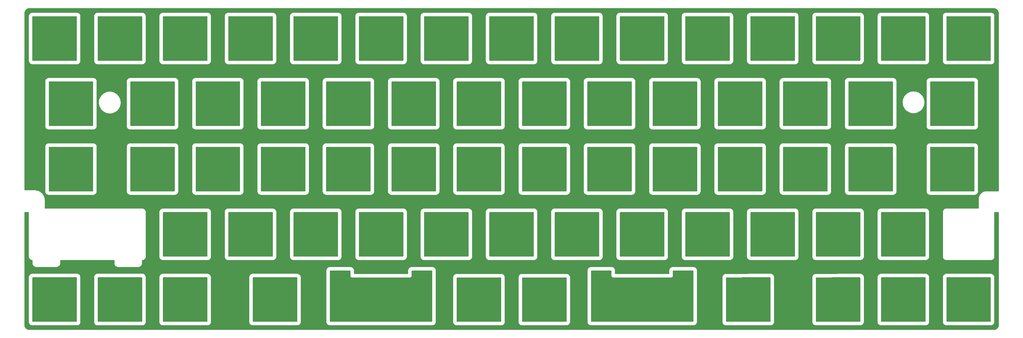
<source format=gtl>
%TF.GenerationSoftware,KiCad,Pcbnew,(6.0.2-0)*%
%TF.CreationDate,2022-08-05T01:26:08+09:00*%
%TF.ProjectId,keyplate,6b657970-6c61-4746-952e-6b696361645f,rev?*%
%TF.SameCoordinates,Original*%
%TF.FileFunction,Copper,L1,Top*%
%TF.FilePolarity,Positive*%
%FSLAX46Y46*%
G04 Gerber Fmt 4.6, Leading zero omitted, Abs format (unit mm)*
G04 Created by KiCad (PCBNEW (6.0.2-0)) date 2022-08-05 01:26:08*
%MOMM*%
%LPD*%
G01*
G04 APERTURE LIST*
G04 APERTURE END LIST*
%TA.AperFunction,NonConductor*%
G36*
X278848314Y-19578002D02*
G01*
X278894807Y-19631658D01*
X278906193Y-19684000D01*
X278906193Y-32380069D01*
X278886191Y-32448190D01*
X278832535Y-32494683D01*
X278780193Y-32506069D01*
X266081863Y-32506069D01*
X266013742Y-32486067D01*
X265967249Y-32432411D01*
X265955863Y-32380069D01*
X265955863Y-19684000D01*
X265975865Y-19615879D01*
X266029521Y-19569386D01*
X266081863Y-19558000D01*
X278780193Y-19558000D01*
X278848314Y-19578002D01*
G37*
%TD.AperFunction*%
%TA.AperFunction,NonConductor*%
G36*
X297850024Y-19578002D02*
G01*
X297896517Y-19631658D01*
X297907903Y-19684000D01*
X297907903Y-32380069D01*
X297887901Y-32448190D01*
X297834245Y-32494683D01*
X297781903Y-32506069D01*
X285083573Y-32506069D01*
X285015452Y-32486067D01*
X284968959Y-32432411D01*
X284957573Y-32380069D01*
X284957573Y-19684000D01*
X284977575Y-19615879D01*
X285031231Y-19569386D01*
X285083573Y-19558000D01*
X297781903Y-19558000D01*
X297850024Y-19578002D01*
G37*
%TD.AperFunction*%
%TA.AperFunction,NonConductor*%
G36*
X202838814Y-19578002D02*
G01*
X202885307Y-19631658D01*
X202896693Y-19684000D01*
X202896693Y-32380069D01*
X202876691Y-32448190D01*
X202823035Y-32494683D01*
X202770693Y-32506069D01*
X190072363Y-32506069D01*
X190004242Y-32486067D01*
X189957749Y-32432411D01*
X189946363Y-32380069D01*
X189946363Y-19684000D01*
X189966365Y-19615879D01*
X190020021Y-19569386D01*
X190072363Y-19558000D01*
X202770693Y-19558000D01*
X202838814Y-19578002D01*
G37*
%TD.AperFunction*%
%TA.AperFunction,NonConductor*%
G36*
X240843564Y-19578002D02*
G01*
X240890057Y-19631658D01*
X240901443Y-19684000D01*
X240901443Y-32380069D01*
X240881441Y-32448190D01*
X240827785Y-32494683D01*
X240775443Y-32506069D01*
X228077113Y-32506069D01*
X228008992Y-32486067D01*
X227962499Y-32432411D01*
X227951113Y-32380069D01*
X227951113Y-19684000D01*
X227971115Y-19615879D01*
X228024771Y-19569386D01*
X228077113Y-19558000D01*
X240775443Y-19558000D01*
X240843564Y-19578002D01*
G37*
%TD.AperFunction*%
%TA.AperFunction,NonConductor*%
G36*
X164834064Y-19578002D02*
G01*
X164880557Y-19631658D01*
X164891943Y-19684000D01*
X164891943Y-32380069D01*
X164871941Y-32448190D01*
X164818285Y-32494683D01*
X164765943Y-32506069D01*
X152067613Y-32506069D01*
X151999492Y-32486067D01*
X151952999Y-32432411D01*
X151941613Y-32380069D01*
X151941613Y-19684000D01*
X151961615Y-19615879D01*
X152015271Y-19569386D01*
X152067613Y-19558000D01*
X164765943Y-19558000D01*
X164834064Y-19578002D01*
G37*
%TD.AperFunction*%
%TA.AperFunction,NonConductor*%
G36*
X31817040Y-19578002D02*
G01*
X31863533Y-19631658D01*
X31874919Y-19684000D01*
X31874919Y-32380069D01*
X31854917Y-32448190D01*
X31801261Y-32494683D01*
X31748919Y-32506069D01*
X19051055Y-32506069D01*
X18982934Y-32486067D01*
X18936441Y-32432411D01*
X18925055Y-32380069D01*
X18925055Y-19684000D01*
X18945057Y-19615879D01*
X18998713Y-19569386D01*
X19051055Y-19558000D01*
X31748919Y-19558000D01*
X31817040Y-19578002D01*
G37*
%TD.AperFunction*%
%TA.AperFunction,NonConductor*%
G36*
X50819415Y-19578002D02*
G01*
X50865908Y-19631658D01*
X50877294Y-19684000D01*
X50877294Y-32380069D01*
X50857292Y-32448190D01*
X50803636Y-32494683D01*
X50751294Y-32506069D01*
X38053363Y-32506069D01*
X37985242Y-32486067D01*
X37938749Y-32432411D01*
X37927363Y-32380069D01*
X37927363Y-19684000D01*
X37947365Y-19615879D01*
X38001021Y-19569386D01*
X38053363Y-19558000D01*
X50751294Y-19558000D01*
X50819415Y-19578002D01*
G37*
%TD.AperFunction*%
%TA.AperFunction,NonConductor*%
G36*
X69821790Y-19578002D02*
G01*
X69868283Y-19631658D01*
X69879669Y-19684000D01*
X69879669Y-32380069D01*
X69859667Y-32448190D01*
X69806011Y-32494683D01*
X69753669Y-32506069D01*
X57055738Y-32506069D01*
X56987617Y-32486067D01*
X56941124Y-32432411D01*
X56929738Y-32380069D01*
X56929738Y-19684000D01*
X56949740Y-19615879D01*
X57003396Y-19569386D01*
X57055738Y-19558000D01*
X69753669Y-19558000D01*
X69821790Y-19578002D01*
G37*
%TD.AperFunction*%
%TA.AperFunction,NonConductor*%
G36*
X145831290Y-19578002D02*
G01*
X145877783Y-19631658D01*
X145889169Y-19684000D01*
X145889169Y-32380069D01*
X145869167Y-32448190D01*
X145815511Y-32494683D01*
X145763169Y-32506069D01*
X133065105Y-32506069D01*
X132996984Y-32486067D01*
X132950491Y-32432411D01*
X132939105Y-32380069D01*
X132939105Y-19684000D01*
X132959107Y-19615879D01*
X133012763Y-19569386D01*
X133065105Y-19558000D01*
X145763169Y-19558000D01*
X145831290Y-19578002D01*
G37*
%TD.AperFunction*%
%TA.AperFunction,NonConductor*%
G36*
X107826540Y-19578002D02*
G01*
X107873033Y-19631658D01*
X107884419Y-19684000D01*
X107884419Y-32380069D01*
X107864417Y-32448190D01*
X107810761Y-32494683D01*
X107758419Y-32506069D01*
X95060355Y-32506069D01*
X94992234Y-32486067D01*
X94945741Y-32432411D01*
X94934355Y-32380069D01*
X94934355Y-19684000D01*
X94954357Y-19615879D01*
X95008013Y-19569386D01*
X95060355Y-19558000D01*
X107758419Y-19558000D01*
X107826540Y-19578002D01*
G37*
%TD.AperFunction*%
%TA.AperFunction,NonConductor*%
G36*
X126828915Y-19578002D02*
G01*
X126875408Y-19631658D01*
X126886794Y-19684000D01*
X126886794Y-32380069D01*
X126866792Y-32448190D01*
X126813136Y-32494683D01*
X126760794Y-32506069D01*
X114062730Y-32506069D01*
X113994609Y-32486067D01*
X113948116Y-32432411D01*
X113936730Y-32380069D01*
X113936730Y-19684000D01*
X113956732Y-19615879D01*
X114010388Y-19569386D01*
X114062730Y-19558000D01*
X126760794Y-19558000D01*
X126828915Y-19578002D01*
G37*
%TD.AperFunction*%
%TA.AperFunction,NonConductor*%
G36*
X88824165Y-19578002D02*
G01*
X88870658Y-19631658D01*
X88882044Y-19684000D01*
X88882044Y-32380069D01*
X88862042Y-32448190D01*
X88808386Y-32494683D01*
X88756044Y-32506069D01*
X76057980Y-32506069D01*
X75989859Y-32486067D01*
X75943366Y-32432411D01*
X75931980Y-32380069D01*
X75931980Y-19684000D01*
X75951982Y-19615879D01*
X76005638Y-19569386D01*
X76057980Y-19558000D01*
X88756044Y-19558000D01*
X88824165Y-19578002D01*
G37*
%TD.AperFunction*%
%TA.AperFunction,NonConductor*%
G36*
X221840524Y-19578002D02*
G01*
X221887017Y-19631658D01*
X221898403Y-19684000D01*
X221898403Y-32380069D01*
X221878401Y-32448190D01*
X221824745Y-32494683D01*
X221772403Y-32506069D01*
X209074073Y-32506069D01*
X209005952Y-32486067D01*
X208959459Y-32432411D01*
X208948073Y-32380069D01*
X208948073Y-19684000D01*
X208968075Y-19615879D01*
X209021731Y-19569386D01*
X209074073Y-19558000D01*
X221772403Y-19558000D01*
X221840524Y-19578002D01*
G37*
%TD.AperFunction*%
%TA.AperFunction,NonConductor*%
G36*
X183835774Y-19578002D02*
G01*
X183882267Y-19631658D01*
X183893653Y-19684000D01*
X183893653Y-32380069D01*
X183873651Y-32448190D01*
X183819995Y-32494683D01*
X183767653Y-32506069D01*
X171069323Y-32506069D01*
X171001202Y-32486067D01*
X170954709Y-32432411D01*
X170943323Y-32380069D01*
X170943323Y-19684000D01*
X170963325Y-19615879D01*
X171016981Y-19569386D01*
X171069323Y-19558000D01*
X183767653Y-19558000D01*
X183835774Y-19578002D01*
G37*
%TD.AperFunction*%
%TA.AperFunction,NonConductor*%
G36*
X259845274Y-19578002D02*
G01*
X259891767Y-19631658D01*
X259903153Y-19684000D01*
X259903153Y-32380069D01*
X259883151Y-32448190D01*
X259829495Y-32494683D01*
X259777153Y-32506069D01*
X247078823Y-32506069D01*
X247010702Y-32486067D01*
X246964209Y-32432411D01*
X246952823Y-32380069D01*
X246952823Y-19684000D01*
X246972825Y-19615879D01*
X247026481Y-19569386D01*
X247078823Y-19558000D01*
X259777153Y-19558000D01*
X259845274Y-19578002D01*
G37*
%TD.AperFunction*%
%TA.AperFunction,NonConductor*%
G36*
X60320669Y-38580377D02*
G01*
X60367162Y-38634033D01*
X60378548Y-38686375D01*
X60378548Y-51382444D01*
X60358546Y-51450565D01*
X60304890Y-51497058D01*
X60252548Y-51508444D01*
X47554617Y-51508444D01*
X47486496Y-51488442D01*
X47440003Y-51434786D01*
X47428617Y-51382444D01*
X47428617Y-38686375D01*
X47448619Y-38618254D01*
X47502275Y-38571761D01*
X47554617Y-38560375D01*
X60252548Y-38560375D01*
X60320669Y-38580377D01*
G37*
%TD.AperFunction*%
%TA.AperFunction,NonConductor*%
G36*
X36567667Y-38580377D02*
G01*
X36614160Y-38634033D01*
X36625546Y-38686375D01*
X36625546Y-51382444D01*
X36605544Y-51450565D01*
X36551888Y-51497058D01*
X36499546Y-51508444D01*
X23801628Y-51508444D01*
X23733507Y-51488442D01*
X23687014Y-51434786D01*
X23675628Y-51382444D01*
X23675628Y-38686375D01*
X23695630Y-38618254D01*
X23749286Y-38571761D01*
X23801628Y-38560375D01*
X36499546Y-38560375D01*
X36567667Y-38580377D01*
G37*
%TD.AperFunction*%
%TA.AperFunction,NonConductor*%
G36*
X98325286Y-38580377D02*
G01*
X98371779Y-38634033D01*
X98383165Y-38686375D01*
X98383165Y-51382444D01*
X98363163Y-51450565D01*
X98309507Y-51497058D01*
X98257165Y-51508444D01*
X85559101Y-51508444D01*
X85490980Y-51488442D01*
X85444487Y-51434786D01*
X85433101Y-51382444D01*
X85433101Y-38686375D01*
X85453103Y-38618254D01*
X85506759Y-38571761D01*
X85559101Y-38560375D01*
X98257165Y-38560375D01*
X98325286Y-38580377D01*
G37*
%TD.AperFunction*%
%TA.AperFunction,NonConductor*%
G36*
X155332544Y-38580377D02*
G01*
X155379037Y-38634033D01*
X155390423Y-38686375D01*
X155390423Y-51382444D01*
X155370421Y-51450565D01*
X155316765Y-51497058D01*
X155264423Y-51508444D01*
X142566226Y-51508444D01*
X142498105Y-51488442D01*
X142451612Y-51434786D01*
X142440226Y-51382444D01*
X142440226Y-38686375D01*
X142460228Y-38618254D01*
X142513884Y-38571761D01*
X142566226Y-38560375D01*
X155264423Y-38560375D01*
X155332544Y-38580377D01*
G37*
%TD.AperFunction*%
%TA.AperFunction,NonConductor*%
G36*
X117327661Y-38580377D02*
G01*
X117374154Y-38634033D01*
X117385540Y-38686375D01*
X117385540Y-51382444D01*
X117365538Y-51450565D01*
X117311882Y-51497058D01*
X117259540Y-51508444D01*
X104561476Y-51508444D01*
X104493355Y-51488442D01*
X104446862Y-51434786D01*
X104435476Y-51382444D01*
X104435476Y-38686375D01*
X104455478Y-38618254D01*
X104509134Y-38571761D01*
X104561476Y-38560375D01*
X117259540Y-38560375D01*
X117327661Y-38580377D01*
G37*
%TD.AperFunction*%
%TA.AperFunction,NonConductor*%
G36*
X79322911Y-38580377D02*
G01*
X79369404Y-38634033D01*
X79380790Y-38686375D01*
X79380790Y-51382444D01*
X79360788Y-51450565D01*
X79307132Y-51497058D01*
X79254790Y-51508444D01*
X66556726Y-51508444D01*
X66488605Y-51488442D01*
X66442112Y-51434786D01*
X66430726Y-51382444D01*
X66430726Y-38686375D01*
X66450728Y-38618254D01*
X66504384Y-38571761D01*
X66556726Y-38560375D01*
X79254790Y-38560375D01*
X79322911Y-38580377D01*
G37*
%TD.AperFunction*%
%TA.AperFunction,NonConductor*%
G36*
X136330036Y-38580377D02*
G01*
X136376529Y-38634033D01*
X136387915Y-38686375D01*
X136387915Y-51382444D01*
X136367913Y-51450565D01*
X136314257Y-51497058D01*
X136261915Y-51508444D01*
X123563851Y-51508444D01*
X123495730Y-51488442D01*
X123449237Y-51434786D01*
X123437851Y-51382444D01*
X123437851Y-38686375D01*
X123457853Y-38618254D01*
X123511509Y-38571761D01*
X123563851Y-38560375D01*
X136261915Y-38560375D01*
X136330036Y-38580377D01*
G37*
%TD.AperFunction*%
%TA.AperFunction,NonConductor*%
G36*
X250343754Y-38580377D02*
G01*
X250390247Y-38634033D01*
X250401633Y-38686375D01*
X250401633Y-51382444D01*
X250381631Y-51450565D01*
X250327975Y-51497058D01*
X250275633Y-51508444D01*
X237578633Y-51508444D01*
X237510512Y-51488442D01*
X237464019Y-51434786D01*
X237452633Y-51382444D01*
X237452633Y-38686375D01*
X237472635Y-38618254D01*
X237526291Y-38571761D01*
X237578633Y-38560375D01*
X250275633Y-38560375D01*
X250343754Y-38580377D01*
G37*
%TD.AperFunction*%
%TA.AperFunction,NonConductor*%
G36*
X212339004Y-38580377D02*
G01*
X212385497Y-38634033D01*
X212396883Y-38686375D01*
X212396883Y-51382444D01*
X212376881Y-51450565D01*
X212323225Y-51497058D01*
X212270883Y-51508444D01*
X199573883Y-51508444D01*
X199505762Y-51488442D01*
X199459269Y-51434786D01*
X199447883Y-51382444D01*
X199447883Y-38686375D01*
X199467885Y-38618254D01*
X199521541Y-38571761D01*
X199573883Y-38560375D01*
X212270883Y-38560375D01*
X212339004Y-38580377D01*
G37*
%TD.AperFunction*%
%TA.AperFunction,NonConductor*%
G36*
X293107244Y-38580377D02*
G01*
X293153737Y-38634033D01*
X293165123Y-38686375D01*
X293165123Y-51382444D01*
X293145121Y-51450565D01*
X293091465Y-51497058D01*
X293039123Y-51508444D01*
X280343453Y-51508444D01*
X280275332Y-51488442D01*
X280228839Y-51434786D01*
X280217453Y-51382444D01*
X280217453Y-38686375D01*
X280237455Y-38618254D01*
X280291111Y-38571761D01*
X280343453Y-38560375D01*
X293039123Y-38560375D01*
X293107244Y-38580377D01*
G37*
%TD.AperFunction*%
%TA.AperFunction,NonConductor*%
G36*
X174334254Y-38580377D02*
G01*
X174380747Y-38634033D01*
X174392133Y-38686375D01*
X174392133Y-51382444D01*
X174372131Y-51450565D01*
X174318475Y-51497058D01*
X174266133Y-51508444D01*
X161569133Y-51508444D01*
X161501012Y-51488442D01*
X161454519Y-51434786D01*
X161443133Y-51382444D01*
X161443133Y-38686375D01*
X161463135Y-38618254D01*
X161516791Y-38571761D01*
X161569133Y-38560375D01*
X174266133Y-38560375D01*
X174334254Y-38580377D01*
G37*
%TD.AperFunction*%
%TA.AperFunction,NonConductor*%
G36*
X231342044Y-38580377D02*
G01*
X231388537Y-38634033D01*
X231399923Y-38686375D01*
X231399923Y-51382444D01*
X231379921Y-51450565D01*
X231326265Y-51497058D01*
X231273923Y-51508444D01*
X218575593Y-51508444D01*
X218507472Y-51488442D01*
X218460979Y-51434786D01*
X218449593Y-51382444D01*
X218449593Y-38686375D01*
X218469595Y-38618254D01*
X218523251Y-38571761D01*
X218575593Y-38560375D01*
X231273923Y-38560375D01*
X231342044Y-38580377D01*
G37*
%TD.AperFunction*%
%TA.AperFunction,NonConductor*%
G36*
X193337294Y-38580377D02*
G01*
X193383787Y-38634033D01*
X193395173Y-38686375D01*
X193395173Y-51382444D01*
X193375171Y-51450565D01*
X193321515Y-51497058D01*
X193269173Y-51508444D01*
X180570843Y-51508444D01*
X180502722Y-51488442D01*
X180456229Y-51434786D01*
X180444843Y-51382444D01*
X180444843Y-38686375D01*
X180464845Y-38618254D01*
X180518501Y-38571761D01*
X180570843Y-38560375D01*
X193269173Y-38560375D01*
X193337294Y-38580377D01*
G37*
%TD.AperFunction*%
%TA.AperFunction,NonConductor*%
G36*
X269346794Y-38580377D02*
G01*
X269393287Y-38634033D01*
X269404673Y-38686375D01*
X269404673Y-51382444D01*
X269384671Y-51450565D01*
X269331015Y-51497058D01*
X269278673Y-51508444D01*
X256580343Y-51508444D01*
X256512222Y-51488442D01*
X256465729Y-51434786D01*
X256454343Y-51382444D01*
X256454343Y-38686375D01*
X256474345Y-38618254D01*
X256528001Y-38571761D01*
X256580343Y-38560375D01*
X269278673Y-38560375D01*
X269346794Y-38580377D01*
G37*
%TD.AperFunction*%
%TA.AperFunction,NonConductor*%
G36*
X60320669Y-57582752D02*
G01*
X60367162Y-57636408D01*
X60378548Y-57688750D01*
X60378548Y-70384686D01*
X60358546Y-70452807D01*
X60304890Y-70499300D01*
X60252548Y-70510686D01*
X47554617Y-70510686D01*
X47486496Y-70490684D01*
X47440003Y-70437028D01*
X47428617Y-70384686D01*
X47428617Y-57688750D01*
X47448619Y-57620629D01*
X47502275Y-57574136D01*
X47554617Y-57562750D01*
X60252548Y-57562750D01*
X60320669Y-57582752D01*
G37*
%TD.AperFunction*%
%TA.AperFunction,NonConductor*%
G36*
X36563943Y-57582752D02*
G01*
X36610436Y-57636408D01*
X36621822Y-57688750D01*
X36621822Y-70384686D01*
X36601820Y-70452807D01*
X36548164Y-70499300D01*
X36495822Y-70510686D01*
X23801628Y-70510686D01*
X23733507Y-70490684D01*
X23687014Y-70437028D01*
X23675628Y-70384686D01*
X23675628Y-57688750D01*
X23695630Y-57620629D01*
X23749286Y-57574136D01*
X23801628Y-57562750D01*
X36495822Y-57562750D01*
X36563943Y-57582752D01*
G37*
%TD.AperFunction*%
%TA.AperFunction,NonConductor*%
G36*
X136330036Y-57582752D02*
G01*
X136376529Y-57636408D01*
X136387915Y-57688750D01*
X136387915Y-70384686D01*
X136367913Y-70452807D01*
X136314257Y-70499300D01*
X136261915Y-70510686D01*
X123563851Y-70510686D01*
X123495730Y-70490684D01*
X123449237Y-70437028D01*
X123437851Y-70384686D01*
X123437851Y-57688750D01*
X123457853Y-57620629D01*
X123511509Y-57574136D01*
X123563851Y-57562750D01*
X136261915Y-57562750D01*
X136330036Y-57582752D01*
G37*
%TD.AperFunction*%
%TA.AperFunction,NonConductor*%
G36*
X79322911Y-57582752D02*
G01*
X79369404Y-57636408D01*
X79380790Y-57688750D01*
X79380790Y-70384686D01*
X79360788Y-70452807D01*
X79307132Y-70499300D01*
X79254790Y-70510686D01*
X66556726Y-70510686D01*
X66488605Y-70490684D01*
X66442112Y-70437028D01*
X66430726Y-70384686D01*
X66430726Y-57688750D01*
X66450728Y-57620629D01*
X66504384Y-57574136D01*
X66556726Y-57562750D01*
X79254790Y-57562750D01*
X79322911Y-57582752D01*
G37*
%TD.AperFunction*%
%TA.AperFunction,NonConductor*%
G36*
X98325286Y-57582752D02*
G01*
X98371779Y-57636408D01*
X98383165Y-57688750D01*
X98383165Y-70384686D01*
X98363163Y-70452807D01*
X98309507Y-70499300D01*
X98257165Y-70510686D01*
X85559101Y-70510686D01*
X85490980Y-70490684D01*
X85444487Y-70437028D01*
X85433101Y-70384686D01*
X85433101Y-57688750D01*
X85453103Y-57620629D01*
X85506759Y-57574136D01*
X85559101Y-57562750D01*
X98257165Y-57562750D01*
X98325286Y-57582752D01*
G37*
%TD.AperFunction*%
%TA.AperFunction,NonConductor*%
G36*
X155332544Y-57582752D02*
G01*
X155379037Y-57636408D01*
X155390423Y-57688750D01*
X155390423Y-70384686D01*
X155370421Y-70452807D01*
X155316765Y-70499300D01*
X155264423Y-70510686D01*
X142566226Y-70510686D01*
X142498105Y-70490684D01*
X142451612Y-70437028D01*
X142440226Y-70384686D01*
X142440226Y-57688750D01*
X142460228Y-57620629D01*
X142513884Y-57574136D01*
X142566226Y-57562750D01*
X155264423Y-57562750D01*
X155332544Y-57582752D01*
G37*
%TD.AperFunction*%
%TA.AperFunction,NonConductor*%
G36*
X117327661Y-57582752D02*
G01*
X117374154Y-57636408D01*
X117385540Y-57688750D01*
X117385540Y-70384686D01*
X117365538Y-70452807D01*
X117311882Y-70499300D01*
X117259540Y-70510686D01*
X104561476Y-70510686D01*
X104493355Y-70490684D01*
X104446862Y-70437028D01*
X104435476Y-70384686D01*
X104435476Y-57688750D01*
X104455478Y-57620629D01*
X104509134Y-57574136D01*
X104561476Y-57562750D01*
X117259540Y-57562750D01*
X117327661Y-57582752D01*
G37*
%TD.AperFunction*%
%TA.AperFunction,NonConductor*%
G36*
X231342044Y-57582752D02*
G01*
X231388537Y-57636408D01*
X231399923Y-57688750D01*
X231399923Y-70384686D01*
X231379921Y-70452807D01*
X231326265Y-70499300D01*
X231273923Y-70510686D01*
X218575593Y-70510686D01*
X218507472Y-70490684D01*
X218460979Y-70437028D01*
X218449593Y-70384686D01*
X218449593Y-57688750D01*
X218469595Y-57620629D01*
X218523251Y-57574136D01*
X218575593Y-57562750D01*
X231273923Y-57562750D01*
X231342044Y-57582752D01*
G37*
%TD.AperFunction*%
%TA.AperFunction,NonConductor*%
G36*
X193337294Y-57582752D02*
G01*
X193383787Y-57636408D01*
X193395173Y-57688750D01*
X193395173Y-70384686D01*
X193375171Y-70452807D01*
X193321515Y-70499300D01*
X193269173Y-70510686D01*
X180570843Y-70510686D01*
X180502722Y-70490684D01*
X180456229Y-70437028D01*
X180444843Y-70384686D01*
X180444843Y-57688750D01*
X180464845Y-57620629D01*
X180518501Y-57574136D01*
X180570843Y-57562750D01*
X193269173Y-57562750D01*
X193337294Y-57582752D01*
G37*
%TD.AperFunction*%
%TA.AperFunction,NonConductor*%
G36*
X174334254Y-57582752D02*
G01*
X174380747Y-57636408D01*
X174392133Y-57688750D01*
X174392133Y-70384686D01*
X174372131Y-70452807D01*
X174318475Y-70499300D01*
X174266133Y-70510686D01*
X161569133Y-70510686D01*
X161501012Y-70490684D01*
X161454519Y-70437028D01*
X161443133Y-70384686D01*
X161443133Y-57688750D01*
X161463135Y-57620629D01*
X161516791Y-57574136D01*
X161569133Y-57562750D01*
X174266133Y-57562750D01*
X174334254Y-57582752D01*
G37*
%TD.AperFunction*%
%TA.AperFunction,NonConductor*%
G36*
X269346794Y-57582752D02*
G01*
X269393287Y-57636408D01*
X269404673Y-57688750D01*
X269404673Y-70384686D01*
X269384671Y-70452807D01*
X269331015Y-70499300D01*
X269278673Y-70510686D01*
X256580343Y-70510686D01*
X256512222Y-70490684D01*
X256465729Y-70437028D01*
X256454343Y-70384686D01*
X256454343Y-57688750D01*
X256474345Y-57620629D01*
X256528001Y-57574136D01*
X256580343Y-57562750D01*
X269278673Y-57562750D01*
X269346794Y-57582752D01*
G37*
%TD.AperFunction*%
%TA.AperFunction,NonConductor*%
G36*
X293107244Y-57582752D02*
G01*
X293153737Y-57636408D01*
X293165123Y-57688750D01*
X293165123Y-70384686D01*
X293145121Y-70452807D01*
X293091465Y-70499300D01*
X293039123Y-70510686D01*
X280343453Y-70510686D01*
X280275332Y-70490684D01*
X280228839Y-70437028D01*
X280217453Y-70384686D01*
X280217453Y-57688750D01*
X280237455Y-57620629D01*
X280291111Y-57574136D01*
X280343453Y-57562750D01*
X293039123Y-57562750D01*
X293107244Y-57582752D01*
G37*
%TD.AperFunction*%
%TA.AperFunction,NonConductor*%
G36*
X212339004Y-57582752D02*
G01*
X212385497Y-57636408D01*
X212396883Y-57688750D01*
X212396883Y-70384686D01*
X212376881Y-70452807D01*
X212323225Y-70499300D01*
X212270883Y-70510686D01*
X199573883Y-70510686D01*
X199505762Y-70490684D01*
X199459269Y-70437028D01*
X199447883Y-70384686D01*
X199447883Y-57688750D01*
X199467885Y-57620629D01*
X199521541Y-57574136D01*
X199573883Y-57562750D01*
X212270883Y-57562750D01*
X212339004Y-57582752D01*
G37*
%TD.AperFunction*%
%TA.AperFunction,NonConductor*%
G36*
X250343754Y-57582752D02*
G01*
X250390247Y-57636408D01*
X250401633Y-57688750D01*
X250401633Y-70384686D01*
X250381631Y-70452807D01*
X250327975Y-70499300D01*
X250275633Y-70510686D01*
X237578633Y-70510686D01*
X237510512Y-70490684D01*
X237464019Y-70437028D01*
X237452633Y-70384686D01*
X237452633Y-57688750D01*
X237472635Y-57620629D01*
X237526291Y-57574136D01*
X237578633Y-57562750D01*
X250275633Y-57562750D01*
X250343754Y-57582752D01*
G37*
%TD.AperFunction*%
%TA.AperFunction,NonConductor*%
G36*
X240843564Y-76585127D02*
G01*
X240890057Y-76638783D01*
X240901443Y-76691125D01*
X240901443Y-89387061D01*
X240881441Y-89455182D01*
X240827785Y-89501675D01*
X240775443Y-89513061D01*
X228077113Y-89513061D01*
X228008992Y-89493059D01*
X227962499Y-89439403D01*
X227951113Y-89387061D01*
X227951113Y-76691125D01*
X227971115Y-76623004D01*
X228024771Y-76576511D01*
X228077113Y-76565125D01*
X240775443Y-76565125D01*
X240843564Y-76585127D01*
G37*
%TD.AperFunction*%
%TA.AperFunction,NonConductor*%
G36*
X164834064Y-76585127D02*
G01*
X164880557Y-76638783D01*
X164891943Y-76691125D01*
X164891943Y-89387061D01*
X164871941Y-89455182D01*
X164818285Y-89501675D01*
X164765943Y-89513061D01*
X152067613Y-89513061D01*
X151999492Y-89493059D01*
X151952999Y-89439403D01*
X151941613Y-89387061D01*
X151941613Y-76691125D01*
X151961615Y-76623004D01*
X152015271Y-76576511D01*
X152067613Y-76565125D01*
X164765943Y-76565125D01*
X164834064Y-76585127D01*
G37*
%TD.AperFunction*%
%TA.AperFunction,NonConductor*%
G36*
X202838814Y-76585127D02*
G01*
X202885307Y-76638783D01*
X202896693Y-76691125D01*
X202896693Y-89387061D01*
X202876691Y-89455182D01*
X202823035Y-89501675D01*
X202770693Y-89513061D01*
X190072363Y-89513061D01*
X190004242Y-89493059D01*
X189957749Y-89439403D01*
X189946363Y-89387061D01*
X189946363Y-76691125D01*
X189966365Y-76623004D01*
X190020021Y-76576511D01*
X190072363Y-76565125D01*
X202770693Y-76565125D01*
X202838814Y-76585127D01*
G37*
%TD.AperFunction*%
%TA.AperFunction,NonConductor*%
G36*
X69821790Y-76585127D02*
G01*
X69868283Y-76638783D01*
X69879669Y-76691125D01*
X69879669Y-89387061D01*
X69859667Y-89455182D01*
X69806011Y-89501675D01*
X69753669Y-89513061D01*
X57055738Y-89513061D01*
X56987617Y-89493059D01*
X56941124Y-89439403D01*
X56929738Y-89387061D01*
X56929738Y-76691125D01*
X56949740Y-76623004D01*
X57003396Y-76576511D01*
X57055738Y-76565125D01*
X69753669Y-76565125D01*
X69821790Y-76585127D01*
G37*
%TD.AperFunction*%
%TA.AperFunction,NonConductor*%
G36*
X126828915Y-76585127D02*
G01*
X126875408Y-76638783D01*
X126886794Y-76691125D01*
X126886794Y-89387061D01*
X126866792Y-89455182D01*
X126813136Y-89501675D01*
X126760794Y-89513061D01*
X114062730Y-89513061D01*
X113994609Y-89493059D01*
X113948116Y-89439403D01*
X113936730Y-89387061D01*
X113936730Y-76691125D01*
X113956732Y-76623004D01*
X114010388Y-76576511D01*
X114062730Y-76565125D01*
X126760794Y-76565125D01*
X126828915Y-76585127D01*
G37*
%TD.AperFunction*%
%TA.AperFunction,NonConductor*%
G36*
X145831290Y-76585127D02*
G01*
X145877783Y-76638783D01*
X145889169Y-76691125D01*
X145889169Y-89387061D01*
X145869167Y-89455182D01*
X145815511Y-89501675D01*
X145763169Y-89513061D01*
X133065105Y-89513061D01*
X132996984Y-89493059D01*
X132950491Y-89439403D01*
X132939105Y-89387061D01*
X132939105Y-76691125D01*
X132959107Y-76623004D01*
X133012763Y-76576511D01*
X133065105Y-76565125D01*
X145763169Y-76565125D01*
X145831290Y-76585127D01*
G37*
%TD.AperFunction*%
%TA.AperFunction,NonConductor*%
G36*
X107826540Y-76585127D02*
G01*
X107873033Y-76638783D01*
X107884419Y-76691125D01*
X107884419Y-89387061D01*
X107864417Y-89455182D01*
X107810761Y-89501675D01*
X107758419Y-89513061D01*
X95060355Y-89513061D01*
X94992234Y-89493059D01*
X94945741Y-89439403D01*
X94934355Y-89387061D01*
X94934355Y-76691125D01*
X94954357Y-76623004D01*
X95008013Y-76576511D01*
X95060355Y-76565125D01*
X107758419Y-76565125D01*
X107826540Y-76585127D01*
G37*
%TD.AperFunction*%
%TA.AperFunction,NonConductor*%
G36*
X88824165Y-76585127D02*
G01*
X88870658Y-76638783D01*
X88882044Y-76691125D01*
X88882044Y-89387061D01*
X88862042Y-89455182D01*
X88808386Y-89501675D01*
X88756044Y-89513061D01*
X76057980Y-89513061D01*
X75989859Y-89493059D01*
X75943366Y-89439403D01*
X75931980Y-89387061D01*
X75931980Y-76691125D01*
X75951982Y-76623004D01*
X76005638Y-76576511D01*
X76057980Y-76565125D01*
X88756044Y-76565125D01*
X88824165Y-76585127D01*
G37*
%TD.AperFunction*%
%TA.AperFunction,NonConductor*%
G36*
X183835774Y-76585127D02*
G01*
X183882267Y-76638783D01*
X183893653Y-76691125D01*
X183893653Y-89387061D01*
X183873651Y-89455182D01*
X183819995Y-89501675D01*
X183767653Y-89513061D01*
X171069323Y-89513061D01*
X171001202Y-89493059D01*
X170954709Y-89439403D01*
X170943323Y-89387061D01*
X170943323Y-76691125D01*
X170963325Y-76623004D01*
X171016981Y-76576511D01*
X171069323Y-76565125D01*
X183767653Y-76565125D01*
X183835774Y-76585127D01*
G37*
%TD.AperFunction*%
%TA.AperFunction,NonConductor*%
G36*
X221840524Y-76585127D02*
G01*
X221887017Y-76638783D01*
X221898403Y-76691125D01*
X221898403Y-89387061D01*
X221878401Y-89455182D01*
X221824745Y-89501675D01*
X221772403Y-89513061D01*
X209074073Y-89513061D01*
X209005952Y-89493059D01*
X208959459Y-89439403D01*
X208948073Y-89387061D01*
X208948073Y-76691125D01*
X208968075Y-76623004D01*
X209021731Y-76576511D01*
X209074073Y-76565125D01*
X221772403Y-76565125D01*
X221840524Y-76585127D01*
G37*
%TD.AperFunction*%
%TA.AperFunction,NonConductor*%
G36*
X278848314Y-76590580D02*
G01*
X278894807Y-76644236D01*
X278906193Y-76696578D01*
X278906193Y-89392514D01*
X278886191Y-89460635D01*
X278832535Y-89507128D01*
X278780193Y-89518514D01*
X266081863Y-89518514D01*
X266013742Y-89498512D01*
X265967249Y-89444856D01*
X265955863Y-89392514D01*
X265955863Y-76696578D01*
X265975865Y-76628457D01*
X266029521Y-76581964D01*
X266081863Y-76570578D01*
X278780193Y-76570578D01*
X278848314Y-76590580D01*
G37*
%TD.AperFunction*%
%TA.AperFunction,NonConductor*%
G36*
X259845274Y-76590580D02*
G01*
X259891767Y-76644236D01*
X259903153Y-76696578D01*
X259903153Y-89392514D01*
X259883151Y-89460635D01*
X259829495Y-89507128D01*
X259777153Y-89518514D01*
X247078823Y-89518514D01*
X247010702Y-89498512D01*
X246964209Y-89444856D01*
X246952823Y-89392514D01*
X246952823Y-76696578D01*
X246972825Y-76628457D01*
X247026481Y-76581964D01*
X247078823Y-76570578D01*
X259777153Y-76570578D01*
X259845274Y-76590580D01*
G37*
%TD.AperFunction*%
%TA.AperFunction,NonConductor*%
G36*
X50819415Y-95587502D02*
G01*
X50865908Y-95641158D01*
X50877294Y-95693500D01*
X50877294Y-108389463D01*
X50857292Y-108457584D01*
X50803636Y-108504077D01*
X50751294Y-108515463D01*
X38053363Y-108515463D01*
X37985242Y-108495461D01*
X37938749Y-108441805D01*
X37927363Y-108389463D01*
X37927363Y-95693500D01*
X37947365Y-95625379D01*
X38001021Y-95578886D01*
X38053363Y-95567500D01*
X50751294Y-95567500D01*
X50819415Y-95587502D01*
G37*
%TD.AperFunction*%
%TA.AperFunction,NonConductor*%
G36*
X233722744Y-95587502D02*
G01*
X233769237Y-95641158D01*
X233780623Y-95693500D01*
X233780623Y-108389463D01*
X233760621Y-108457584D01*
X233706965Y-108504077D01*
X233654623Y-108515463D01*
X220950973Y-108515463D01*
X220882852Y-108495461D01*
X220836359Y-108441805D01*
X220824973Y-108389463D01*
X220824973Y-95698953D01*
X220844975Y-95630832D01*
X220898631Y-95584339D01*
X220950973Y-95572953D01*
X221431937Y-95572953D01*
X221432097Y-95572959D01*
X221432283Y-95572988D01*
X221432839Y-95572988D01*
X221472081Y-95572953D01*
X221507890Y-95572953D01*
X221508073Y-95572927D01*
X221508225Y-95572921D01*
X223589272Y-95571091D01*
X223589320Y-95571091D01*
X227322470Y-95569219D01*
X227322474Y-95569219D01*
X231015687Y-95567500D01*
X233654623Y-95567500D01*
X233722744Y-95587502D01*
G37*
%TD.AperFunction*%
%TA.AperFunction,NonConductor*%
G36*
X259845274Y-95587502D02*
G01*
X259891767Y-95641158D01*
X259903153Y-95693500D01*
X259903153Y-108389463D01*
X259883151Y-108457584D01*
X259829495Y-108504077D01*
X259777153Y-108515463D01*
X247101433Y-108515463D01*
X247033312Y-108495461D01*
X246986819Y-108441805D01*
X246975433Y-108389463D01*
X246975433Y-95698953D01*
X246995435Y-95630832D01*
X247049091Y-95584339D01*
X247101433Y-95572953D01*
X247616987Y-95572953D01*
X247617148Y-95572959D01*
X247617342Y-95572989D01*
X247656577Y-95572953D01*
X247692930Y-95572953D01*
X247693123Y-95572925D01*
X247693286Y-95572919D01*
X249684645Y-95571092D01*
X249684698Y-95571092D01*
X253448101Y-95569224D01*
X253448106Y-95569224D01*
X257189713Y-95567500D01*
X259777153Y-95567500D01*
X259845274Y-95587502D01*
G37*
%TD.AperFunction*%
%TA.AperFunction,NonConductor*%
G36*
X278848314Y-95587502D02*
G01*
X278894807Y-95641158D01*
X278906193Y-95693500D01*
X278906193Y-108389463D01*
X278886191Y-108457584D01*
X278832535Y-108504077D01*
X278780193Y-108515463D01*
X266081863Y-108515463D01*
X266013742Y-108495461D01*
X265967249Y-108441805D01*
X265955863Y-108389463D01*
X265955863Y-95693500D01*
X265975865Y-95625379D01*
X266029521Y-95578886D01*
X266081863Y-95567500D01*
X278780193Y-95567500D01*
X278848314Y-95587502D01*
G37*
%TD.AperFunction*%
%TA.AperFunction,NonConductor*%
G36*
X95950305Y-95587502D02*
G01*
X95996798Y-95641158D01*
X96008184Y-95693500D01*
X96008184Y-108389463D01*
X95988182Y-108457584D01*
X95934526Y-108504077D01*
X95882184Y-108515463D01*
X83193031Y-108515463D01*
X83124910Y-108495461D01*
X83078417Y-108441805D01*
X83067031Y-108389463D01*
X83067031Y-95693500D01*
X83087033Y-95625379D01*
X83140689Y-95578886D01*
X83193031Y-95567500D01*
X95882184Y-95567500D01*
X95950305Y-95587502D01*
G37*
%TD.AperFunction*%
%TA.AperFunction,NonConductor*%
G36*
X297850024Y-95587502D02*
G01*
X297896517Y-95641158D01*
X297907903Y-95693500D01*
X297907903Y-108389463D01*
X297887901Y-108457584D01*
X297834245Y-108504077D01*
X297781903Y-108515463D01*
X285083573Y-108515463D01*
X285015452Y-108495461D01*
X284968959Y-108441805D01*
X284957573Y-108389463D01*
X284957573Y-95693500D01*
X284977575Y-95625379D01*
X285031231Y-95578886D01*
X285083573Y-95567500D01*
X297781903Y-95567500D01*
X297850024Y-95587502D01*
G37*
%TD.AperFunction*%
%TA.AperFunction,NonConductor*%
G36*
X69818066Y-95587502D02*
G01*
X69864559Y-95641158D01*
X69875945Y-95693500D01*
X69875945Y-108389463D01*
X69855943Y-108457584D01*
X69802287Y-108504077D01*
X69749945Y-108515463D01*
X57055738Y-108515463D01*
X56987617Y-108495461D01*
X56941124Y-108441805D01*
X56929738Y-108389463D01*
X56929738Y-95693500D01*
X56949740Y-95625379D01*
X57003396Y-95578886D01*
X57055738Y-95567500D01*
X69749945Y-95567500D01*
X69818066Y-95587502D01*
G37*
%TD.AperFunction*%
%TA.AperFunction,NonConductor*%
G36*
X31817040Y-95587502D02*
G01*
X31863533Y-95641158D01*
X31874919Y-95693500D01*
X31874919Y-108389463D01*
X31854917Y-108457584D01*
X31801261Y-108504077D01*
X31748919Y-108515463D01*
X19051055Y-108515463D01*
X18982934Y-108495461D01*
X18936441Y-108441805D01*
X18925055Y-108389463D01*
X18925055Y-95693500D01*
X18945057Y-95625379D01*
X18998713Y-95578886D01*
X19051055Y-95567500D01*
X31748919Y-95567500D01*
X31817040Y-95587502D01*
G37*
%TD.AperFunction*%
%TA.AperFunction,NonConductor*%
G36*
X111429909Y-93597024D02*
G01*
X111476402Y-93650680D01*
X111487788Y-93703022D01*
X111487788Y-95056251D01*
X111487786Y-95057021D01*
X111487312Y-95134605D01*
X111489778Y-95143234D01*
X111489779Y-95143239D01*
X111495427Y-95163001D01*
X111499005Y-95179762D01*
X111501918Y-95200105D01*
X111501921Y-95200115D01*
X111503193Y-95208998D01*
X111513809Y-95232348D01*
X111520252Y-95249860D01*
X111521983Y-95255917D01*
X111527300Y-95274518D01*
X111532086Y-95282103D01*
X111532086Y-95282104D01*
X111533307Y-95284039D01*
X111543062Y-95299501D01*
X111551192Y-95314567D01*
X111563421Y-95341463D01*
X111580162Y-95360892D01*
X111591267Y-95375900D01*
X111604948Y-95397584D01*
X111623922Y-95414341D01*
X111627084Y-95417134D01*
X111639128Y-95429326D01*
X111658407Y-95451700D01*
X111665935Y-95456579D01*
X111665938Y-95456582D01*
X111679927Y-95465649D01*
X111694801Y-95476939D01*
X111714016Y-95493909D01*
X111722142Y-95497724D01*
X111722143Y-95497725D01*
X111723845Y-95498524D01*
X111740754Y-95506463D01*
X111755723Y-95514777D01*
X111780515Y-95530846D01*
X111803460Y-95537708D01*
X111805078Y-95538192D01*
X111822524Y-95544854D01*
X111845736Y-95555752D01*
X111874918Y-95560296D01*
X111891637Y-95564079D01*
X111911324Y-95569967D01*
X111911327Y-95569968D01*
X111919929Y-95572540D01*
X111928904Y-95572595D01*
X111928905Y-95572595D01*
X111935598Y-95572636D01*
X111954344Y-95572750D01*
X111955116Y-95572783D01*
X111956211Y-95572953D01*
X111987086Y-95572953D01*
X111987856Y-95572955D01*
X112061504Y-95573405D01*
X112061505Y-95573405D01*
X112065440Y-95573429D01*
X112066784Y-95573045D01*
X112068129Y-95572953D01*
X128819433Y-95572953D01*
X128820204Y-95572955D01*
X128897787Y-95573429D01*
X128906416Y-95570963D01*
X128906421Y-95570962D01*
X128926183Y-95565314D01*
X128942944Y-95561736D01*
X128963287Y-95558823D01*
X128963297Y-95558820D01*
X128972180Y-95557548D01*
X128995530Y-95546932D01*
X129013042Y-95540489D01*
X129029072Y-95535907D01*
X129037700Y-95533441D01*
X129062683Y-95517679D01*
X129077749Y-95509549D01*
X129104645Y-95497320D01*
X129124074Y-95480579D01*
X129139082Y-95469474D01*
X129153174Y-95460583D01*
X129160766Y-95455793D01*
X129180317Y-95433656D01*
X129192509Y-95421612D01*
X129208084Y-95408192D01*
X129208085Y-95408190D01*
X129214882Y-95402334D01*
X129219761Y-95394806D01*
X129219764Y-95394803D01*
X129228831Y-95380814D01*
X129240121Y-95365940D01*
X129247218Y-95357904D01*
X129257091Y-95346725D01*
X129261412Y-95337523D01*
X129265765Y-95328250D01*
X129269645Y-95319987D01*
X129277959Y-95305018D01*
X129294028Y-95280226D01*
X129301374Y-95255662D01*
X129308036Y-95238217D01*
X129310591Y-95232775D01*
X129318934Y-95215005D01*
X129323478Y-95185823D01*
X129327261Y-95169104D01*
X129333149Y-95149417D01*
X129333150Y-95149414D01*
X129335722Y-95140812D01*
X129335932Y-95106397D01*
X129335965Y-95105625D01*
X129336135Y-95104530D01*
X129336135Y-95073655D01*
X129336137Y-95072885D01*
X129336587Y-94999237D01*
X129336587Y-94999236D01*
X129336611Y-94995301D01*
X129336227Y-94993957D01*
X129336135Y-94992612D01*
X129336135Y-93703022D01*
X129356137Y-93634901D01*
X129409793Y-93588408D01*
X129462135Y-93577022D01*
X135177167Y-93577022D01*
X135245288Y-93597024D01*
X135291781Y-93650680D01*
X135303167Y-93703022D01*
X135303167Y-108394955D01*
X135283165Y-108463076D01*
X135229509Y-108509569D01*
X135177167Y-108520955D01*
X105659391Y-108520955D01*
X105591270Y-108500953D01*
X105544777Y-108447297D01*
X105533391Y-108394955D01*
X105533391Y-108028559D01*
X105536714Y-95569219D01*
X105537212Y-93702988D01*
X105557232Y-93634873D01*
X105610900Y-93588394D01*
X105663212Y-93577022D01*
X111361788Y-93577022D01*
X111429909Y-93597024D01*
G37*
%TD.AperFunction*%
%TA.AperFunction,NonConductor*%
G36*
X155332544Y-95592955D02*
G01*
X155379037Y-95646611D01*
X155390423Y-95698953D01*
X155390423Y-108394955D01*
X155370421Y-108463076D01*
X155316765Y-108509569D01*
X155264423Y-108520955D01*
X142566226Y-108520955D01*
X142498105Y-108500953D01*
X142451612Y-108447297D01*
X142440226Y-108394955D01*
X142440226Y-95698953D01*
X142460228Y-95630832D01*
X142513884Y-95584339D01*
X142566226Y-95572953D01*
X155264423Y-95572953D01*
X155332544Y-95592955D01*
G37*
%TD.AperFunction*%
%TA.AperFunction,NonConductor*%
G36*
X174334254Y-95592955D02*
G01*
X174380747Y-95646611D01*
X174392133Y-95698953D01*
X174392133Y-108394955D01*
X174372131Y-108463076D01*
X174318475Y-108509569D01*
X174266133Y-108520955D01*
X161569133Y-108520955D01*
X161501012Y-108500953D01*
X161454519Y-108447297D01*
X161443133Y-108394955D01*
X161443133Y-95698953D01*
X161463135Y-95630832D01*
X161516791Y-95584339D01*
X161569133Y-95572953D01*
X174266133Y-95572953D01*
X174334254Y-95592955D01*
G37*
%TD.AperFunction*%
%TA.AperFunction,NonConductor*%
G36*
X187440074Y-93597024D02*
G01*
X187486567Y-93650680D01*
X187497953Y-93703022D01*
X187497953Y-95056251D01*
X187497951Y-95057021D01*
X187497477Y-95134605D01*
X187499943Y-95143234D01*
X187499944Y-95143239D01*
X187505592Y-95163001D01*
X187509170Y-95179762D01*
X187512083Y-95200105D01*
X187512086Y-95200115D01*
X187513358Y-95208998D01*
X187523974Y-95232348D01*
X187530417Y-95249860D01*
X187532148Y-95255917D01*
X187537465Y-95274518D01*
X187542251Y-95282103D01*
X187542251Y-95282104D01*
X187543472Y-95284039D01*
X187553227Y-95299501D01*
X187561357Y-95314567D01*
X187573586Y-95341463D01*
X187590327Y-95360892D01*
X187601432Y-95375900D01*
X187615113Y-95397584D01*
X187634087Y-95414341D01*
X187637249Y-95417134D01*
X187649293Y-95429326D01*
X187668572Y-95451700D01*
X187676100Y-95456579D01*
X187676103Y-95456582D01*
X187690092Y-95465649D01*
X187704966Y-95476939D01*
X187724181Y-95493909D01*
X187732307Y-95497724D01*
X187732308Y-95497725D01*
X187734010Y-95498524D01*
X187750919Y-95506463D01*
X187765888Y-95514777D01*
X187790680Y-95530846D01*
X187813625Y-95537708D01*
X187815243Y-95538192D01*
X187832689Y-95544854D01*
X187855901Y-95555752D01*
X187885083Y-95560296D01*
X187901802Y-95564079D01*
X187921489Y-95569967D01*
X187921492Y-95569968D01*
X187930094Y-95572540D01*
X187939069Y-95572595D01*
X187939070Y-95572595D01*
X187945763Y-95572636D01*
X187964509Y-95572750D01*
X187965281Y-95572783D01*
X187966376Y-95572953D01*
X187997251Y-95572953D01*
X187998021Y-95572955D01*
X188071669Y-95573405D01*
X188071670Y-95573405D01*
X188075605Y-95573429D01*
X188076949Y-95573045D01*
X188078294Y-95572953D01*
X204828401Y-95572953D01*
X204829172Y-95572955D01*
X204906755Y-95573429D01*
X204915384Y-95570963D01*
X204915389Y-95570962D01*
X204935151Y-95565314D01*
X204951912Y-95561736D01*
X204972255Y-95558823D01*
X204972265Y-95558820D01*
X204981148Y-95557548D01*
X205004498Y-95546932D01*
X205022010Y-95540489D01*
X205038040Y-95535907D01*
X205046668Y-95533441D01*
X205071651Y-95517679D01*
X205086717Y-95509549D01*
X205113613Y-95497320D01*
X205133042Y-95480579D01*
X205148050Y-95469474D01*
X205162142Y-95460583D01*
X205169734Y-95455793D01*
X205189285Y-95433656D01*
X205201477Y-95421612D01*
X205217052Y-95408192D01*
X205217053Y-95408190D01*
X205223850Y-95402334D01*
X205228729Y-95394806D01*
X205228732Y-95394803D01*
X205237799Y-95380814D01*
X205249089Y-95365940D01*
X205256186Y-95357904D01*
X205266059Y-95346725D01*
X205270380Y-95337523D01*
X205274733Y-95328250D01*
X205278613Y-95319987D01*
X205286927Y-95305018D01*
X205302996Y-95280226D01*
X205310342Y-95255662D01*
X205317004Y-95238217D01*
X205319559Y-95232775D01*
X205327902Y-95215005D01*
X205332446Y-95185823D01*
X205336229Y-95169104D01*
X205342117Y-95149417D01*
X205342118Y-95149414D01*
X205344690Y-95140812D01*
X205344900Y-95106397D01*
X205344933Y-95105625D01*
X205345103Y-95104530D01*
X205345103Y-95073655D01*
X205345105Y-95072885D01*
X205345555Y-94999237D01*
X205345555Y-94999236D01*
X205345579Y-94995301D01*
X205345195Y-94993957D01*
X205345103Y-94992612D01*
X205345103Y-93703022D01*
X205365105Y-93634901D01*
X205418761Y-93588408D01*
X205471103Y-93577022D01*
X211186933Y-93577022D01*
X211255054Y-93597024D01*
X211301547Y-93650680D01*
X211312933Y-93703022D01*
X211312933Y-108394955D01*
X211292931Y-108463076D01*
X211239275Y-108509569D01*
X211186933Y-108520955D01*
X181669423Y-108520955D01*
X181601302Y-108500953D01*
X181554809Y-108447297D01*
X181543423Y-108394955D01*
X181543423Y-108031697D01*
X181546058Y-93702999D01*
X181566073Y-93634882D01*
X181619737Y-93588399D01*
X181672058Y-93577022D01*
X187371953Y-93577022D01*
X187440074Y-93597024D01*
G37*
%TD.AperFunction*%
%TA.AperFunction,NonConductor*%
G36*
X173528056Y-17203601D02*
G01*
X298726314Y-17204432D01*
X298732444Y-17204581D01*
X298855172Y-17210560D01*
X298862102Y-17211090D01*
X298871621Y-17212082D01*
X298970813Y-17222422D01*
X298982970Y-17224293D01*
X299086257Y-17245395D01*
X299094389Y-17247339D01*
X299196848Y-17275471D01*
X299208128Y-17279149D01*
X299270986Y-17302978D01*
X299307791Y-17316931D01*
X299315103Y-17319969D01*
X299411821Y-17363766D01*
X299421964Y-17368923D01*
X299512122Y-17420012D01*
X299520105Y-17424937D01*
X299609675Y-17484922D01*
X299618312Y-17491256D01*
X299708442Y-17563456D01*
X299713277Y-17567534D01*
X299790230Y-17635819D01*
X299800310Y-17645835D01*
X299869804Y-17723169D01*
X299873775Y-17727811D01*
X299941383Y-17810833D01*
X299949645Y-17822223D01*
X300006307Y-17910314D01*
X300009801Y-17916085D01*
X300063279Y-18010040D01*
X300068785Y-18020905D01*
X300112154Y-18117852D01*
X300115090Y-18124993D01*
X300154277Y-18229306D01*
X300157719Y-18239861D01*
X300185799Y-18340860D01*
X300187769Y-18348983D01*
X300187969Y-18349945D01*
X300210434Y-18458244D01*
X300212039Y-18467828D01*
X300225105Y-18569837D01*
X300226054Y-18581593D01*
X300227749Y-18631787D01*
X300229570Y-18685711D01*
X300229911Y-18695824D01*
X300229981Y-18700833D01*
X300229607Y-18762015D01*
X300229991Y-18763359D01*
X300230083Y-18764704D01*
X300230083Y-70384686D01*
X300210081Y-70452807D01*
X300156425Y-70499300D01*
X300104083Y-70510686D01*
X296893238Y-70510686D01*
X296891534Y-70510627D01*
X296889800Y-70510372D01*
X296885246Y-70510410D01*
X296885241Y-70510410D01*
X296852828Y-70510682D01*
X296851772Y-70510686D01*
X296818006Y-70510686D01*
X296816271Y-70510935D01*
X296814556Y-70511003D01*
X296630758Y-70512544D01*
X296629702Y-70512548D01*
X296518272Y-70512548D01*
X296496221Y-70510603D01*
X296488255Y-70509187D01*
X296479411Y-70507615D01*
X296470484Y-70508588D01*
X296470483Y-70508588D01*
X296440961Y-70511806D01*
X296434601Y-70512152D01*
X296434607Y-70512230D01*
X296430144Y-70512548D01*
X296425656Y-70512548D01*
X296401061Y-70516070D01*
X296400676Y-70516125D01*
X296396470Y-70516655D01*
X296368264Y-70519730D01*
X296363561Y-70520997D01*
X296358777Y-70521896D01*
X296358748Y-70521741D01*
X296352493Y-70523025D01*
X296326980Y-70526679D01*
X296326976Y-70526680D01*
X296318088Y-70527953D01*
X296298971Y-70536645D01*
X296279587Y-70543608D01*
X295881651Y-70650760D01*
X295852732Y-70658547D01*
X295839449Y-70661366D01*
X295800993Y-70667383D01*
X295756398Y-70688361D01*
X295745023Y-70693712D01*
X295741068Y-70695490D01*
X295692493Y-70716330D01*
X295692490Y-70716332D01*
X295684243Y-70719870D01*
X295651181Y-70747144D01*
X295641551Y-70754344D01*
X295140046Y-71093160D01*
X295126058Y-71102610D01*
X295120252Y-71106305D01*
X295079752Y-71130556D01*
X295079746Y-71130561D01*
X295072047Y-71135171D01*
X295065948Y-71141761D01*
X295065945Y-71141763D01*
X295041505Y-71168169D01*
X295033667Y-71175927D01*
X295000353Y-71206127D01*
X294974797Y-71247820D01*
X294968860Y-71257505D01*
X294965973Y-71261998D01*
X294619419Y-71777019D01*
X294611321Y-71787767D01*
X294586073Y-71817794D01*
X294582456Y-71826011D01*
X294561279Y-71874119D01*
X294559416Y-71878157D01*
X294532641Y-71933577D01*
X294531161Y-71942432D01*
X294531161Y-71942433D01*
X294525527Y-71976151D01*
X294523008Y-71987803D01*
X294413661Y-72398499D01*
X294409861Y-72412770D01*
X294402160Y-72433895D01*
X294395284Y-72448541D01*
X294393903Y-72457411D01*
X294389193Y-72487662D01*
X294387775Y-72494400D01*
X294387797Y-72494404D01*
X294386956Y-72498801D01*
X294385800Y-72503141D01*
X294382933Y-72527331D01*
X294382319Y-72531810D01*
X294378083Y-72559016D01*
X294378083Y-72563888D01*
X294377708Y-72568736D01*
X294377615Y-72568729D01*
X294377207Y-72575641D01*
X294373010Y-72611051D01*
X294374498Y-72619904D01*
X294374498Y-72619906D01*
X294376340Y-72630864D01*
X294378083Y-72651748D01*
X294378083Y-75423472D01*
X294358081Y-75491593D01*
X294304425Y-75538086D01*
X294252152Y-75549472D01*
X284948014Y-75554578D01*
X284931067Y-75554578D01*
X284918652Y-75553200D01*
X284918619Y-75553618D01*
X284909673Y-75552912D01*
X284900912Y-75550944D01*
X284870201Y-75552897D01*
X284847760Y-75554324D01*
X284839764Y-75554578D01*
X284824066Y-75554578D01*
X284813232Y-75556129D01*
X284803383Y-75557146D01*
X284794707Y-75557697D01*
X284764646Y-75559609D01*
X284764643Y-75559610D01*
X284755690Y-75560179D01*
X284747254Y-75563239D01*
X284742976Y-75564132D01*
X284729590Y-75567481D01*
X284725389Y-75568710D01*
X284716498Y-75569983D01*
X284680510Y-75586346D01*
X284673010Y-75589756D01*
X284663824Y-75593504D01*
X284659151Y-75595199D01*
X284650586Y-75598306D01*
X284646324Y-75600648D01*
X284646315Y-75600652D01*
X284637416Y-75605542D01*
X284628891Y-75609814D01*
X284592204Y-75626495D01*
X284592199Y-75626498D01*
X284584033Y-75630211D01*
X284577234Y-75636069D01*
X284571557Y-75639700D01*
X284557519Y-75649444D01*
X284398715Y-75736707D01*
X284379756Y-75745174D01*
X284360332Y-75751990D01*
X284353035Y-75757221D01*
X284329615Y-75774010D01*
X284324584Y-75777436D01*
X284324520Y-75777477D01*
X284320592Y-75779636D01*
X284297616Y-75796911D01*
X284295357Y-75798569D01*
X284249364Y-75831540D01*
X284249360Y-75831544D01*
X284242067Y-75836772D01*
X284238440Y-75841404D01*
X284233738Y-75844939D01*
X284194508Y-75897454D01*
X284192765Y-75899732D01*
X284176638Y-75920326D01*
X284173134Y-75924800D01*
X284170921Y-75928759D01*
X284167526Y-75933572D01*
X284146650Y-75961516D01*
X284140457Y-75978114D01*
X284138085Y-75984472D01*
X284130009Y-76001922D01*
X284118221Y-76023001D01*
X284039449Y-76163867D01*
X284031397Y-76175226D01*
X284031487Y-76175285D01*
X284026559Y-76182787D01*
X284020617Y-76189515D01*
X284016803Y-76197639D01*
X284016802Y-76197640D01*
X284011413Y-76209118D01*
X283999417Y-76234670D01*
X283999014Y-76235528D01*
X283994931Y-76243478D01*
X283990739Y-76250975D01*
X283988384Y-76255186D01*
X283986772Y-76259371D01*
X283986769Y-76259378D01*
X283983607Y-76267588D01*
X283980081Y-76275853D01*
X283973325Y-76290242D01*
X283958774Y-76321235D01*
X283957393Y-76330104D01*
X283954768Y-76338689D01*
X283954663Y-76338657D01*
X283954452Y-76339443D01*
X283954561Y-76339468D01*
X283952555Y-76348216D01*
X283949330Y-76356591D01*
X283945167Y-76406548D01*
X283945166Y-76406556D01*
X283944104Y-76415452D01*
X283941573Y-76431710D01*
X283941573Y-76444425D01*
X283941138Y-76454889D01*
X283938331Y-76488574D01*
X283937245Y-76501602D01*
X283939039Y-76510393D01*
X283939049Y-76510555D01*
X283941573Y-76535536D01*
X283941573Y-89547996D01*
X283940086Y-89561880D01*
X283940185Y-89561887D01*
X283939548Y-89570836D01*
X283937646Y-89579613D01*
X283938284Y-89588569D01*
X283938284Y-89588572D01*
X283941254Y-89630245D01*
X283941573Y-89639201D01*
X283941573Y-89652553D01*
X283943469Y-89665793D01*
X283944420Y-89674676D01*
X283947989Y-89724761D01*
X283951114Y-89733176D01*
X283953015Y-89741949D01*
X283952899Y-89741974D01*
X283953072Y-89742656D01*
X283953187Y-89742622D01*
X283955705Y-89751232D01*
X283956978Y-89760121D01*
X283974040Y-89797647D01*
X283977755Y-89805818D01*
X283981170Y-89814098D01*
X283985205Y-89824961D01*
X283986917Y-89829571D01*
X283989291Y-89833814D01*
X283989293Y-89833819D01*
X283993097Y-89840618D01*
X283997828Y-89849968D01*
X284017206Y-89892586D01*
X284023068Y-89899389D01*
X284023069Y-89899391D01*
X284023072Y-89899395D01*
X284037577Y-89920120D01*
X284127285Y-90080462D01*
X284136130Y-90100015D01*
X284142387Y-90117732D01*
X284147632Y-90125017D01*
X284164008Y-90147764D01*
X284167060Y-90152201D01*
X284169497Y-90155910D01*
X284171681Y-90159815D01*
X284174400Y-90163374D01*
X284188006Y-90181186D01*
X284190134Y-90184055D01*
X284221181Y-90227180D01*
X284227406Y-90235827D01*
X284233193Y-90240340D01*
X284237645Y-90246168D01*
X284289017Y-90283938D01*
X284291860Y-90286092D01*
X284311733Y-90301589D01*
X284311739Y-90301593D01*
X284315572Y-90304582D01*
X284319820Y-90306946D01*
X284322208Y-90308528D01*
X284327259Y-90312054D01*
X284346339Y-90326082D01*
X284354883Y-90332364D01*
X284363309Y-90335435D01*
X284363315Y-90335438D01*
X284376217Y-90340140D01*
X284394346Y-90348426D01*
X284553385Y-90436942D01*
X284564436Y-90444758D01*
X284564540Y-90444600D01*
X284572045Y-90449530D01*
X284578771Y-90455470D01*
X284625404Y-90477365D01*
X284633076Y-90481295D01*
X284645366Y-90488135D01*
X284649560Y-90489741D01*
X284649563Y-90489742D01*
X284657189Y-90492662D01*
X284665688Y-90496278D01*
X284667090Y-90496936D01*
X284710491Y-90517313D01*
X284719360Y-90518694D01*
X284727945Y-90521319D01*
X284727937Y-90521347D01*
X284729707Y-90521818D01*
X284729714Y-90521788D01*
X284738462Y-90523775D01*
X284746849Y-90526986D01*
X284755799Y-90527714D01*
X284755800Y-90527714D01*
X284796173Y-90530997D01*
X284805343Y-90532082D01*
X284816158Y-90533766D01*
X284816166Y-90533767D01*
X284820966Y-90534514D01*
X284834315Y-90534514D01*
X284844527Y-90534929D01*
X284849483Y-90535332D01*
X284891885Y-90538780D01*
X284900678Y-90536967D01*
X284902443Y-90536859D01*
X284925429Y-90534514D01*
X297934128Y-90534514D01*
X297947172Y-90535940D01*
X297947193Y-90535662D01*
X297956149Y-90536339D01*
X297964910Y-90538277D01*
X298016976Y-90534795D01*
X298025383Y-90534514D01*
X298040080Y-90534514D01*
X298044513Y-90533879D01*
X298044514Y-90533879D01*
X298051937Y-90532816D01*
X298061388Y-90531825D01*
X298097613Y-90529402D01*
X298110101Y-90528567D01*
X298118530Y-90525478D01*
X298125907Y-90523913D01*
X298131521Y-90522499D01*
X298138762Y-90520381D01*
X298147648Y-90519109D01*
X298192089Y-90498903D01*
X298200885Y-90495298D01*
X298210505Y-90491773D01*
X298210510Y-90491771D01*
X298215080Y-90490096D01*
X298219335Y-90487740D01*
X298219343Y-90487736D01*
X298227338Y-90483308D01*
X298236231Y-90478833D01*
X298271937Y-90462599D01*
X298271940Y-90462597D01*
X298280113Y-90458881D01*
X298286915Y-90453020D01*
X298289975Y-90451063D01*
X298307060Y-90439160D01*
X298467327Y-90350409D01*
X298486673Y-90341734D01*
X298505047Y-90335291D01*
X298512385Y-90330033D01*
X298535459Y-90313500D01*
X298540129Y-90310310D01*
X298542366Y-90308855D01*
X298546283Y-90306685D01*
X298549858Y-90303979D01*
X298568286Y-90290029D01*
X298570918Y-90288090D01*
X298623330Y-90250534D01*
X298627515Y-90245192D01*
X298632923Y-90241098D01*
X298671388Y-90189255D01*
X298673311Y-90186735D01*
X298692281Y-90162520D01*
X298694657Y-90158274D01*
X298695329Y-90157264D01*
X298699025Y-90152008D01*
X298714278Y-90131450D01*
X298714280Y-90131447D01*
X298719629Y-90124237D01*
X298722740Y-90115815D01*
X298727734Y-90102295D01*
X298735969Y-90084432D01*
X298740096Y-90077055D01*
X298825995Y-89923522D01*
X298834071Y-89912132D01*
X298833989Y-89912078D01*
X298838917Y-89904576D01*
X298844859Y-89897848D01*
X298851166Y-89884416D01*
X298866435Y-89851893D01*
X298870532Y-89843918D01*
X298874853Y-89836196D01*
X298874859Y-89836183D01*
X298877045Y-89832276D01*
X298878656Y-89828095D01*
X298878660Y-89828087D01*
X298881846Y-89819820D01*
X298885362Y-89811581D01*
X298902889Y-89774251D01*
X298902891Y-89774246D01*
X298906702Y-89766128D01*
X298908082Y-89757264D01*
X298910708Y-89748675D01*
X298910822Y-89748710D01*
X298911003Y-89748033D01*
X298910886Y-89748006D01*
X298912894Y-89739256D01*
X298916122Y-89730880D01*
X298919710Y-89687941D01*
X298920302Y-89680855D01*
X298921363Y-89671967D01*
X298923903Y-89655653D01*
X298923903Y-89643005D01*
X298924340Y-89632515D01*
X298924451Y-89631181D01*
X298928237Y-89585871D01*
X298926443Y-89577072D01*
X298923903Y-89551900D01*
X298923903Y-76696578D01*
X298943905Y-76628457D01*
X298997561Y-76581964D01*
X299049903Y-76570578D01*
X300104083Y-76570578D01*
X300172204Y-76590580D01*
X300218697Y-76644236D01*
X300230083Y-76696578D01*
X300230083Y-109382725D01*
X300230008Y-109387076D01*
X300226134Y-109499201D01*
X300226083Y-109500663D01*
X300225140Y-109512292D01*
X300212126Y-109613924D01*
X300210467Y-109623757D01*
X300209602Y-109627882D01*
X300187685Y-109732334D01*
X300185883Y-109739781D01*
X300178531Y-109766581D01*
X300157158Y-109844488D01*
X300153754Y-109855051D01*
X300115802Y-109957160D01*
X300112237Y-109965764D01*
X300069698Y-110058569D01*
X300064683Y-110068357D01*
X300009010Y-110166249D01*
X300005792Y-110171595D01*
X299950041Y-110259223D01*
X299940946Y-110271747D01*
X299872995Y-110354153D01*
X299870165Y-110357467D01*
X299799140Y-110437774D01*
X299788368Y-110448561D01*
X299713429Y-110515033D01*
X299708562Y-110519135D01*
X299618681Y-110591051D01*
X299609972Y-110597426D01*
X299520147Y-110657441D01*
X299512337Y-110662257D01*
X299448509Y-110698476D01*
X299421364Y-110713879D01*
X299411365Y-110718978D01*
X299312431Y-110763996D01*
X299305877Y-110766757D01*
X299255854Y-110786184D01*
X299208988Y-110804384D01*
X299195756Y-110808698D01*
X299100117Y-110834131D01*
X299091264Y-110836147D01*
X299073246Y-110839572D01*
X298981731Y-110856966D01*
X298972840Y-110858328D01*
X298915172Y-110865063D01*
X298860231Y-110871480D01*
X298851543Y-110872191D01*
X298732750Y-110877787D01*
X298726822Y-110877927D01*
X174298366Y-110878740D01*
X18089284Y-110879760D01*
X18081885Y-110879543D01*
X17963165Y-110872559D01*
X17955860Y-110871915D01*
X17840826Y-110858381D01*
X17831975Y-110857019D01*
X17831687Y-110856964D01*
X17777585Y-110846659D01*
X17723196Y-110836299D01*
X17714122Y-110834220D01*
X17619438Y-110808817D01*
X17606564Y-110804610D01*
X17507153Y-110766091D01*
X17501104Y-110763563D01*
X17400564Y-110718445D01*
X17389962Y-110713072D01*
X17300184Y-110662117D01*
X17292487Y-110657376D01*
X17203298Y-110597918D01*
X17194130Y-110591189D01*
X17126868Y-110536980D01*
X17105563Y-110519809D01*
X17100922Y-110515880D01*
X17076798Y-110494437D01*
X17024535Y-110447982D01*
X17014161Y-110437618D01*
X16943110Y-110357840D01*
X16939711Y-110353859D01*
X16902383Y-110308235D01*
X16871985Y-110271080D01*
X16863564Y-110259503D01*
X16806525Y-110170910D01*
X16802901Y-110164921D01*
X16747885Y-110067985D01*
X16743031Y-110058520D01*
X16700833Y-109966901D01*
X16696954Y-109957495D01*
X16696832Y-109957160D01*
X16659207Y-109854313D01*
X16656219Y-109845052D01*
X16626804Y-109740179D01*
X16624685Y-109731433D01*
X16603476Y-109627882D01*
X16601776Y-109617323D01*
X16601373Y-109613892D01*
X16589167Y-109510156D01*
X16588448Y-109501432D01*
X16588434Y-109501125D01*
X16582885Y-109384596D01*
X16582742Y-109378603D01*
X16582742Y-95533695D01*
X17908026Y-95533695D01*
X17908857Y-95536694D01*
X17909055Y-95539790D01*
X17909055Y-108538045D01*
X17909053Y-108538073D01*
X17909049Y-108538086D01*
X17909049Y-108538352D01*
X17909010Y-108538913D01*
X17908856Y-108539442D01*
X17909014Y-108611583D01*
X17909005Y-108631154D01*
X17908986Y-108671932D01*
X17908980Y-108683601D01*
X17909173Y-108684264D01*
X17909175Y-108684957D01*
X17916399Y-108709461D01*
X17916778Y-108710745D01*
X17920647Y-108728510D01*
X17923004Y-108744962D01*
X17924460Y-108755128D01*
X17938848Y-108786772D01*
X17939686Y-108788789D01*
X17940310Y-108790928D01*
X17940595Y-108791537D01*
X17940791Y-108792200D01*
X17953832Y-108819816D01*
X17954504Y-108821240D01*
X17955267Y-108822888D01*
X17981277Y-108880092D01*
X17984688Y-108887593D01*
X17986372Y-108889548D01*
X17987597Y-108891770D01*
X18055395Y-109036353D01*
X18058234Y-109042408D01*
X18065750Y-109062884D01*
X18070436Y-109080145D01*
X18090223Y-109112452D01*
X18093016Y-109117640D01*
X18093130Y-109117576D01*
X18095316Y-109121486D01*
X18097220Y-109125547D01*
X18110641Y-109146000D01*
X18111493Y-109147298D01*
X18113596Y-109150614D01*
X18139884Y-109193534D01*
X18146438Y-109204235D01*
X18152412Y-109209654D01*
X18156837Y-109216398D01*
X18204724Y-109257192D01*
X18207584Y-109259706D01*
X18229246Y-109279358D01*
X18233311Y-109282035D01*
X18237160Y-109285019D01*
X18237030Y-109285187D01*
X18241757Y-109288740D01*
X18267607Y-109310761D01*
X18287497Y-109319669D01*
X18305278Y-109329422D01*
X18416202Y-109402462D01*
X18450067Y-109424761D01*
X18464180Y-109435554D01*
X18478574Y-109448266D01*
X18485339Y-109454241D01*
X18493459Y-109458054D01*
X18493460Y-109458054D01*
X18551291Y-109485206D01*
X18551416Y-109485265D01*
X18566918Y-109492564D01*
X18616513Y-109515916D01*
X18616796Y-109515960D01*
X18617059Y-109516084D01*
X18625976Y-109517472D01*
X18625978Y-109517473D01*
X18689266Y-109527327D01*
X18689403Y-109527349D01*
X18751397Y-109537072D01*
X18751401Y-109537072D01*
X18760270Y-109538463D01*
X18792145Y-109534331D01*
X18808342Y-109533285D01*
X31985898Y-109533285D01*
X32003622Y-109534538D01*
X32022681Y-109537246D01*
X32022682Y-109537246D01*
X32031571Y-109538509D01*
X32103521Y-109528123D01*
X32103666Y-109528144D01*
X32103660Y-109528103D01*
X32117367Y-109526140D01*
X32175046Y-109517880D01*
X32175307Y-109517761D01*
X32175594Y-109517720D01*
X32183790Y-109513983D01*
X32183792Y-109513982D01*
X32241691Y-109487579D01*
X32241817Y-109487522D01*
X32281365Y-109469540D01*
X32307511Y-109457652D01*
X32331871Y-109436662D01*
X32344816Y-109426888D01*
X32488063Y-109332565D01*
X32507920Y-109321903D01*
X32512871Y-109319791D01*
X32522674Y-109315610D01*
X32529871Y-109309699D01*
X32544514Y-109297671D01*
X32553376Y-109290392D01*
X32558980Y-109286264D01*
X32558972Y-109286253D01*
X32562526Y-109283532D01*
X32566276Y-109281063D01*
X32576037Y-109272423D01*
X32584397Y-109265023D01*
X32587936Y-109262005D01*
X32628184Y-109228946D01*
X32635120Y-109223249D01*
X32639934Y-109216193D01*
X32641252Y-109214699D01*
X32647645Y-109209039D01*
X32680157Y-109157383D01*
X32682706Y-109153494D01*
X32687819Y-109146000D01*
X32698128Y-109130888D01*
X32700218Y-109126497D01*
X32702643Y-109122276D01*
X32702715Y-109122317D01*
X32706089Y-109116184D01*
X32720374Y-109093489D01*
X32720376Y-109093483D01*
X32725157Y-109085888D01*
X32730620Y-109066693D01*
X32738035Y-109047038D01*
X32810496Y-108894786D01*
X32811070Y-108893767D01*
X32811875Y-108892855D01*
X32843880Y-108824686D01*
X32844300Y-108823801D01*
X32855328Y-108800789D01*
X32855329Y-108800787D01*
X32856793Y-108797732D01*
X32857000Y-108797074D01*
X32857295Y-108796454D01*
X32857566Y-108795585D01*
X32857807Y-108795023D01*
X32857848Y-108794937D01*
X32866553Y-108776395D01*
X32869903Y-108769261D01*
X32869903Y-108769259D01*
X32873718Y-108761135D01*
X32877572Y-108736379D01*
X32881872Y-108717973D01*
X32889389Y-108694070D01*
X32889403Y-108693373D01*
X32889611Y-108692705D01*
X32889774Y-108683406D01*
X32889980Y-108671588D01*
X32890223Y-108657673D01*
X32890252Y-108657061D01*
X36908202Y-108657061D01*
X36908346Y-108657673D01*
X36908315Y-108658300D01*
X36916436Y-108692314D01*
X36918426Y-108700647D01*
X36920598Y-108712044D01*
X36920896Y-108714129D01*
X36925214Y-108744275D01*
X36926768Y-108755128D01*
X36951913Y-108810430D01*
X36952002Y-108810626D01*
X36954010Y-108815288D01*
X36970299Y-108855325D01*
X37035027Y-109014415D01*
X37041700Y-109036353D01*
X37042928Y-109042285D01*
X37042929Y-109042289D01*
X37044749Y-109051078D01*
X37063871Y-109087049D01*
X37068077Y-109096041D01*
X37069006Y-109097928D01*
X37070695Y-109102079D01*
X37072952Y-109105943D01*
X37072954Y-109105947D01*
X37075009Y-109109465D01*
X37081419Y-109120437D01*
X37082400Y-109122117D01*
X37084852Y-109126514D01*
X37113055Y-109179566D01*
X37118878Y-109185534D01*
X37121300Y-109188715D01*
X37125503Y-109195910D01*
X37132021Y-109202076D01*
X37132025Y-109202081D01*
X37169142Y-109237193D01*
X37172708Y-109240703D01*
X37191136Y-109259590D01*
X37195031Y-109262509D01*
X37198688Y-109265720D01*
X37198678Y-109265731D01*
X37204465Y-109270607D01*
X37231212Y-109295910D01*
X37248086Y-109304549D01*
X37266232Y-109315879D01*
X37384653Y-109404644D01*
X37400082Y-109416209D01*
X37407915Y-109422587D01*
X37443757Y-109454241D01*
X37451880Y-109458055D01*
X37451882Y-109458056D01*
X37491812Y-109476803D01*
X37498779Y-109480342D01*
X37537466Y-109501526D01*
X37545341Y-109505838D01*
X37554110Y-109507767D01*
X37560671Y-109510227D01*
X37567352Y-109512269D01*
X37575477Y-109516084D01*
X37584347Y-109517465D01*
X37627931Y-109524251D01*
X37635613Y-109525692D01*
X37678693Y-109535167D01*
X37687459Y-109537095D01*
X37739131Y-109533576D01*
X37747692Y-109533285D01*
X51051546Y-109533285D01*
X51061602Y-109533687D01*
X51100430Y-109536796D01*
X51100433Y-109536796D01*
X51109378Y-109537512D01*
X51161284Y-109526742D01*
X51168972Y-109525395D01*
X51221444Y-109517880D01*
X51229617Y-109514164D01*
X51236416Y-109512176D01*
X51243066Y-109509772D01*
X51251859Y-109507948D01*
X51259784Y-109503730D01*
X51259787Y-109503729D01*
X51298642Y-109483050D01*
X51305687Y-109479578D01*
X51345732Y-109461371D01*
X51345740Y-109461366D01*
X51353909Y-109457652D01*
X51393223Y-109423777D01*
X51399867Y-109418433D01*
X51531982Y-109319338D01*
X51552216Y-109306953D01*
X51554368Y-109305900D01*
X51563900Y-109301237D01*
X51595496Y-109272421D01*
X51604796Y-109264722D01*
X51604837Y-109264691D01*
X51609302Y-109261342D01*
X51623062Y-109247572D01*
X51624303Y-109246330D01*
X51628511Y-109242309D01*
X51671415Y-109203179D01*
X51676083Y-109195511D01*
X51676946Y-109194464D01*
X51677942Y-109193367D01*
X51678125Y-109193134D01*
X51678957Y-109191904D01*
X51679767Y-109190822D01*
X51686110Y-109184474D01*
X51713974Y-109133531D01*
X51716892Y-109128479D01*
X51727028Y-109111830D01*
X51727029Y-109111828D01*
X51729555Y-109107679D01*
X51731428Y-109103154D01*
X51737303Y-109090880D01*
X51755939Y-109056809D01*
X51759569Y-109040271D01*
X51766216Y-109019100D01*
X51768315Y-109014028D01*
X51848712Y-108819772D01*
X51851072Y-108814427D01*
X51872279Y-108769260D01*
X51872280Y-108769255D01*
X51876093Y-108761135D01*
X51882497Y-108720007D01*
X51884995Y-108707903D01*
X51885084Y-108707561D01*
X51895395Y-108667615D01*
X51895375Y-108666979D01*
X51895532Y-108666363D01*
X51894120Y-108625245D01*
X51893368Y-108603333D01*
X51893294Y-108599010D01*
X51893294Y-95530766D01*
X55912341Y-95530766D01*
X55913462Y-95534907D01*
X55913738Y-95539411D01*
X55913738Y-108538711D01*
X55913663Y-108539808D01*
X55913322Y-108540997D01*
X55913326Y-108541695D01*
X55913135Y-108542367D01*
X55913685Y-108611583D01*
X55913708Y-108614452D01*
X55913710Y-108614794D01*
X55913736Y-108619754D01*
X55913738Y-108620414D01*
X55913738Y-108647560D01*
X55913867Y-108648459D01*
X55913890Y-108649060D01*
X55914010Y-108671932D01*
X55914087Y-108686510D01*
X55914286Y-108687179D01*
X55914292Y-108687877D01*
X55921177Y-108710745D01*
X55921514Y-108711864D01*
X55925590Y-108730324D01*
X55927869Y-108746235D01*
X55927870Y-108746239D01*
X55929143Y-108755128D01*
X55932858Y-108763298D01*
X55932859Y-108763302D01*
X55943605Y-108786936D01*
X55945056Y-108790386D01*
X55946031Y-108793656D01*
X55946323Y-108794270D01*
X55946524Y-108794937D01*
X55956320Y-108815377D01*
X55960005Y-108823067D01*
X55961080Y-108825370D01*
X55964439Y-108832757D01*
X55989371Y-108887593D01*
X55991829Y-108890447D01*
X55993703Y-108893824D01*
X56009184Y-108926351D01*
X56066480Y-109046739D01*
X56073930Y-109066519D01*
X56076834Y-109076763D01*
X56076837Y-109076771D01*
X56079285Y-109085404D01*
X56099224Y-109117155D01*
X56102145Y-109122052D01*
X56103270Y-109124038D01*
X56105197Y-109128089D01*
X56107675Y-109131818D01*
X56107678Y-109131824D01*
X56120565Y-109151219D01*
X56122288Y-109153885D01*
X56156670Y-109208637D01*
X56161651Y-109213055D01*
X56165334Y-109218598D01*
X56214746Y-109260205D01*
X56217170Y-109262300D01*
X56240314Y-109282828D01*
X56244406Y-109285457D01*
X56245082Y-109285969D01*
X56250152Y-109290019D01*
X56255505Y-109294526D01*
X56276642Y-109312325D01*
X56284861Y-109315950D01*
X56284863Y-109315951D01*
X56298194Y-109321831D01*
X56315457Y-109331110D01*
X56463711Y-109426371D01*
X56478995Y-109437925D01*
X56497470Y-109454241D01*
X56505593Y-109458055D01*
X56505595Y-109458056D01*
X56531732Y-109470327D01*
X56533579Y-109471264D01*
X56535319Y-109472382D01*
X56539390Y-109474243D01*
X56539409Y-109474254D01*
X56565053Y-109485980D01*
X56566202Y-109486512D01*
X56621765Y-109512599D01*
X56621771Y-109512601D01*
X56629190Y-109516084D01*
X56631769Y-109516486D01*
X56634143Y-109517571D01*
X56703020Y-109527585D01*
X56704131Y-109527752D01*
X56739665Y-109533285D01*
X56741745Y-109533285D01*
X56743763Y-109533509D01*
X56778143Y-109538508D01*
X56787035Y-109537254D01*
X56787036Y-109537254D01*
X56806422Y-109534520D01*
X56824017Y-109533285D01*
X69976502Y-109533285D01*
X69995552Y-109534734D01*
X70003150Y-109535896D01*
X70011203Y-109537128D01*
X70011204Y-109537128D01*
X70020075Y-109538485D01*
X70057563Y-109533481D01*
X70059483Y-109533285D01*
X70061455Y-109533285D01*
X70093966Y-109528629D01*
X70095113Y-109528471D01*
X70156129Y-109520327D01*
X70156135Y-109520325D01*
X70164311Y-109519234D01*
X70166575Y-109518231D01*
X70169023Y-109517880D01*
X70176527Y-109514468D01*
X70176531Y-109514467D01*
X70232500Y-109489019D01*
X70233494Y-109488573D01*
X70257252Y-109478043D01*
X70262079Y-109475904D01*
X70262081Y-109475903D01*
X70266528Y-109473932D01*
X70268191Y-109472862D01*
X70269902Y-109472014D01*
X70301488Y-109457652D01*
X70312095Y-109448513D01*
X70323251Y-109438900D01*
X70337330Y-109428387D01*
X70483928Y-109334081D01*
X70503269Y-109323895D01*
X70519645Y-109317012D01*
X70527338Y-109310761D01*
X70549133Y-109293053D01*
X70553963Y-109289552D01*
X70553890Y-109289454D01*
X70557477Y-109286768D01*
X70561246Y-109284343D01*
X70575553Y-109271949D01*
X70580849Y-109267361D01*
X70583876Y-109264822D01*
X70632579Y-109225248D01*
X70637213Y-109218532D01*
X70643377Y-109213192D01*
X70649763Y-109203283D01*
X70670233Y-109171515D01*
X70677376Y-109160431D01*
X70679577Y-109157131D01*
X70693306Y-109137233D01*
X70693307Y-109137232D01*
X70696074Y-109133221D01*
X70698192Y-109128832D01*
X70700634Y-109124632D01*
X70700814Y-109124736D01*
X70703739Y-109119520D01*
X70717336Y-109098420D01*
X70717337Y-109098417D01*
X70722198Y-109090874D01*
X70728358Y-109070076D01*
X70735682Y-109051122D01*
X70739886Y-109042408D01*
X70810245Y-108896567D01*
X70811357Y-108894603D01*
X70812901Y-108892855D01*
X70815768Y-108886749D01*
X70843329Y-108828046D01*
X70844046Y-108826544D01*
X70856821Y-108800248D01*
X70857035Y-108799579D01*
X70857333Y-108798962D01*
X70857940Y-108797050D01*
X70858625Y-108795467D01*
X70870928Y-108769263D01*
X70870929Y-108769260D01*
X70874744Y-108761135D01*
X70878338Y-108738052D01*
X70882843Y-108719003D01*
X70883086Y-108718246D01*
X70884478Y-108713898D01*
X70887280Y-108705151D01*
X70887280Y-108705149D01*
X70889967Y-108696761D01*
X70889985Y-108696056D01*
X70890198Y-108695385D01*
X70890459Y-108683905D01*
X70890991Y-108660539D01*
X70891267Y-108655009D01*
X70891945Y-108650660D01*
X70891945Y-108620766D01*
X70891986Y-108617555D01*
X70893451Y-108560093D01*
X70893451Y-108560091D01*
X70893675Y-108551294D01*
X70893494Y-108550611D01*
X70893510Y-108549909D01*
X70892257Y-108545231D01*
X70891945Y-108540015D01*
X70891945Y-95539883D01*
X70892128Y-95537050D01*
X70892898Y-95534282D01*
X70892444Y-95499705D01*
X82046774Y-95499705D01*
X82048588Y-95508490D01*
X82048712Y-95510502D01*
X82051031Y-95533192D01*
X82051031Y-108541300D01*
X82049618Y-108554171D01*
X82049938Y-108554196D01*
X82049822Y-108555708D01*
X82049717Y-108556420D01*
X82049209Y-108563330D01*
X82047306Y-108571892D01*
X82047356Y-108572652D01*
X82047193Y-108573396D01*
X82047795Y-108582143D01*
X82047795Y-108582145D01*
X82050733Y-108624814D01*
X82051031Y-108633468D01*
X82051031Y-108647560D01*
X82052686Y-108659115D01*
X82053684Y-108668674D01*
X82054686Y-108683894D01*
X82055973Y-108703412D01*
X82056874Y-108717093D01*
X82057136Y-108717809D01*
X82057188Y-108718568D01*
X82060242Y-108726851D01*
X82061702Y-108733761D01*
X82061863Y-108734317D01*
X82062180Y-108735799D01*
X82062158Y-108735804D01*
X82062622Y-108737636D01*
X82062644Y-108737629D01*
X82065164Y-108746247D01*
X82066436Y-108755128D01*
X82070148Y-108763293D01*
X82070149Y-108763295D01*
X82086514Y-108799288D01*
X82090160Y-108808196D01*
X82092926Y-108815764D01*
X82095244Y-108822109D01*
X82095604Y-108822761D01*
X82095866Y-108823471D01*
X82098123Y-108827528D01*
X82098124Y-108827530D01*
X82099512Y-108830024D01*
X82102219Y-108834889D01*
X82102379Y-108835177D01*
X82106974Y-108844287D01*
X82122946Y-108879417D01*
X82122948Y-108879420D01*
X82126664Y-108887593D01*
X82132524Y-108894394D01*
X82134962Y-108898206D01*
X82146241Y-108914410D01*
X82168294Y-108954325D01*
X82234969Y-109075005D01*
X82243688Y-109094543D01*
X82249917Y-109112452D01*
X82255126Y-109119761D01*
X82271466Y-109142688D01*
X82274535Y-109147199D01*
X82276692Y-109150521D01*
X82278856Y-109154438D01*
X82281553Y-109158008D01*
X82281555Y-109158011D01*
X82295166Y-109176027D01*
X82297239Y-109178851D01*
X82328774Y-109223098D01*
X82334371Y-109230952D01*
X82340024Y-109235404D01*
X82344359Y-109241142D01*
X82395683Y-109279299D01*
X82398435Y-109281406D01*
X82407636Y-109288652D01*
X82417052Y-109296067D01*
X82422208Y-109300128D01*
X82426455Y-109302518D01*
X82428476Y-109303871D01*
X82433562Y-109307460D01*
X82461136Y-109327961D01*
X82469544Y-109331076D01*
X82469549Y-109331079D01*
X82482592Y-109335911D01*
X82500614Y-109344258D01*
X82661816Y-109434988D01*
X82673704Y-109443439D01*
X82681102Y-109448299D01*
X82687830Y-109454241D01*
X82695952Y-109458054D01*
X82695953Y-109458055D01*
X82733043Y-109475469D01*
X82741286Y-109479717D01*
X82752224Y-109485873D01*
X82765445Y-109491007D01*
X82773353Y-109494394D01*
X82819550Y-109516084D01*
X82828414Y-109517464D01*
X82836691Y-109519995D01*
X82845151Y-109521959D01*
X82853520Y-109525209D01*
X82887356Y-109528123D01*
X82904340Y-109529586D01*
X82912910Y-109530621D01*
X82925214Y-109532537D01*
X82925228Y-109532538D01*
X82930025Y-109533285D01*
X82941880Y-109533285D01*
X82952691Y-109533750D01*
X82989555Y-109536925D01*
X82989556Y-109536925D01*
X82998498Y-109537695D01*
X83008109Y-109535761D01*
X83032965Y-109533285D01*
X96036554Y-109533285D01*
X96051322Y-109534846D01*
X96059931Y-109535435D01*
X96068707Y-109537311D01*
X96118435Y-109533629D01*
X96127739Y-109533285D01*
X96140228Y-109533285D01*
X96144659Y-109532650D01*
X96144664Y-109532650D01*
X96154318Y-109531267D01*
X96162879Y-109530338D01*
X96204873Y-109527229D01*
X96204874Y-109527229D01*
X96213825Y-109526566D01*
X96222232Y-109523417D01*
X96230638Y-109521571D01*
X96238908Y-109519153D01*
X96247796Y-109517880D01*
X96255967Y-109514165D01*
X96255970Y-109514164D01*
X96294311Y-109496732D01*
X96302249Y-109493444D01*
X96318527Y-109487347D01*
X96328797Y-109481563D01*
X96338464Y-109476655D01*
X96364012Y-109465040D01*
X96372091Y-109461367D01*
X96372093Y-109461366D01*
X96380261Y-109457652D01*
X96387061Y-109451793D01*
X96387064Y-109451791D01*
X96387742Y-109451207D01*
X96408164Y-109436871D01*
X96469268Y-109402462D01*
X96567681Y-109347044D01*
X96587852Y-109337918D01*
X96593582Y-109335911D01*
X96595476Y-109335248D01*
X96595478Y-109335247D01*
X96603947Y-109332281D01*
X96617799Y-109322364D01*
X96635414Y-109309752D01*
X96640800Y-109306321D01*
X96640758Y-109306257D01*
X96644493Y-109303789D01*
X96648402Y-109301588D01*
X96652120Y-109298732D01*
X96668393Y-109286229D01*
X96671811Y-109283694D01*
X96675175Y-109281286D01*
X96712939Y-109254249D01*
X96714967Y-109252797D01*
X96722265Y-109247572D01*
X96727645Y-109240710D01*
X96727663Y-109240692D01*
X96734572Y-109235384D01*
X96743334Y-109223398D01*
X96771190Y-109185289D01*
X96773755Y-109181901D01*
X96788247Y-109163418D01*
X96788250Y-109163414D01*
X96791251Y-109159586D01*
X96793629Y-109155341D01*
X96796327Y-109151291D01*
X96796457Y-109151378D01*
X96799910Y-109146000D01*
X96815143Y-109125160D01*
X96815145Y-109125156D01*
X96820443Y-109117908D01*
X96827571Y-109098179D01*
X96836137Y-109079434D01*
X96866575Y-109025081D01*
X96926216Y-108918581D01*
X96934339Y-108907130D01*
X96934271Y-108907086D01*
X96939201Y-108899580D01*
X96945140Y-108892855D01*
X96964849Y-108850878D01*
X96966248Y-108847898D01*
X96970547Y-108839562D01*
X96974475Y-108832596D01*
X96974477Y-108832591D01*
X96976597Y-108828832D01*
X96976873Y-108828122D01*
X96977239Y-108827469D01*
X96982093Y-108814889D01*
X96985591Y-108806698D01*
X96989223Y-108798962D01*
X97006983Y-108761135D01*
X97008365Y-108752260D01*
X97010835Y-108744180D01*
X97011056Y-108743232D01*
X97011236Y-108742649D01*
X97012816Y-108735784D01*
X97016014Y-108727568D01*
X97016080Y-108726805D01*
X97016357Y-108726088D01*
X97020568Y-108675932D01*
X97021626Y-108667088D01*
X97021660Y-108666870D01*
X97024184Y-108650660D01*
X97024184Y-108639063D01*
X97024657Y-108628150D01*
X97027861Y-108591301D01*
X97027861Y-108591298D01*
X97028617Y-108582600D01*
X97028467Y-108581850D01*
X97028531Y-108581084D01*
X97027895Y-108577959D01*
X104513764Y-108577959D01*
X104514332Y-108586916D01*
X104514332Y-108586917D01*
X104517138Y-108631154D01*
X104517391Y-108639130D01*
X104517391Y-108654888D01*
X104518025Y-108659317D01*
X104518026Y-108659326D01*
X104518934Y-108665663D01*
X104519954Y-108675549D01*
X104522975Y-108723182D01*
X104526035Y-108731622D01*
X104526899Y-108735766D01*
X104530333Y-108749500D01*
X104531523Y-108753570D01*
X104532796Y-108762456D01*
X104552553Y-108805908D01*
X104556301Y-108815097D01*
X104561085Y-108828293D01*
X104563429Y-108832560D01*
X104563430Y-108832563D01*
X104568347Y-108841515D01*
X104572603Y-108850007D01*
X104593024Y-108894921D01*
X104598887Y-108901725D01*
X104602606Y-108907540D01*
X104612234Y-108921413D01*
X104700163Y-109081493D01*
X104708512Y-109100132D01*
X104715661Y-109120342D01*
X104720906Y-109127620D01*
X104720909Y-109127626D01*
X104737868Y-109151158D01*
X104740742Y-109155368D01*
X104742670Y-109158878D01*
X104759888Y-109181785D01*
X104760413Y-109182484D01*
X104761875Y-109184470D01*
X104769078Y-109194464D01*
X104795432Y-109231033D01*
X104800738Y-109238396D01*
X104804841Y-109241593D01*
X104807960Y-109245742D01*
X104861167Y-109285504D01*
X104863053Y-109286943D01*
X104888938Y-109307108D01*
X104892466Y-109309069D01*
X104896509Y-109311915D01*
X104898106Y-109313108D01*
X104916768Y-109327054D01*
X104924522Y-109332849D01*
X104948287Y-109341721D01*
X104965427Y-109349630D01*
X105121992Y-109436669D01*
X105127005Y-109439456D01*
X105137983Y-109447216D01*
X105138097Y-109447042D01*
X105145603Y-109451972D01*
X105152328Y-109457911D01*
X105199093Y-109479868D01*
X105206748Y-109483787D01*
X105215224Y-109488499D01*
X105215229Y-109488501D01*
X105219150Y-109490681D01*
X105230828Y-109495145D01*
X105239374Y-109498779D01*
X105284048Y-109519754D01*
X105292921Y-109521135D01*
X105301502Y-109523759D01*
X105301499Y-109523770D01*
X105303508Y-109524304D01*
X105303511Y-109524293D01*
X105312267Y-109526277D01*
X105320652Y-109529483D01*
X105349740Y-109531834D01*
X105369829Y-109533458D01*
X105379059Y-109534548D01*
X105389713Y-109536207D01*
X105389725Y-109536208D01*
X105394523Y-109536955D01*
X105408020Y-109536955D01*
X105418170Y-109537365D01*
X105420237Y-109537532D01*
X105456743Y-109540483D01*
X105456746Y-109540483D01*
X105465693Y-109541206D01*
X105474486Y-109539388D01*
X105476664Y-109539254D01*
X105499142Y-109536955D01*
X135329786Y-109536955D01*
X135343148Y-109538404D01*
X135343163Y-109538195D01*
X135352119Y-109538857D01*
X135360885Y-109540781D01*
X135412410Y-109537250D01*
X135421024Y-109536955D01*
X135435211Y-109536955D01*
X135447576Y-109535184D01*
X135456825Y-109534206D01*
X135457176Y-109534182D01*
X135465479Y-109533613D01*
X135497102Y-109531446D01*
X135497103Y-109531446D01*
X135506060Y-109530832D01*
X135514486Y-109527728D01*
X135523263Y-109525851D01*
X135523265Y-109525862D01*
X135525278Y-109525354D01*
X135525275Y-109525343D01*
X135533896Y-109522822D01*
X135542779Y-109521550D01*
X135587715Y-109501119D01*
X135596283Y-109497599D01*
X135610975Y-109492187D01*
X135617354Y-109488641D01*
X135622140Y-109485980D01*
X135622766Y-109485632D01*
X135631834Y-109481059D01*
X135633411Y-109480342D01*
X135675244Y-109461322D01*
X135682047Y-109455460D01*
X135683897Y-109454277D01*
X135702412Y-109441355D01*
X135861027Y-109353178D01*
X135880898Y-109344284D01*
X135897889Y-109338382D01*
X135911836Y-109328451D01*
X135928655Y-109316475D01*
X135933585Y-109313360D01*
X135933511Y-109313246D01*
X135937268Y-109310793D01*
X135941187Y-109308614D01*
X135944990Y-109305725D01*
X135961979Y-109292820D01*
X135965110Y-109290517D01*
X136009110Y-109259186D01*
X136016424Y-109253978D01*
X136021365Y-109247710D01*
X136027718Y-109242884D01*
X136033381Y-109235226D01*
X136058657Y-109201041D01*
X136065146Y-109192264D01*
X136067501Y-109189180D01*
X136067527Y-109189147D01*
X136085638Y-109166171D01*
X136088021Y-109161942D01*
X136090738Y-109157887D01*
X136090948Y-109158028D01*
X136094110Y-109153093D01*
X136108895Y-109133097D01*
X136108895Y-109133096D01*
X136114231Y-109125880D01*
X136117795Y-109116184D01*
X136121786Y-109105324D01*
X136130272Y-109086947D01*
X136220813Y-108926241D01*
X136229572Y-108913927D01*
X136234180Y-108906913D01*
X136240123Y-108900183D01*
X136243937Y-108892060D01*
X136243940Y-108892055D01*
X136261291Y-108855099D01*
X136265567Y-108846804D01*
X136269462Y-108839891D01*
X136269463Y-108839890D01*
X136271663Y-108835984D01*
X136276845Y-108822656D01*
X136280226Y-108814767D01*
X136298153Y-108776585D01*
X136298154Y-108776583D01*
X136301966Y-108768463D01*
X136303346Y-108759599D01*
X136305847Y-108751419D01*
X136307789Y-108743070D01*
X136311042Y-108734704D01*
X136313751Y-108703412D01*
X136315454Y-108683734D01*
X136316484Y-108675220D01*
X136316539Y-108674866D01*
X136319167Y-108657988D01*
X136319167Y-108646270D01*
X136319636Y-108635406D01*
X136319924Y-108632083D01*
X136323589Y-108589732D01*
X136321803Y-108580834D01*
X136321632Y-108579985D01*
X136319167Y-108555182D01*
X136319167Y-95504852D01*
X141419950Y-95504852D01*
X141421760Y-95513644D01*
X141421852Y-95515151D01*
X141424226Y-95538456D01*
X141424226Y-108549690D01*
X141422767Y-108563189D01*
X141422947Y-108563202D01*
X141422291Y-108572151D01*
X141420373Y-108580921D01*
X141420993Y-108589875D01*
X141423925Y-108632223D01*
X141424226Y-108640926D01*
X141424226Y-108654888D01*
X141424862Y-108659326D01*
X141424862Y-108659330D01*
X141426028Y-108667472D01*
X141426999Y-108676625D01*
X141430424Y-108726089D01*
X141433534Y-108734514D01*
X141435417Y-108743287D01*
X141435378Y-108743295D01*
X141435800Y-108744962D01*
X141435838Y-108744951D01*
X141438359Y-108753573D01*
X141439631Y-108762456D01*
X141460153Y-108807591D01*
X141463646Y-108816084D01*
X141469143Y-108830977D01*
X141475003Y-108841500D01*
X141475598Y-108842569D01*
X141480216Y-108851718D01*
X141493919Y-108881856D01*
X141499859Y-108894921D01*
X141505715Y-108901718D01*
X141506568Y-108903051D01*
X141519933Y-108922187D01*
X141609225Y-109082542D01*
X141617937Y-109101847D01*
X141621446Y-109111776D01*
X141621448Y-109111779D01*
X141624440Y-109120245D01*
X141646320Y-109150619D01*
X141649511Y-109155267D01*
X141650927Y-109157431D01*
X141653108Y-109161349D01*
X141669187Y-109182484D01*
X141669834Y-109183335D01*
X141671778Y-109185960D01*
X141709492Y-109238316D01*
X141714816Y-109242466D01*
X141718900Y-109247834D01*
X141770391Y-109285851D01*
X141770761Y-109286124D01*
X141773376Y-109288108D01*
X141797677Y-109307048D01*
X141801927Y-109309411D01*
X141802870Y-109310036D01*
X141808150Y-109313730D01*
X141828739Y-109328932D01*
X141828746Y-109328936D01*
X141835964Y-109334265D01*
X141857970Y-109342335D01*
X141875828Y-109350516D01*
X142035673Y-109439423D01*
X142046683Y-109447208D01*
X142046793Y-109447040D01*
X142054301Y-109451972D01*
X142061025Y-109457911D01*
X142069144Y-109461723D01*
X142069149Y-109461726D01*
X142107729Y-109479840D01*
X142115418Y-109483778D01*
X142123818Y-109488450D01*
X142123827Y-109488454D01*
X142127748Y-109490635D01*
X142139481Y-109495123D01*
X142147999Y-109498746D01*
X142180451Y-109513982D01*
X142192745Y-109519754D01*
X142201620Y-109521136D01*
X142210198Y-109523758D01*
X142210192Y-109523778D01*
X142212098Y-109524284D01*
X142212102Y-109524265D01*
X142220856Y-109526251D01*
X142229242Y-109529459D01*
X142255661Y-109531600D01*
X142278487Y-109533450D01*
X142287692Y-109534538D01*
X142298399Y-109536205D01*
X142298408Y-109536206D01*
X142303220Y-109536955D01*
X142316645Y-109536955D01*
X142326823Y-109537367D01*
X142365331Y-109540488D01*
X142365333Y-109540488D01*
X142374280Y-109541213D01*
X142383073Y-109539397D01*
X142385062Y-109539275D01*
X142407775Y-109536955D01*
X155417380Y-109536955D01*
X155430871Y-109538414D01*
X155430884Y-109538231D01*
X155439834Y-109538887D01*
X155448603Y-109540806D01*
X155457554Y-109540187D01*
X155457557Y-109540187D01*
X155499932Y-109537255D01*
X155508628Y-109536955D01*
X155522600Y-109536955D01*
X155527036Y-109536320D01*
X155527048Y-109536319D01*
X155535173Y-109535155D01*
X155544306Y-109534186D01*
X155593771Y-109530763D01*
X155602196Y-109527654D01*
X155610969Y-109525772D01*
X155610977Y-109525807D01*
X155612678Y-109525377D01*
X155612668Y-109525342D01*
X155621285Y-109522822D01*
X155630168Y-109521550D01*
X155639006Y-109517532D01*
X155675263Y-109501047D01*
X155683784Y-109497543D01*
X155694094Y-109493738D01*
X155694105Y-109493733D01*
X155698662Y-109492051D01*
X155710292Y-109485576D01*
X155719424Y-109480968D01*
X155754457Y-109465040D01*
X155754460Y-109465038D01*
X155762633Y-109461322D01*
X155769433Y-109455462D01*
X155770835Y-109454566D01*
X155789890Y-109441258D01*
X155947921Y-109353271D01*
X155967964Y-109344302D01*
X155976048Y-109341501D01*
X155976050Y-109341500D01*
X155984530Y-109338562D01*
X155991843Y-109333363D01*
X155991847Y-109333361D01*
X156015687Y-109316413D01*
X156020837Y-109313162D01*
X156020778Y-109313071D01*
X156024536Y-109310614D01*
X156028450Y-109308435D01*
X156048922Y-109292864D01*
X156052116Y-109290515D01*
X156091774Y-109262322D01*
X156095813Y-109259451D01*
X156095814Y-109259450D01*
X156103130Y-109254249D01*
X156108302Y-109247698D01*
X156114940Y-109242649D01*
X156152076Y-109192357D01*
X156154537Y-109189135D01*
X156169397Y-109170312D01*
X156169404Y-109170302D01*
X156172410Y-109166494D01*
X156174797Y-109162264D01*
X156177514Y-109158216D01*
X156177673Y-109158322D01*
X156181001Y-109153185D01*
X156196044Y-109132813D01*
X156196045Y-109132811D01*
X156201377Y-109125590D01*
X156207419Y-109109117D01*
X156208763Y-109105453D01*
X156217328Y-109086908D01*
X156218527Y-109084784D01*
X156307948Y-108926350D01*
X156317264Y-108913263D01*
X156321436Y-108906912D01*
X156327379Y-108900183D01*
X156331193Y-108892060D01*
X156331196Y-108892055D01*
X156348440Y-108855325D01*
X156352769Y-108846937D01*
X156356547Y-108840243D01*
X156356548Y-108840241D01*
X156358752Y-108836336D01*
X156364034Y-108822782D01*
X156367372Y-108815001D01*
X156385408Y-108776588D01*
X156385409Y-108776583D01*
X156389222Y-108768463D01*
X156390602Y-108759597D01*
X156393043Y-108751613D01*
X156394948Y-108743452D01*
X156398208Y-108735087D01*
X156401921Y-108692571D01*
X156402679Y-108683894D01*
X156403700Y-108675476D01*
X156403888Y-108674268D01*
X156406423Y-108657988D01*
X156406423Y-108646502D01*
X156406901Y-108635541D01*
X156408538Y-108616796D01*
X156410867Y-108590125D01*
X156408870Y-108580138D01*
X156406423Y-108555430D01*
X156406423Y-95540521D01*
X156408115Y-95524429D01*
X156408619Y-95516942D01*
X156410486Y-95508164D01*
X156410311Y-95505838D01*
X160422918Y-95505838D01*
X160424745Y-95514624D01*
X160424943Y-95517782D01*
X160427133Y-95539070D01*
X160427133Y-108549072D01*
X160425701Y-108562202D01*
X160425961Y-108562222D01*
X160425288Y-108571170D01*
X160423353Y-108579936D01*
X160426598Y-108628150D01*
X160426849Y-108631876D01*
X160427133Y-108640338D01*
X160427133Y-108654888D01*
X160427768Y-108659324D01*
X160427769Y-108659335D01*
X160428848Y-108666870D01*
X160429835Y-108676264D01*
X160432521Y-108716161D01*
X160432522Y-108716167D01*
X160433125Y-108725122D01*
X160436218Y-108733551D01*
X160437873Y-108741337D01*
X160439026Y-108745911D01*
X160441265Y-108753567D01*
X160442538Y-108762456D01*
X160446255Y-108770631D01*
X160462798Y-108807018D01*
X160466383Y-108815758D01*
X160469960Y-108825506D01*
X160469964Y-108825514D01*
X160471641Y-108830085D01*
X160478375Y-108842232D01*
X160482863Y-108851147D01*
X160502766Y-108894921D01*
X160508628Y-108901723D01*
X160510379Y-108904462D01*
X160522548Y-108921920D01*
X160611315Y-109082056D01*
X160619923Y-109101192D01*
X160621382Y-109105324D01*
X160626580Y-109120050D01*
X160631822Y-109127333D01*
X160631825Y-109127338D01*
X160648550Y-109150577D01*
X160651862Y-109155413D01*
X160652645Y-109156616D01*
X160654814Y-109160528D01*
X160657515Y-109164094D01*
X160657521Y-109164102D01*
X160671790Y-109182935D01*
X160673627Y-109185422D01*
X160706336Y-109230870D01*
X160706339Y-109230873D01*
X160711582Y-109238158D01*
X160716596Y-109242070D01*
X160720438Y-109247140D01*
X160771762Y-109285187D01*
X160772658Y-109285851D01*
X160775112Y-109287718D01*
X160776430Y-109288746D01*
X160792893Y-109301588D01*
X160799737Y-109306927D01*
X160803994Y-109309297D01*
X160809428Y-109313108D01*
X160837336Y-109333796D01*
X160859776Y-109342074D01*
X160877454Y-109350198D01*
X160949571Y-109390350D01*
X161037602Y-109439363D01*
X161048673Y-109447196D01*
X161048774Y-109447043D01*
X161056272Y-109451968D01*
X161063001Y-109457911D01*
X161071125Y-109461725D01*
X161071126Y-109461726D01*
X161078185Y-109465040D01*
X161109581Y-109479780D01*
X161117294Y-109483733D01*
X161129526Y-109490543D01*
X161135858Y-109492968D01*
X161141388Y-109495086D01*
X161149858Y-109498690D01*
X161194721Y-109519754D01*
X161203590Y-109521135D01*
X161212177Y-109523760D01*
X161212166Y-109523795D01*
X161213858Y-109524245D01*
X161213866Y-109524209D01*
X161222618Y-109526199D01*
X161231002Y-109529410D01*
X161239950Y-109530139D01*
X161280390Y-109533434D01*
X161289540Y-109534518D01*
X161300387Y-109536207D01*
X161300396Y-109536208D01*
X161305196Y-109536955D01*
X161318487Y-109536955D01*
X161328718Y-109537371D01*
X161376036Y-109541226D01*
X161384828Y-109539414D01*
X161386458Y-109539315D01*
X161409612Y-109536955D01*
X174418409Y-109536955D01*
X174431485Y-109538383D01*
X174431505Y-109538111D01*
X174440453Y-109538786D01*
X174449219Y-109540724D01*
X174458173Y-109540124D01*
X174458176Y-109540124D01*
X174501241Y-109537237D01*
X174509668Y-109536955D01*
X174524310Y-109536955D01*
X174536208Y-109535251D01*
X174545640Y-109534261D01*
X174562314Y-109533143D01*
X174594408Y-109530992D01*
X174602838Y-109527901D01*
X174610349Y-109526307D01*
X174615613Y-109524981D01*
X174622996Y-109522822D01*
X174631878Y-109521550D01*
X174676387Y-109501313D01*
X174685117Y-109497734D01*
X174699381Y-109492504D01*
X174711591Y-109485740D01*
X174720498Y-109481257D01*
X174727567Y-109478043D01*
X174764343Y-109461322D01*
X174771143Y-109455463D01*
X174774068Y-109453592D01*
X174791316Y-109441575D01*
X174951615Y-109352775D01*
X174970964Y-109344096D01*
X174980847Y-109340629D01*
X174980849Y-109340628D01*
X174989316Y-109337658D01*
X175019712Y-109315874D01*
X175024344Y-109312709D01*
X175026653Y-109311206D01*
X175030579Y-109309031D01*
X175034153Y-109306325D01*
X175034157Y-109306322D01*
X175052552Y-109292392D01*
X175055218Y-109290427D01*
X175100294Y-109258122D01*
X175100296Y-109258120D01*
X175107592Y-109252891D01*
X175111786Y-109247537D01*
X175117209Y-109243430D01*
X175122619Y-109236137D01*
X175155583Y-109191693D01*
X175157563Y-109189094D01*
X175176536Y-109164872D01*
X175178914Y-109160621D01*
X175179629Y-109159547D01*
X175183319Y-109154298D01*
X175183701Y-109153783D01*
X175203896Y-109126555D01*
X175207004Y-109118138D01*
X175207008Y-109118130D01*
X175211990Y-109104636D01*
X175220219Y-109086778D01*
X175310244Y-108925837D01*
X175318304Y-108914469D01*
X175318220Y-108914414D01*
X175323151Y-108906907D01*
X175329089Y-108900183D01*
X175350682Y-108854193D01*
X175354762Y-108846250D01*
X175359100Y-108838494D01*
X175359102Y-108838491D01*
X175361294Y-108834571D01*
X175366088Y-108822128D01*
X175369605Y-108813888D01*
X175387115Y-108776593D01*
X175387117Y-108776588D01*
X175390932Y-108768463D01*
X175392313Y-108759590D01*
X175394937Y-108751009D01*
X175395048Y-108751043D01*
X175395240Y-108750325D01*
X175395127Y-108750299D01*
X175397134Y-108741549D01*
X175400362Y-108733172D01*
X175401608Y-108718246D01*
X175404536Y-108683168D01*
X175405598Y-108674268D01*
X175408133Y-108657988D01*
X175408133Y-108645309D01*
X175408570Y-108634829D01*
X175408745Y-108632737D01*
X175412465Y-108588162D01*
X175410671Y-108579365D01*
X175410668Y-108579318D01*
X175410531Y-108577959D01*
X180523796Y-108577959D01*
X180524364Y-108586916D01*
X180524364Y-108586917D01*
X180527170Y-108631154D01*
X180527423Y-108639130D01*
X180527423Y-108654888D01*
X180528057Y-108659317D01*
X180528058Y-108659326D01*
X180528966Y-108665663D01*
X180529986Y-108675549D01*
X180533007Y-108723182D01*
X180536067Y-108731622D01*
X180536931Y-108735766D01*
X180540365Y-108749500D01*
X180541555Y-108753570D01*
X180542828Y-108762456D01*
X180562585Y-108805908D01*
X180566333Y-108815097D01*
X180571117Y-108828293D01*
X180573461Y-108832560D01*
X180573462Y-108832563D01*
X180578379Y-108841515D01*
X180582635Y-108850007D01*
X180603056Y-108894921D01*
X180608919Y-108901725D01*
X180612638Y-108907540D01*
X180622266Y-108921413D01*
X180710095Y-109081310D01*
X180718473Y-109100030D01*
X180721804Y-109109465D01*
X180725540Y-109120050D01*
X180747715Y-109150862D01*
X180750712Y-109155255D01*
X180752702Y-109158878D01*
X180755395Y-109162461D01*
X180755398Y-109162465D01*
X180756629Y-109164102D01*
X180770008Y-109181901D01*
X180770355Y-109182363D01*
X180771828Y-109184366D01*
X180810542Y-109238158D01*
X180814772Y-109241457D01*
X180817992Y-109245742D01*
X180868745Y-109283670D01*
X180871001Y-109285356D01*
X180873071Y-109286937D01*
X180898697Y-109306927D01*
X180902328Y-109308948D01*
X180906554Y-109311925D01*
X180925675Y-109326214D01*
X180934554Y-109332849D01*
X180958120Y-109341646D01*
X180975337Y-109349598D01*
X181136562Y-109439363D01*
X181147633Y-109447196D01*
X181147734Y-109447043D01*
X181155232Y-109451968D01*
X181161961Y-109457911D01*
X181170085Y-109461725D01*
X181170086Y-109461726D01*
X181177145Y-109465040D01*
X181208541Y-109479780D01*
X181216254Y-109483733D01*
X181228486Y-109490543D01*
X181234818Y-109492968D01*
X181240348Y-109495086D01*
X181248818Y-109498690D01*
X181293681Y-109519754D01*
X181302550Y-109521135D01*
X181311137Y-109523760D01*
X181311126Y-109523795D01*
X181312818Y-109524245D01*
X181312826Y-109524209D01*
X181321578Y-109526199D01*
X181329962Y-109529410D01*
X181338910Y-109530139D01*
X181379350Y-109533434D01*
X181388500Y-109534518D01*
X181399347Y-109536207D01*
X181399356Y-109536208D01*
X181404156Y-109536955D01*
X181417447Y-109536955D01*
X181427678Y-109537371D01*
X181474996Y-109541226D01*
X181483788Y-109539414D01*
X181485418Y-109539315D01*
X181508572Y-109536955D01*
X211339890Y-109536955D01*
X211353381Y-109538414D01*
X211353394Y-109538231D01*
X211362344Y-109538887D01*
X211371113Y-109540806D01*
X211380064Y-109540187D01*
X211380067Y-109540187D01*
X211422442Y-109537255D01*
X211431138Y-109536955D01*
X211445110Y-109536955D01*
X211449546Y-109536320D01*
X211449558Y-109536319D01*
X211457683Y-109535155D01*
X211466816Y-109534186D01*
X211516281Y-109530763D01*
X211524706Y-109527654D01*
X211533479Y-109525772D01*
X211533487Y-109525807D01*
X211535188Y-109525377D01*
X211535178Y-109525342D01*
X211543795Y-109522822D01*
X211552678Y-109521550D01*
X211561516Y-109517532D01*
X211597773Y-109501047D01*
X211606294Y-109497543D01*
X211616604Y-109493738D01*
X211616615Y-109493733D01*
X211621172Y-109492051D01*
X211632802Y-109485576D01*
X211641934Y-109480968D01*
X211676967Y-109465040D01*
X211676970Y-109465038D01*
X211685143Y-109461322D01*
X211691943Y-109455462D01*
X211693345Y-109454566D01*
X211712400Y-109441258D01*
X211870431Y-109353271D01*
X211890474Y-109344302D01*
X211898558Y-109341501D01*
X211898560Y-109341500D01*
X211907040Y-109338562D01*
X211914353Y-109333363D01*
X211914357Y-109333361D01*
X211938197Y-109316413D01*
X211943347Y-109313162D01*
X211943288Y-109313071D01*
X211947046Y-109310614D01*
X211950960Y-109308435D01*
X211971432Y-109292864D01*
X211974626Y-109290515D01*
X212014284Y-109262322D01*
X212018323Y-109259451D01*
X212018324Y-109259450D01*
X212025640Y-109254249D01*
X212030812Y-109247698D01*
X212037450Y-109242649D01*
X212074586Y-109192357D01*
X212077047Y-109189135D01*
X212091907Y-109170312D01*
X212091914Y-109170302D01*
X212094920Y-109166494D01*
X212097307Y-109162264D01*
X212100024Y-109158216D01*
X212100183Y-109158322D01*
X212103511Y-109153185D01*
X212118554Y-109132813D01*
X212118555Y-109132811D01*
X212123887Y-109125590D01*
X212129929Y-109109117D01*
X212131273Y-109105453D01*
X212139838Y-109086908D01*
X212141037Y-109084784D01*
X212230458Y-108926350D01*
X212239774Y-108913263D01*
X212243946Y-108906912D01*
X212249889Y-108900183D01*
X212253703Y-108892060D01*
X212253706Y-108892055D01*
X212270950Y-108855325D01*
X212275279Y-108846937D01*
X212279057Y-108840243D01*
X212279058Y-108840241D01*
X212281262Y-108836336D01*
X212286544Y-108822782D01*
X212289882Y-108815001D01*
X212307918Y-108776588D01*
X212307919Y-108776583D01*
X212311732Y-108768463D01*
X212313112Y-108759597D01*
X212315553Y-108751613D01*
X212317458Y-108743452D01*
X212320718Y-108735087D01*
X212324431Y-108692571D01*
X212325189Y-108683894D01*
X212326210Y-108675476D01*
X212326398Y-108674268D01*
X212328933Y-108657988D01*
X212328933Y-108646502D01*
X212329411Y-108635541D01*
X212331048Y-108616796D01*
X212333377Y-108590125D01*
X212331380Y-108580138D01*
X212328933Y-108555430D01*
X212328933Y-95469608D01*
X219804911Y-95469608D01*
X219806778Y-95478389D01*
X219807285Y-95485905D01*
X219808973Y-95501959D01*
X219808973Y-108580619D01*
X219807608Y-108592874D01*
X219808061Y-108592910D01*
X219807347Y-108601860D01*
X219805373Y-108610614D01*
X219805935Y-108619569D01*
X219806512Y-108628769D01*
X219807581Y-108645788D01*
X219808726Y-108664040D01*
X219808973Y-108671932D01*
X219808973Y-108687885D01*
X219810485Y-108698438D01*
X219811511Y-108708411D01*
X219814487Y-108755843D01*
X219817541Y-108764284D01*
X219818282Y-108767849D01*
X219822084Y-108783070D01*
X219823105Y-108786561D01*
X219824378Y-108795453D01*
X219828093Y-108803623D01*
X219828095Y-108803631D01*
X219844045Y-108838710D01*
X219847827Y-108847989D01*
X219852527Y-108860979D01*
X219854866Y-108865244D01*
X219854869Y-108865251D01*
X219859875Y-108874379D01*
X219864094Y-108882806D01*
X219884606Y-108927918D01*
X219890469Y-108934722D01*
X219894558Y-108941116D01*
X219903718Y-108954323D01*
X219978434Y-109090562D01*
X219986736Y-109109107D01*
X219993976Y-109129568D01*
X219994854Y-109130786D01*
X219995364Y-109132201D01*
X220000416Y-109139125D01*
X220000417Y-109139126D01*
X220017777Y-109162916D01*
X220019450Y-109165353D01*
X220020768Y-109167756D01*
X220038699Y-109191646D01*
X220040047Y-109193478D01*
X220079069Y-109247610D01*
X220080255Y-109248533D01*
X220081141Y-109249748D01*
X220083907Y-109251876D01*
X220085999Y-109254664D01*
X220092248Y-109259340D01*
X220092251Y-109259343D01*
X220139355Y-109294592D01*
X220141286Y-109296067D01*
X220163771Y-109313580D01*
X220163782Y-109313587D01*
X220167278Y-109316310D01*
X220168560Y-109317022D01*
X220169747Y-109317936D01*
X220172171Y-109319264D01*
X220174522Y-109320910D01*
X220195312Y-109336468D01*
X220195314Y-109336469D01*
X220202503Y-109341849D01*
X220226498Y-109350825D01*
X220243555Y-109358701D01*
X220382296Y-109435806D01*
X220393252Y-109443550D01*
X220393370Y-109443370D01*
X220400870Y-109448296D01*
X220407601Y-109454241D01*
X220453917Y-109475987D01*
X220454405Y-109476216D01*
X220462044Y-109480126D01*
X220474486Y-109487040D01*
X220485715Y-109491331D01*
X220486113Y-109491483D01*
X220494680Y-109495125D01*
X220539321Y-109516084D01*
X220548194Y-109517465D01*
X220556775Y-109520089D01*
X220556773Y-109520094D01*
X220558852Y-109520647D01*
X220558853Y-109520641D01*
X220567604Y-109522623D01*
X220575993Y-109525829D01*
X220608739Y-109528471D01*
X220625136Y-109529794D01*
X220634389Y-109530886D01*
X220635070Y-109530992D01*
X220649796Y-109533285D01*
X220663323Y-109533285D01*
X220673456Y-109533693D01*
X220721036Y-109537532D01*
X220729825Y-109535714D01*
X220732106Y-109535573D01*
X220754463Y-109533285D01*
X233844984Y-109533285D01*
X233856274Y-109533856D01*
X233864498Y-109535896D01*
X233873461Y-109535526D01*
X233873464Y-109535526D01*
X233925114Y-109533392D01*
X233930315Y-109533285D01*
X233952700Y-109533285D01*
X233957142Y-109532649D01*
X233958643Y-109532542D01*
X233969184Y-109531572D01*
X234009889Y-109529890D01*
X234018388Y-109527019D01*
X234018392Y-109527018D01*
X234023538Y-109525279D01*
X234046009Y-109519922D01*
X234051381Y-109519153D01*
X234051383Y-109519152D01*
X234060268Y-109517880D01*
X234097344Y-109501023D01*
X234109162Y-109496353D01*
X234115814Y-109494106D01*
X234135197Y-109484009D01*
X234141251Y-109481059D01*
X234170354Y-109467827D01*
X234192733Y-109457652D01*
X234199531Y-109451795D01*
X234205768Y-109447807D01*
X234215437Y-109442212D01*
X234314996Y-109390350D01*
X234337259Y-109381334D01*
X234340404Y-109380398D01*
X234340409Y-109380396D01*
X234349012Y-109377835D01*
X234383778Y-109355365D01*
X234394687Y-109349064D01*
X234394980Y-109348914D01*
X234394984Y-109348912D01*
X234398520Y-109347099D01*
X234399902Y-109346121D01*
X234401386Y-109345348D01*
X234404679Y-109342985D01*
X234406548Y-109341643D01*
X234418039Y-109333397D01*
X234419324Y-109332521D01*
X234419708Y-109332361D01*
X234420509Y-109331714D01*
X234423089Y-109329956D01*
X234423912Y-109329424D01*
X234442912Y-109317144D01*
X234446554Y-109313896D01*
X234449361Y-109311758D01*
X234456633Y-109305972D01*
X234456789Y-109305862D01*
X234466442Y-109299030D01*
X234480260Y-109289251D01*
X234480261Y-109289250D01*
X234487220Y-109284325D01*
X234488282Y-109282985D01*
X234489669Y-109281990D01*
X234496932Y-109272705D01*
X234506451Y-109262256D01*
X234506665Y-109262083D01*
X234510257Y-109258122D01*
X234510671Y-109257666D01*
X234515808Y-109252572D01*
X234515805Y-109252569D01*
X234518942Y-109249343D01*
X234522285Y-109246362D01*
X234524684Y-109243515D01*
X234536310Y-109233028D01*
X234548883Y-109223098D01*
X234566109Y-109198857D01*
X234570739Y-109192342D01*
X234574327Y-109187538D01*
X234574696Y-109187068D01*
X234577707Y-109183748D01*
X234580666Y-109179371D01*
X234585275Y-109172551D01*
X234588443Y-109167864D01*
X234592314Y-109163271D01*
X234592764Y-109162252D01*
X234595580Y-109159746D01*
X234594465Y-109158954D01*
X234602748Y-109147298D01*
X234613648Y-109131960D01*
X234615735Y-109127784D01*
X234619069Y-109122554D01*
X234633533Y-109101154D01*
X234633534Y-109101153D01*
X234638558Y-109093719D01*
X234645962Y-109070596D01*
X234653240Y-109052719D01*
X234711322Y-108936471D01*
X234714154Y-108931552D01*
X234717579Y-108927674D01*
X234745911Y-108867327D01*
X234747252Y-108864560D01*
X234755529Y-108847994D01*
X234759361Y-108840325D01*
X234760777Y-108836069D01*
X234761052Y-108835404D01*
X234763427Y-108830024D01*
X234775606Y-108804083D01*
X234775607Y-108804080D01*
X234779422Y-108795954D01*
X234782467Y-108776394D01*
X234787409Y-108756005D01*
X234790825Y-108745736D01*
X234790826Y-108745733D01*
X234793659Y-108737215D01*
X234794006Y-108727759D01*
X234794954Y-108701878D01*
X234795598Y-108695149D01*
X234795498Y-108695141D01*
X234795873Y-108690293D01*
X234796623Y-108685479D01*
X234796623Y-108658619D01*
X234796708Y-108654015D01*
X234797009Y-108645788D01*
X234798988Y-108591798D01*
X234797128Y-108584447D01*
X234796623Y-108574899D01*
X234796623Y-95520626D01*
X245955349Y-95520626D01*
X245957211Y-95529408D01*
X245957670Y-95536283D01*
X245959433Y-95553099D01*
X245959433Y-108528567D01*
X245958097Y-108540440D01*
X245958651Y-108540486D01*
X245958530Y-108541953D01*
X245958406Y-108542768D01*
X245957865Y-108549623D01*
X245955927Y-108558128D01*
X245955971Y-108558863D01*
X245955810Y-108559581D01*
X245956361Y-108568285D01*
X245956361Y-108568287D01*
X245959181Y-108612816D01*
X245959433Y-108620766D01*
X245959433Y-108636561D01*
X245960846Y-108646423D01*
X245961887Y-108656668D01*
X245962510Y-108666979D01*
X245964066Y-108692705D01*
X245964711Y-108703378D01*
X245964959Y-108704070D01*
X245965006Y-108704805D01*
X245967977Y-108713001D01*
X245968615Y-108716114D01*
X245972402Y-108731261D01*
X245973565Y-108735238D01*
X245974838Y-108744129D01*
X245978553Y-108752299D01*
X245978555Y-108752307D01*
X245994205Y-108786726D01*
X245998086Y-108796281D01*
X246000933Y-108804205D01*
X246002512Y-108808600D01*
X246002856Y-108809231D01*
X246003106Y-108809920D01*
X246008528Y-108819793D01*
X246010383Y-108823172D01*
X246014639Y-108831668D01*
X246029909Y-108865251D01*
X246035066Y-108876594D01*
X246040925Y-108883394D01*
X246045762Y-108890957D01*
X246045730Y-108890978D01*
X246053839Y-108902698D01*
X246066741Y-108926351D01*
X246145826Y-109071337D01*
X246154063Y-109089835D01*
X246161335Y-109110493D01*
X246183537Y-109141400D01*
X246186101Y-109145174D01*
X246187891Y-109148455D01*
X246190571Y-109152042D01*
X246190575Y-109152049D01*
X246205826Y-109172464D01*
X246207193Y-109174329D01*
X246220567Y-109192946D01*
X246238995Y-109218598D01*
X246246233Y-109228674D01*
X246250036Y-109231646D01*
X246252924Y-109235512D01*
X246306354Y-109275685D01*
X246308151Y-109277062D01*
X246334329Y-109297520D01*
X246337615Y-109299353D01*
X246341254Y-109301926D01*
X246369230Y-109322961D01*
X246377630Y-109326125D01*
X246377632Y-109326126D01*
X246393387Y-109332060D01*
X246410362Y-109339939D01*
X246581750Y-109435556D01*
X246592960Y-109443494D01*
X246593041Y-109443371D01*
X246600543Y-109448299D01*
X246607271Y-109454241D01*
X246615396Y-109458056D01*
X246615398Y-109458057D01*
X246642977Y-109471005D01*
X246653188Y-109475799D01*
X246653588Y-109475987D01*
X246661414Y-109480001D01*
X246673397Y-109486686D01*
X246677577Y-109488291D01*
X246677581Y-109488293D01*
X246685493Y-109491331D01*
X246693873Y-109494901D01*
X246694374Y-109495136D01*
X246738991Y-109516084D01*
X246747860Y-109517465D01*
X246756445Y-109520090D01*
X246756424Y-109520158D01*
X246757696Y-109520497D01*
X246757712Y-109520426D01*
X246766457Y-109522422D01*
X246774840Y-109525641D01*
X246783787Y-109526378D01*
X246783788Y-109526378D01*
X246824501Y-109529731D01*
X246833522Y-109530803D01*
X246849466Y-109533285D01*
X246862489Y-109533285D01*
X246872829Y-109533710D01*
X246873315Y-109533750D01*
X246919863Y-109537583D01*
X246928657Y-109535779D01*
X246929589Y-109535723D01*
X246953607Y-109533285D01*
X259918418Y-109533285D01*
X259932072Y-109534755D01*
X259932083Y-109534608D01*
X259941034Y-109535257D01*
X259949806Y-109537168D01*
X259958759Y-109536541D01*
X259958762Y-109536541D01*
X259999411Y-109533693D01*
X260000839Y-109533593D01*
X260009643Y-109533285D01*
X260023360Y-109533285D01*
X260027789Y-109532651D01*
X260027798Y-109532650D01*
X260036199Y-109531446D01*
X260045255Y-109530481D01*
X260094966Y-109526999D01*
X260103382Y-109523885D01*
X260112161Y-109521994D01*
X260112176Y-109522062D01*
X260113449Y-109521740D01*
X260113429Y-109521672D01*
X260122047Y-109519152D01*
X260130928Y-109517880D01*
X260139093Y-109514168D01*
X260139095Y-109514167D01*
X260176293Y-109497254D01*
X260184714Y-109493787D01*
X260184847Y-109493738D01*
X260190941Y-109491483D01*
X260195265Y-109489883D01*
X260195268Y-109489882D01*
X260199823Y-109488196D01*
X260211198Y-109481850D01*
X260220430Y-109477186D01*
X260221273Y-109476803D01*
X260263393Y-109457652D01*
X260270195Y-109451790D01*
X260270981Y-109451288D01*
X260290767Y-109437458D01*
X260460104Y-109342985D01*
X260479408Y-109334255D01*
X260489329Y-109330739D01*
X260497790Y-109327741D01*
X260526775Y-109306828D01*
X260528114Y-109305862D01*
X260532786Y-109302649D01*
X260534983Y-109301209D01*
X260538890Y-109299030D01*
X260542447Y-109296320D01*
X260542454Y-109296315D01*
X260560886Y-109282270D01*
X260563528Y-109280311D01*
X260601531Y-109252891D01*
X260615796Y-109242599D01*
X260619947Y-109237265D01*
X260625322Y-109233169D01*
X260663613Y-109181219D01*
X260665557Y-109178654D01*
X260666503Y-109177438D01*
X260684460Y-109154362D01*
X260686829Y-109150096D01*
X260687458Y-109149144D01*
X260691146Y-109143864D01*
X260706330Y-109123264D01*
X260706331Y-109123263D01*
X260711658Y-109116035D01*
X260719706Y-109094035D01*
X260727876Y-109076164D01*
X260821736Y-108907108D01*
X260829432Y-108896215D01*
X260829238Y-108896087D01*
X260834167Y-108888584D01*
X260840109Y-108881856D01*
X260861739Y-108835785D01*
X260865808Y-108827861D01*
X260870305Y-108819816D01*
X260870307Y-108819812D01*
X260872380Y-108816103D01*
X260872646Y-108815413D01*
X260872997Y-108814780D01*
X260877391Y-108803266D01*
X260881042Y-108794671D01*
X260901952Y-108750136D01*
X260903333Y-108741267D01*
X260905958Y-108732680D01*
X260906057Y-108732710D01*
X260906289Y-108731841D01*
X260906188Y-108731818D01*
X260906520Y-108730369D01*
X260906724Y-108729699D01*
X260908266Y-108722878D01*
X260911417Y-108714692D01*
X260911479Y-108713949D01*
X260911743Y-108713257D01*
X260915678Y-108664240D01*
X260916771Y-108654963D01*
X260919153Y-108639661D01*
X260919153Y-108626899D01*
X260919586Y-108616457D01*
X260922511Y-108581279D01*
X260923476Y-108569678D01*
X260923327Y-108568947D01*
X260923386Y-108568209D01*
X260921612Y-108559652D01*
X260921500Y-108557753D01*
X260919153Y-108534868D01*
X260919153Y-95553771D01*
X260919527Y-95547286D01*
X260920987Y-95541735D01*
X260920735Y-95532458D01*
X260919864Y-95500494D01*
X264935655Y-95500494D01*
X264937485Y-95509286D01*
X264937696Y-95512635D01*
X264939863Y-95533687D01*
X264939863Y-108540805D01*
X264938473Y-108553383D01*
X264938857Y-108553413D01*
X264938739Y-108554921D01*
X264938645Y-108555553D01*
X264938120Y-108562519D01*
X264936198Y-108571107D01*
X264936247Y-108571866D01*
X264936083Y-108572608D01*
X264939238Y-108619482D01*
X264939579Y-108624548D01*
X264939863Y-108633010D01*
X264939863Y-108647560D01*
X264940498Y-108651995D01*
X264940499Y-108652007D01*
X264941446Y-108658619D01*
X264942459Y-108668386D01*
X264943410Y-108683168D01*
X264944899Y-108706293D01*
X264945544Y-108716322D01*
X264945804Y-108717037D01*
X264945855Y-108717794D01*
X264948880Y-108726039D01*
X264950290Y-108732767D01*
X264950354Y-108733023D01*
X264950506Y-108733552D01*
X264950605Y-108734016D01*
X264951756Y-108738583D01*
X264953994Y-108746235D01*
X264955268Y-108755128D01*
X264969635Y-108786726D01*
X264975148Y-108798852D01*
X264978858Y-108807936D01*
X264983753Y-108821397D01*
X264984110Y-108822045D01*
X264984371Y-108822757D01*
X264991105Y-108834904D01*
X264995593Y-108843819D01*
X265015496Y-108887593D01*
X265021356Y-108894394D01*
X265024575Y-108899427D01*
X265034848Y-108914213D01*
X265123363Y-109075005D01*
X265123430Y-109075127D01*
X265131995Y-109094320D01*
X265135601Y-109104636D01*
X265138572Y-109113138D01*
X265157153Y-109139126D01*
X265160434Y-109143715D01*
X265163724Y-109148550D01*
X265164565Y-109149850D01*
X265166730Y-109153783D01*
X265169427Y-109157364D01*
X265169434Y-109157375D01*
X265183604Y-109176190D01*
X265185453Y-109178709D01*
X265217982Y-109224207D01*
X265217985Y-109224210D01*
X265223204Y-109231510D01*
X265228246Y-109235469D01*
X265232100Y-109240586D01*
X265239293Y-109245951D01*
X265239296Y-109245954D01*
X265265798Y-109265720D01*
X265283984Y-109279284D01*
X265284103Y-109279373D01*
X265286579Y-109281268D01*
X265307310Y-109297544D01*
X265307317Y-109297549D01*
X265311145Y-109300554D01*
X265315393Y-109302936D01*
X265315505Y-109303011D01*
X265320908Y-109306824D01*
X265333848Y-109316475D01*
X265341029Y-109321831D01*
X265348743Y-109327585D01*
X265371099Y-109335907D01*
X265388775Y-109344094D01*
X265551247Y-109435217D01*
X265562800Y-109443418D01*
X265562831Y-109443371D01*
X265570333Y-109448299D01*
X265577061Y-109454241D01*
X265585185Y-109458055D01*
X265585188Y-109458057D01*
X265622709Y-109475673D01*
X265630799Y-109479834D01*
X265638242Y-109484009D01*
X265638251Y-109484013D01*
X265642148Y-109486199D01*
X265647564Y-109488293D01*
X265654912Y-109491134D01*
X265663025Y-109494601D01*
X265669290Y-109497543D01*
X265696168Y-109510162D01*
X265708781Y-109516084D01*
X265717652Y-109517465D01*
X265726235Y-109520089D01*
X265726187Y-109520245D01*
X265726346Y-109520287D01*
X265726383Y-109520128D01*
X265735127Y-109522144D01*
X265743503Y-109525383D01*
X265793863Y-109529644D01*
X265802597Y-109530691D01*
X265819256Y-109533285D01*
X265831581Y-109533285D01*
X265842204Y-109533734D01*
X265888499Y-109537651D01*
X265897632Y-109535799D01*
X265922674Y-109533285D01*
X278934837Y-109533285D01*
X278950144Y-109534899D01*
X278958288Y-109535453D01*
X278967070Y-109537326D01*
X279016659Y-109533633D01*
X279026017Y-109533285D01*
X279038370Y-109533285D01*
X279052595Y-109531247D01*
X279061099Y-109530323D01*
X279061946Y-109530260D01*
X279066914Y-109529890D01*
X279103230Y-109527186D01*
X279103232Y-109527186D01*
X279112184Y-109526519D01*
X279120587Y-109523367D01*
X279128878Y-109521543D01*
X279137053Y-109519153D01*
X279145938Y-109517880D01*
X279158176Y-109512316D01*
X279192565Y-109496680D01*
X279200467Y-109493406D01*
X279212317Y-109488962D01*
X279212325Y-109488958D01*
X279216869Y-109487254D01*
X279227025Y-109481529D01*
X279236724Y-109476602D01*
X279278403Y-109457652D01*
X279285990Y-109451115D01*
X279306360Y-109436809D01*
X279306609Y-109436669D01*
X279465532Y-109347085D01*
X279485803Y-109337914D01*
X279493174Y-109335336D01*
X279493176Y-109335335D01*
X279501650Y-109332371D01*
X279513312Y-109324029D01*
X279527918Y-109313580D01*
X279533346Y-109309697D01*
X279538854Y-109306189D01*
X279538821Y-109306139D01*
X279542557Y-109303667D01*
X279546462Y-109301466D01*
X279550014Y-109298734D01*
X279550018Y-109298732D01*
X279565587Y-109286760D01*
X279566246Y-109286253D01*
X279569729Y-109283670D01*
X279612697Y-109252931D01*
X279612698Y-109252930D01*
X279619999Y-109247707D01*
X279625356Y-109240880D01*
X279625723Y-109240516D01*
X279632603Y-109235226D01*
X279637897Y-109227977D01*
X279637899Y-109227975D01*
X279669067Y-109185297D01*
X279671665Y-109181866D01*
X279689020Y-109159748D01*
X279691402Y-109155498D01*
X279694102Y-109151449D01*
X279694215Y-109151524D01*
X279697756Y-109146013D01*
X279713127Y-109124964D01*
X279713127Y-109124963D01*
X279718423Y-109117712D01*
X279725449Y-109098239D01*
X279734058Y-109079395D01*
X279824168Y-108918631D01*
X279832336Y-108907121D01*
X279832280Y-108907084D01*
X279837208Y-108899583D01*
X279843149Y-108892855D01*
X279864214Y-108847989D01*
X279868539Y-108839609D01*
X279872406Y-108832757D01*
X279874522Y-108829008D01*
X279874797Y-108828302D01*
X279875166Y-108827644D01*
X279876711Y-108823644D01*
X279876716Y-108823634D01*
X279880074Y-108814941D01*
X279883553Y-108806799D01*
X279888410Y-108796454D01*
X279904992Y-108761135D01*
X279906374Y-108752260D01*
X279908815Y-108744275D01*
X279909032Y-108743347D01*
X279909269Y-108742577D01*
X279910806Y-108735898D01*
X279913978Y-108727759D01*
X279914045Y-108726997D01*
X279914322Y-108726279D01*
X279918270Y-108679468D01*
X279918563Y-108676000D01*
X279919614Y-108667229D01*
X279922193Y-108650660D01*
X279922193Y-108639174D01*
X279922671Y-108628213D01*
X279923873Y-108614452D01*
X279926637Y-108582797D01*
X279926486Y-108582044D01*
X279926551Y-108581279D01*
X279924791Y-108572608D01*
X279924713Y-108572227D01*
X279922193Y-108547152D01*
X279922193Y-95535133D01*
X279923858Y-95519312D01*
X279924379Y-95511599D01*
X279926248Y-95502821D01*
X279925926Y-95498524D01*
X283937245Y-95498524D01*
X283939039Y-95507315D01*
X283939049Y-95507477D01*
X283941573Y-95532458D01*
X283941573Y-108542032D01*
X283940133Y-108555291D01*
X283940354Y-108555307D01*
X283940242Y-108556822D01*
X283940146Y-108557483D01*
X283939647Y-108564480D01*
X283937759Y-108573068D01*
X283937811Y-108573829D01*
X283937649Y-108574576D01*
X283938273Y-108583345D01*
X283938273Y-108583346D01*
X283941255Y-108625245D01*
X283941573Y-108634190D01*
X283941573Y-108647560D01*
X283942208Y-108651990D01*
X283942208Y-108651995D01*
X283943329Y-108659820D01*
X283944310Y-108669112D01*
X283947661Y-108718246D01*
X283947925Y-108718963D01*
X283947979Y-108719725D01*
X283951043Y-108727978D01*
X283952499Y-108734793D01*
X283952679Y-108735414D01*
X283953001Y-108736900D01*
X283952887Y-108736925D01*
X283953075Y-108737662D01*
X283953186Y-108737629D01*
X283955706Y-108746246D01*
X283956978Y-108755128D01*
X283960691Y-108763294D01*
X283960692Y-108763298D01*
X283977356Y-108799949D01*
X283980902Y-108808584D01*
X283984677Y-108818842D01*
X283984682Y-108818852D01*
X283986272Y-108823174D01*
X283986635Y-108823828D01*
X283986899Y-108824538D01*
X283993091Y-108835608D01*
X283997821Y-108844958D01*
X284013488Y-108879417D01*
X284013490Y-108879420D01*
X284017206Y-108887593D01*
X284023066Y-108894394D01*
X284024395Y-108896472D01*
X284037128Y-108914724D01*
X284126307Y-109075262D01*
X284135194Y-109095132D01*
X284138158Y-109103671D01*
X284138160Y-109103675D01*
X284141104Y-109112157D01*
X284146307Y-109119468D01*
X284146311Y-109119475D01*
X284162992Y-109142912D01*
X284166094Y-109147826D01*
X284166211Y-109147750D01*
X284168658Y-109151500D01*
X284170835Y-109155419D01*
X284173543Y-109158986D01*
X284173548Y-109158994D01*
X284186647Y-109176250D01*
X284188942Y-109179371D01*
X284220171Y-109223249D01*
X284225482Y-109230711D01*
X284231728Y-109235636D01*
X284236537Y-109241972D01*
X284243750Y-109247309D01*
X284243751Y-109247310D01*
X284287210Y-109279466D01*
X284290285Y-109281816D01*
X284309441Y-109296922D01*
X284309447Y-109296926D01*
X284313274Y-109299944D01*
X284317518Y-109302336D01*
X284321500Y-109305005D01*
X284326287Y-109308378D01*
X284353513Y-109328523D01*
X284361938Y-109331622D01*
X284361939Y-109331623D01*
X284374102Y-109336098D01*
X284392470Y-109344586D01*
X284552677Y-109434893D01*
X284565217Y-109443815D01*
X284572043Y-109448299D01*
X284578771Y-109454241D01*
X284586895Y-109458055D01*
X284586896Y-109458056D01*
X284593953Y-109461369D01*
X284617917Y-109472620D01*
X284623791Y-109475378D01*
X284632108Y-109479668D01*
X284642867Y-109485732D01*
X284653536Y-109489883D01*
X284656250Y-109490939D01*
X284664111Y-109494309D01*
X284710491Y-109516084D01*
X284719360Y-109517465D01*
X284727481Y-109519948D01*
X284735773Y-109521879D01*
X284744137Y-109525133D01*
X284753077Y-109525909D01*
X284753078Y-109525909D01*
X284795158Y-109529561D01*
X284803647Y-109530589D01*
X284816158Y-109532537D01*
X284816166Y-109532538D01*
X284820966Y-109533285D01*
X284832617Y-109533285D01*
X284843511Y-109533757D01*
X284844294Y-109533825D01*
X284880161Y-109536938D01*
X284880164Y-109536938D01*
X284889107Y-109537714D01*
X284898925Y-109535745D01*
X284923701Y-109533285D01*
X297935859Y-109533285D01*
X297949947Y-109534786D01*
X297949951Y-109534730D01*
X297958901Y-109535358D01*
X297967678Y-109537250D01*
X297976629Y-109536603D01*
X297976632Y-109536603D01*
X298017975Y-109533613D01*
X298027062Y-109533285D01*
X298040080Y-109533285D01*
X298044519Y-109532649D01*
X298044524Y-109532649D01*
X298053629Y-109531345D01*
X298062397Y-109530401D01*
X298112815Y-109526755D01*
X298121225Y-109523621D01*
X298130000Y-109521710D01*
X298130035Y-109521870D01*
X298130191Y-109521830D01*
X298130145Y-109521672D01*
X298138761Y-109519153D01*
X298147648Y-109517880D01*
X298193665Y-109496957D01*
X298201807Y-109493595D01*
X298213023Y-109489416D01*
X298213028Y-109489414D01*
X298217584Y-109487716D01*
X298228340Y-109481684D01*
X298237810Y-109476886D01*
X298271940Y-109461369D01*
X298271945Y-109461366D01*
X298280113Y-109457652D01*
X298287173Y-109451569D01*
X298307784Y-109437128D01*
X298469220Y-109346586D01*
X298488796Y-109337709D01*
X298497959Y-109334464D01*
X298506426Y-109331466D01*
X298536475Y-109309795D01*
X298541046Y-109306907D01*
X298540930Y-109306731D01*
X298544681Y-109304262D01*
X298548587Y-109302071D01*
X298569917Y-109285742D01*
X298572807Y-109283595D01*
X298617168Y-109251603D01*
X298624452Y-109246350D01*
X298628997Y-109240512D01*
X298634871Y-109236015D01*
X298672547Y-109184657D01*
X298674688Y-109181823D01*
X298693136Y-109158128D01*
X298695499Y-109153874D01*
X298697186Y-109151323D01*
X298700688Y-109146297D01*
X298715634Y-109125924D01*
X298715634Y-109125923D01*
X298720943Y-109118687D01*
X298728669Y-109097418D01*
X298736950Y-109079256D01*
X298826454Y-108918134D01*
X298834175Y-108907208D01*
X298833989Y-108907086D01*
X298838918Y-108899582D01*
X298844859Y-108892855D01*
X298866452Y-108846865D01*
X298870532Y-108838922D01*
X298874979Y-108830972D01*
X298874983Y-108830964D01*
X298877064Y-108827243D01*
X298877337Y-108826535D01*
X298877699Y-108825883D01*
X298881436Y-108816097D01*
X298882122Y-108814302D01*
X298885767Y-108805724D01*
X298906702Y-108761135D01*
X298908083Y-108752264D01*
X298910708Y-108743679D01*
X298910819Y-108743713D01*
X298911023Y-108742947D01*
X298910909Y-108742921D01*
X298911251Y-108741433D01*
X298911474Y-108740698D01*
X298912987Y-108734006D01*
X298916132Y-108725844D01*
X298916196Y-108725082D01*
X298916468Y-108724369D01*
X298920419Y-108675285D01*
X298921513Y-108666007D01*
X298921820Y-108664040D01*
X298922762Y-108657988D01*
X298923154Y-108655471D01*
X298923155Y-108655462D01*
X298923903Y-108650660D01*
X298923903Y-108637981D01*
X298924340Y-108627501D01*
X298924902Y-108620766D01*
X298928235Y-108580834D01*
X298928083Y-108580087D01*
X298928144Y-108579324D01*
X298926372Y-108570767D01*
X298926272Y-108569060D01*
X298923903Y-108545934D01*
X298923903Y-95536360D01*
X298925387Y-95522517D01*
X298925280Y-95522509D01*
X298925920Y-95513554D01*
X298927822Y-95504782D01*
X298926882Y-95491542D01*
X298924220Y-95454076D01*
X298923903Y-95445148D01*
X298923903Y-95431732D01*
X298923268Y-95427298D01*
X298923268Y-95427295D01*
X298922019Y-95418576D01*
X298921063Y-95409639D01*
X298919540Y-95388196D01*
X298917511Y-95359633D01*
X298914386Y-95351214D01*
X298912487Y-95342440D01*
X298912596Y-95342416D01*
X298912398Y-95341636D01*
X298912290Y-95341667D01*
X298909770Y-95333049D01*
X298908498Y-95324164D01*
X298904782Y-95315991D01*
X298904782Y-95315990D01*
X298887749Y-95278527D01*
X298884325Y-95270224D01*
X298880296Y-95259370D01*
X298878605Y-95254814D01*
X298876237Y-95250580D01*
X298876233Y-95250571D01*
X298872394Y-95243707D01*
X298867666Y-95234360D01*
X298867457Y-95233901D01*
X298848270Y-95191699D01*
X298842408Y-95184896D01*
X298842309Y-95184741D01*
X298827933Y-95164198D01*
X298737032Y-95001639D01*
X298728518Y-94982998D01*
X298724339Y-94971443D01*
X298724336Y-94971437D01*
X298721284Y-94962999D01*
X298715145Y-94954605D01*
X298700271Y-94934270D01*
X298698880Y-94932369D01*
X298695859Y-94928012D01*
X298693855Y-94924428D01*
X298675972Y-94901007D01*
X298674523Y-94899068D01*
X298635377Y-94845548D01*
X298631144Y-94842298D01*
X298627909Y-94838061D01*
X298574497Y-94798774D01*
X298572570Y-94797325D01*
X298546695Y-94777459D01*
X298543066Y-94775475D01*
X298538871Y-94772568D01*
X298510690Y-94751840D01*
X298487026Y-94743210D01*
X298469752Y-94735391D01*
X298309771Y-94647924D01*
X298299884Y-94640985D01*
X298299603Y-94641413D01*
X298292104Y-94636487D01*
X298285375Y-94630544D01*
X298277251Y-94626730D01*
X298277250Y-94626729D01*
X298251092Y-94614448D01*
X298236530Y-94607611D01*
X298229643Y-94604115D01*
X298219234Y-94598424D01*
X298219227Y-94598421D01*
X298215293Y-94596270D01*
X298205673Y-94592670D01*
X298196309Y-94588727D01*
X298153655Y-94568701D01*
X298144783Y-94567320D01*
X298142380Y-94566585D01*
X298124380Y-94561869D01*
X298121929Y-94561332D01*
X298113521Y-94558185D01*
X298093365Y-94556699D01*
X298066552Y-94554722D01*
X298056433Y-94553563D01*
X298048000Y-94552250D01*
X298047993Y-94552249D01*
X298043180Y-94551500D01*
X298027494Y-94551500D01*
X298018229Y-94551159D01*
X298015286Y-94550942D01*
X297968400Y-94547485D01*
X297959628Y-94549363D01*
X297950706Y-94549976D01*
X297936307Y-94551500D01*
X284931067Y-94551500D01*
X284918652Y-94550122D01*
X284918619Y-94550540D01*
X284909673Y-94549834D01*
X284900912Y-94547866D01*
X284870956Y-94549771D01*
X284847760Y-94551246D01*
X284839764Y-94551500D01*
X284824066Y-94551500D01*
X284813232Y-94553051D01*
X284803383Y-94554068D01*
X284794707Y-94554619D01*
X284764646Y-94556531D01*
X284764643Y-94556532D01*
X284755690Y-94557101D01*
X284747254Y-94560161D01*
X284742976Y-94561054D01*
X284729590Y-94564403D01*
X284725389Y-94565632D01*
X284716498Y-94566905D01*
X284677103Y-94584817D01*
X284673010Y-94586678D01*
X284663824Y-94590426D01*
X284658644Y-94592305D01*
X284650586Y-94595228D01*
X284646324Y-94597570D01*
X284646315Y-94597574D01*
X284637416Y-94602464D01*
X284628891Y-94606736D01*
X284592204Y-94623417D01*
X284592201Y-94623419D01*
X284584033Y-94627133D01*
X284577234Y-94632991D01*
X284571557Y-94636622D01*
X284557519Y-94646366D01*
X284398715Y-94733629D01*
X284379756Y-94742096D01*
X284360332Y-94748912D01*
X284353035Y-94754143D01*
X284329615Y-94770932D01*
X284324584Y-94774358D01*
X284324520Y-94774399D01*
X284320592Y-94776558D01*
X284297616Y-94793833D01*
X284295357Y-94795491D01*
X284249364Y-94828462D01*
X284249360Y-94828466D01*
X284242067Y-94833694D01*
X284238440Y-94838326D01*
X284233738Y-94841861D01*
X284195614Y-94892895D01*
X284194508Y-94894376D01*
X284192765Y-94896654D01*
X284177638Y-94915971D01*
X284173134Y-94921722D01*
X284170921Y-94925681D01*
X284167526Y-94930494D01*
X284146650Y-94958438D01*
X284141434Y-94972417D01*
X284138085Y-94981394D01*
X284130009Y-94998844D01*
X284107114Y-95039786D01*
X284039449Y-95160789D01*
X284031397Y-95172148D01*
X284031487Y-95172207D01*
X284026559Y-95179709D01*
X284020617Y-95186437D01*
X284016803Y-95194561D01*
X284016802Y-95194562D01*
X284011739Y-95205346D01*
X284003389Y-95223132D01*
X283999014Y-95232450D01*
X283994932Y-95240399D01*
X283994523Y-95241129D01*
X283991413Y-95246692D01*
X283988384Y-95252108D01*
X283986772Y-95256293D01*
X283986769Y-95256300D01*
X283983607Y-95264510D01*
X283980081Y-95272775D01*
X283974539Y-95284579D01*
X283958774Y-95318157D01*
X283957393Y-95327026D01*
X283954768Y-95335611D01*
X283954663Y-95335579D01*
X283954452Y-95336365D01*
X283954561Y-95336390D01*
X283952555Y-95345138D01*
X283949330Y-95353513D01*
X283945643Y-95397758D01*
X283945166Y-95403478D01*
X283944104Y-95412374D01*
X283941573Y-95428632D01*
X283941573Y-95441347D01*
X283941138Y-95451811D01*
X283938297Y-95485905D01*
X283937245Y-95498524D01*
X279925926Y-95498524D01*
X279925404Y-95491542D01*
X279922545Y-95453374D01*
X279922193Y-95443964D01*
X279922193Y-95431732D01*
X279920134Y-95417354D01*
X279919216Y-95408918D01*
X279919188Y-95408537D01*
X279917065Y-95380199D01*
X279916052Y-95366666D01*
X279916051Y-95366663D01*
X279915381Y-95357712D01*
X279912223Y-95349304D01*
X279910415Y-95341103D01*
X279908060Y-95333049D01*
X279906788Y-95324164D01*
X279885535Y-95277421D01*
X279882278Y-95269565D01*
X279882228Y-95269432D01*
X279876074Y-95253043D01*
X279873683Y-95248805D01*
X279873679Y-95248797D01*
X279870413Y-95243009D01*
X279865447Y-95233239D01*
X279850276Y-95199872D01*
X279846560Y-95191699D01*
X279840704Y-95184902D01*
X279840702Y-95184900D01*
X279839938Y-95184014D01*
X279825654Y-95163683D01*
X279734142Y-95001493D01*
X279725300Y-94982179D01*
X279723861Y-94978172D01*
X279718755Y-94963961D01*
X279696781Y-94933784D01*
X279693580Y-94929176D01*
X279691943Y-94926704D01*
X279689741Y-94922801D01*
X279672959Y-94900995D01*
X279670990Y-94898365D01*
X279633097Y-94846328D01*
X279627655Y-94842131D01*
X279623464Y-94836686D01*
X279571496Y-94798767D01*
X279568826Y-94796764D01*
X279548419Y-94781026D01*
X279548410Y-94781020D01*
X279544560Y-94778051D01*
X279540297Y-94775708D01*
X279539049Y-94774891D01*
X279533827Y-94771280D01*
X279505916Y-94750915D01*
X279484018Y-94743024D01*
X279466056Y-94734913D01*
X279308341Y-94648249D01*
X279298125Y-94641064D01*
X279297895Y-94641414D01*
X279290394Y-94636487D01*
X279283665Y-94630544D01*
X279271203Y-94624693D01*
X279235450Y-94607906D01*
X279228323Y-94604280D01*
X279226997Y-94603551D01*
X279214567Y-94596721D01*
X279204325Y-94592863D01*
X279195194Y-94589006D01*
X279160075Y-94572518D01*
X279151945Y-94568701D01*
X279143073Y-94567320D01*
X279138881Y-94566038D01*
X279125558Y-94562532D01*
X279121278Y-94561584D01*
X279112875Y-94558419D01*
X279065225Y-94554804D01*
X279055374Y-94553665D01*
X279046276Y-94552248D01*
X279046272Y-94552248D01*
X279041470Y-94551500D01*
X279026449Y-94551500D01*
X279016917Y-94551139D01*
X279000691Y-94549908D01*
X278967778Y-94547411D01*
X278958995Y-94549272D01*
X278952282Y-94549719D01*
X278935278Y-94551500D01*
X265930036Y-94551500D01*
X265918029Y-94550155D01*
X265917988Y-94550664D01*
X265909041Y-94549939D01*
X265900289Y-94547953D01*
X265891335Y-94548503D01*
X265891332Y-94548503D01*
X265846429Y-94551263D01*
X265838700Y-94551500D01*
X265822356Y-94551500D01*
X265817908Y-94552137D01*
X265817906Y-94552137D01*
X265812203Y-94552953D01*
X265802079Y-94553988D01*
X265764006Y-94556328D01*
X265764003Y-94556329D01*
X265755048Y-94556879D01*
X265746603Y-94559922D01*
X265744163Y-94560426D01*
X265726074Y-94564931D01*
X265723676Y-94565632D01*
X265714788Y-94566905D01*
X265706618Y-94570620D01*
X265706617Y-94570620D01*
X265671902Y-94586404D01*
X265662474Y-94590238D01*
X265649863Y-94594783D01*
X265645593Y-94597117D01*
X265645594Y-94597117D01*
X265636099Y-94602308D01*
X265627808Y-94606452D01*
X265590499Y-94623415D01*
X265590496Y-94623417D01*
X265582323Y-94627133D01*
X265575521Y-94632994D01*
X265567969Y-94637824D01*
X265556099Y-94646047D01*
X265395012Y-94734119D01*
X265376755Y-94742289D01*
X265364005Y-94746818D01*
X265363996Y-94746823D01*
X265355542Y-94749826D01*
X265348264Y-94755086D01*
X265324688Y-94772124D01*
X265321415Y-94774357D01*
X265318461Y-94775972D01*
X265314883Y-94778650D01*
X265314871Y-94778658D01*
X265293976Y-94794299D01*
X265292277Y-94795549D01*
X265257155Y-94820933D01*
X265237604Y-94835063D01*
X265234942Y-94838490D01*
X265231468Y-94841090D01*
X265224393Y-94850519D01*
X265191001Y-94895020D01*
X265189720Y-94896697D01*
X265171998Y-94919509D01*
X265171993Y-94919517D01*
X265169011Y-94923355D01*
X265167365Y-94926326D01*
X265165131Y-94929497D01*
X265144133Y-94957482D01*
X265140979Y-94965881D01*
X265140975Y-94965888D01*
X265134845Y-94982214D01*
X265127100Y-94998986D01*
X265037154Y-95161296D01*
X265029554Y-95172061D01*
X265029776Y-95172207D01*
X265024846Y-95179712D01*
X265018907Y-95186437D01*
X265015095Y-95194557D01*
X265015092Y-95194561D01*
X264996764Y-95233600D01*
X264992929Y-95241104D01*
X264985847Y-95253883D01*
X264984129Y-95258397D01*
X264981558Y-95265149D01*
X264977856Y-95273871D01*
X264960879Y-95310029D01*
X264960877Y-95310035D01*
X264957064Y-95318157D01*
X264955684Y-95327024D01*
X264953384Y-95334547D01*
X264952106Y-95339366D01*
X264950376Y-95347048D01*
X264947182Y-95355437D01*
X264943937Y-95396273D01*
X264943308Y-95404192D01*
X264942203Y-95413600D01*
X264940613Y-95423809D01*
X264940613Y-95423813D01*
X264939863Y-95428632D01*
X264939863Y-95442542D01*
X264939467Y-95452523D01*
X264936373Y-95491462D01*
X264935655Y-95500494D01*
X260919864Y-95500494D01*
X260919200Y-95476142D01*
X260919153Y-95472711D01*
X260919153Y-95446362D01*
X260918518Y-95441927D01*
X260918309Y-95438997D01*
X260918037Y-95433471D01*
X260917907Y-95428698D01*
X260917024Y-95396273D01*
X260911227Y-95378284D01*
X260906427Y-95357502D01*
X260905209Y-95348995D01*
X260903748Y-95338794D01*
X260888737Y-95305778D01*
X260886105Y-95298977D01*
X260886071Y-95298991D01*
X260884228Y-95294494D01*
X260882733Y-95289856D01*
X260871031Y-95266600D01*
X260868885Y-95262118D01*
X260867171Y-95258348D01*
X260843520Y-95206329D01*
X260838218Y-95200175D01*
X260832973Y-95190963D01*
X260755436Y-95036870D01*
X260749595Y-95023348D01*
X260740815Y-94999237D01*
X260737280Y-94989529D01*
X260716690Y-94961509D01*
X260698939Y-94937352D01*
X260697084Y-94934760D01*
X260696409Y-94933790D01*
X260675608Y-94903930D01*
X260665219Y-94889015D01*
X260665218Y-94889014D01*
X260660087Y-94881648D01*
X260653096Y-94876019D01*
X260653093Y-94876016D01*
X260631355Y-94858514D01*
X260623972Y-94852081D01*
X260615900Y-94844476D01*
X260604158Y-94831783D01*
X260591329Y-94815848D01*
X260591328Y-94815847D01*
X260585698Y-94808854D01*
X260526936Y-94767917D01*
X260468532Y-94726805D01*
X260460040Y-94723907D01*
X260460038Y-94723906D01*
X260436967Y-94716033D01*
X260422401Y-94710021D01*
X260403338Y-94700718D01*
X260267307Y-94634332D01*
X260264456Y-94632709D01*
X260262005Y-94630544D01*
X260218695Y-94610210D01*
X260198044Y-94600514D01*
X260196332Y-94599694D01*
X260174292Y-94588938D01*
X260174285Y-94588935D01*
X260170250Y-94586966D01*
X260167488Y-94586076D01*
X260164766Y-94584889D01*
X260130285Y-94568701D01*
X260110665Y-94565646D01*
X260107763Y-94565194D01*
X260088501Y-94560620D01*
X260085134Y-94559535D01*
X260066823Y-94553634D01*
X260057853Y-94553389D01*
X260032417Y-94552694D01*
X260026143Y-94552366D01*
X260024615Y-94552248D01*
X260019810Y-94551500D01*
X259990369Y-94551500D01*
X259986933Y-94551453D01*
X259921363Y-94549663D01*
X259915802Y-94551126D01*
X259909299Y-94551500D01*
X257229411Y-94551500D01*
X257229331Y-94551497D01*
X257229235Y-94551482D01*
X257228946Y-94551482D01*
X257190174Y-94551500D01*
X257153416Y-94551500D01*
X257153318Y-94551514D01*
X257153234Y-94551517D01*
X253936800Y-94552999D01*
X253477309Y-94553211D01*
X253477297Y-94553211D01*
X253477287Y-94553209D01*
X253477257Y-94553209D01*
X253422069Y-94553236D01*
X253422068Y-94553236D01*
X253420468Y-94553237D01*
X253401252Y-94553246D01*
X253401248Y-94553247D01*
X253401244Y-94553247D01*
X253204318Y-94553345D01*
X249725301Y-94555071D01*
X249725231Y-94555068D01*
X249725144Y-94555055D01*
X249724881Y-94555055D01*
X249686309Y-94555091D01*
X249686253Y-94555091D01*
X249680010Y-94555094D01*
X249649304Y-94555109D01*
X249649213Y-94555122D01*
X249649140Y-94555125D01*
X247656566Y-94556953D01*
X246959142Y-94556953D01*
X246946473Y-94555556D01*
X246946445Y-94555917D01*
X246937502Y-94555223D01*
X246928735Y-94553266D01*
X246879382Y-94556470D01*
X246876024Y-94556688D01*
X246867861Y-94556953D01*
X246852566Y-94556953D01*
X246841750Y-94558502D01*
X246841331Y-94558562D01*
X246831631Y-94559570D01*
X246792483Y-94562111D01*
X246792479Y-94562112D01*
X246783526Y-94562693D01*
X246775094Y-94565764D01*
X246769602Y-94566918D01*
X246759261Y-94569512D01*
X246753879Y-94571086D01*
X246744998Y-94572358D01*
X246736827Y-94576073D01*
X246701126Y-94592305D01*
X246692102Y-94595994D01*
X246683050Y-94599291D01*
X246683046Y-94599293D01*
X246678472Y-94600959D01*
X246672747Y-94604115D01*
X246665676Y-94608012D01*
X246657005Y-94612365D01*
X246620705Y-94628870D01*
X246620703Y-94628872D01*
X246612533Y-94632586D01*
X246605732Y-94638446D01*
X246601162Y-94641369D01*
X246585841Y-94652019D01*
X246565011Y-94663501D01*
X246415539Y-94745893D01*
X246397347Y-94754114D01*
X246376078Y-94761759D01*
X246368822Y-94767044D01*
X246368821Y-94767045D01*
X246345302Y-94784176D01*
X246342121Y-94786363D01*
X246339217Y-94787963D01*
X246315175Y-94806089D01*
X246314727Y-94806427D01*
X246313098Y-94807634D01*
X246258459Y-94847435D01*
X246255853Y-94850816D01*
X246252449Y-94853382D01*
X246247145Y-94860502D01*
X246247142Y-94860505D01*
X246212097Y-94907546D01*
X246210893Y-94909135D01*
X246190196Y-94935983D01*
X246188589Y-94938909D01*
X246186431Y-94941997D01*
X246170881Y-94962869D01*
X246170878Y-94962874D01*
X246165515Y-94970073D01*
X246162388Y-94978486D01*
X246162386Y-94978491D01*
X246156278Y-94994928D01*
X246148606Y-95011697D01*
X246056159Y-95180001D01*
X246048991Y-95190194D01*
X246049347Y-95190428D01*
X246044420Y-95197929D01*
X246038477Y-95204658D01*
X246019753Y-95244539D01*
X246015819Y-95252918D01*
X246012201Y-95260028D01*
X246010594Y-95262954D01*
X246004620Y-95273830D01*
X246003044Y-95278016D01*
X246003038Y-95278029D01*
X246000781Y-95284024D01*
X245996917Y-95293176D01*
X245986206Y-95315990D01*
X245976634Y-95336378D01*
X245975253Y-95345250D01*
X245974022Y-95349275D01*
X245970409Y-95363007D01*
X245969497Y-95367127D01*
X245966335Y-95375527D01*
X245965658Y-95384475D01*
X245965657Y-95384477D01*
X245964764Y-95396273D01*
X245962759Y-95422764D01*
X245962732Y-95423116D01*
X245961594Y-95432972D01*
X245959433Y-95446853D01*
X245959433Y-95461928D01*
X245959073Y-95471441D01*
X245955349Y-95520626D01*
X234796623Y-95520626D01*
X234796623Y-95502419D01*
X234797004Y-95495764D01*
X234798490Y-95490103D01*
X234796672Y-95424743D01*
X234796623Y-95421241D01*
X234796623Y-95395024D01*
X234795988Y-95390593D01*
X234795745Y-95387173D01*
X234795476Y-95381730D01*
X234794694Y-95353620D01*
X234794694Y-95353618D01*
X234794444Y-95344644D01*
X234788693Y-95326832D01*
X234783870Y-95305977D01*
X234783732Y-95305009D01*
X234783568Y-95303869D01*
X234782491Y-95296343D01*
X234782490Y-95296340D01*
X234781218Y-95287456D01*
X234766136Y-95254285D01*
X234763460Y-95247376D01*
X234763438Y-95247385D01*
X234761588Y-95242878D01*
X234760092Y-95238246D01*
X234748436Y-95215114D01*
X234746287Y-95210629D01*
X234720990Y-95154991D01*
X234715614Y-95148752D01*
X234710265Y-95139363D01*
X234710127Y-95139088D01*
X234693659Y-95106407D01*
X234648839Y-95017459D01*
X234642567Y-95002760D01*
X234634631Y-94980314D01*
X234634630Y-94980312D01*
X234631639Y-94971852D01*
X234598383Y-94925692D01*
X234591963Y-94916780D01*
X234590848Y-94915208D01*
X234561166Y-94872651D01*
X234551985Y-94859487D01*
X234524100Y-94837062D01*
X234505220Y-94818263D01*
X234483022Y-94790903D01*
X234458478Y-94773942D01*
X234430085Y-94754321D01*
X234427358Y-94752383D01*
X234382673Y-94719717D01*
X234382670Y-94719716D01*
X234375429Y-94714422D01*
X234337506Y-94700718D01*
X234325499Y-94695662D01*
X234266047Y-94666927D01*
X234196641Y-94633381D01*
X234194537Y-94632188D01*
X234192675Y-94630544D01*
X234126780Y-94599606D01*
X234125574Y-94599032D01*
X234099127Y-94586249D01*
X234097087Y-94585600D01*
X234095282Y-94584817D01*
X234080700Y-94577971D01*
X234060955Y-94568701D01*
X234052089Y-94567320D01*
X234052084Y-94567319D01*
X234037239Y-94565007D01*
X234018436Y-94560581D01*
X234013896Y-94559137D01*
X233995574Y-94553309D01*
X233960779Y-94552491D01*
X233954968Y-94552199D01*
X233950480Y-94551500D01*
X233920075Y-94551500D01*
X233917114Y-94551465D01*
X233903243Y-94551139D01*
X233850100Y-94549890D01*
X233845278Y-94551178D01*
X233839859Y-94551500D01*
X231055008Y-94551500D01*
X231054929Y-94551497D01*
X231054833Y-94551482D01*
X231054543Y-94551482D01*
X231016166Y-94551500D01*
X230979016Y-94551500D01*
X230978916Y-94551514D01*
X230978831Y-94551517D01*
X227700086Y-94553044D01*
X227341472Y-94553211D01*
X227341463Y-94553211D01*
X227341455Y-94553209D01*
X227341432Y-94553209D01*
X227296743Y-94553231D01*
X227296741Y-94553231D01*
X227293760Y-94553232D01*
X227265419Y-94553246D01*
X227265413Y-94553247D01*
X227265406Y-94553247D01*
X226982235Y-94553389D01*
X223628048Y-94555071D01*
X223627982Y-94555068D01*
X223627903Y-94555056D01*
X223627663Y-94555056D01*
X223588324Y-94555091D01*
X223588276Y-94555091D01*
X223582277Y-94555094D01*
X223552041Y-94555109D01*
X223551961Y-94555121D01*
X223551896Y-94555123D01*
X221470875Y-94556953D01*
X220760085Y-94556953D01*
X220748585Y-94555649D01*
X220748533Y-94556274D01*
X220739586Y-94555525D01*
X220730840Y-94553517D01*
X220676117Y-94556736D01*
X220668718Y-94556953D01*
X220651566Y-94556953D01*
X220645758Y-94557785D01*
X220642239Y-94558289D01*
X220631772Y-94559345D01*
X220585576Y-94562062D01*
X220577122Y-94565083D01*
X220576760Y-94565157D01*
X220553239Y-94570981D01*
X220552881Y-94571086D01*
X220543998Y-94572358D01*
X220501855Y-94591519D01*
X220492131Y-94595459D01*
X220480292Y-94599690D01*
X220465795Y-94607566D01*
X220457807Y-94611546D01*
X220419707Y-94628869D01*
X220419704Y-94628871D01*
X220411533Y-94632586D01*
X220404730Y-94638448D01*
X220397172Y-94643282D01*
X220397115Y-94643193D01*
X220385649Y-94651113D01*
X220384357Y-94651815D01*
X220270857Y-94713483D01*
X220248778Y-94725479D01*
X220231318Y-94733311D01*
X220216490Y-94738651D01*
X220216487Y-94738653D01*
X220208045Y-94741693D01*
X220182098Y-94760618D01*
X220177483Y-94763984D01*
X220175829Y-94765114D01*
X220174065Y-94766073D01*
X220170482Y-94768740D01*
X220170478Y-94768743D01*
X220147808Y-94785621D01*
X220146814Y-94786353D01*
X220100132Y-94820402D01*
X220090479Y-94827443D01*
X220088931Y-94829453D01*
X220086902Y-94830964D01*
X220081949Y-94837529D01*
X220081948Y-94837530D01*
X220044982Y-94886525D01*
X220044237Y-94887503D01*
X220038690Y-94894708D01*
X220022271Y-94916033D01*
X220021295Y-94917813D01*
X220020175Y-94919406D01*
X219999261Y-94947126D01*
X219996085Y-94955516D01*
X219996082Y-94955522D01*
X219989115Y-94973928D01*
X219981749Y-94989915D01*
X219905604Y-95128745D01*
X219898511Y-95138840D01*
X219898888Y-95139088D01*
X219893958Y-95146593D01*
X219888017Y-95153320D01*
X219884203Y-95161443D01*
X219884202Y-95161445D01*
X219875505Y-95179969D01*
X219866162Y-95199871D01*
X219865271Y-95201768D01*
X219861698Y-95208797D01*
X219854028Y-95222781D01*
X219852451Y-95226977D01*
X219852451Y-95226978D01*
X219850273Y-95232775D01*
X219846378Y-95242008D01*
X219831099Y-95274551D01*
X219826174Y-95285040D01*
X219824794Y-95293905D01*
X219823726Y-95297397D01*
X219819757Y-95312501D01*
X219818963Y-95316100D01*
X219815806Y-95324502D01*
X219812277Y-95371508D01*
X219812248Y-95371893D01*
X219811101Y-95381848D01*
X219810022Y-95388780D01*
X219808973Y-95395515D01*
X219808973Y-95410789D01*
X219808619Y-95420223D01*
X219805589Y-95460583D01*
X219804911Y-95469608D01*
X212328933Y-95469608D01*
X212328933Y-93544590D01*
X212330625Y-93528498D01*
X212331129Y-93521011D01*
X212332996Y-93512233D01*
X212332150Y-93500960D01*
X212329287Y-93462852D01*
X212328933Y-93453415D01*
X212328933Y-93441254D01*
X212326865Y-93426811D01*
X212325949Y-93418410D01*
X212322769Y-93376078D01*
X212322097Y-93367126D01*
X212318939Y-93358722D01*
X212317140Y-93350572D01*
X212314800Y-93342571D01*
X212313528Y-93333686D01*
X212292249Y-93286886D01*
X212289003Y-93279058D01*
X212284481Y-93267023D01*
X212284477Y-93267015D01*
X212282768Y-93262466D01*
X212278549Y-93254992D01*
X212277135Y-93252487D01*
X212272159Y-93242699D01*
X212257017Y-93209395D01*
X212257015Y-93209392D01*
X212253300Y-93201221D01*
X212246635Y-93193486D01*
X212232364Y-93173179D01*
X212140931Y-93011212D01*
X212132059Y-92991826D01*
X212128620Y-92982241D01*
X212128619Y-92982239D01*
X212125588Y-92973792D01*
X212119614Y-92965581D01*
X212103686Y-92943689D01*
X212100532Y-92939147D01*
X212098618Y-92936258D01*
X212096420Y-92932364D01*
X212079763Y-92910731D01*
X212077718Y-92907999D01*
X212045258Y-92863386D01*
X212039976Y-92856126D01*
X212034412Y-92851832D01*
X212030125Y-92846264D01*
X212022868Y-92840971D01*
X211978288Y-92808456D01*
X211975552Y-92806404D01*
X211968851Y-92801232D01*
X211951465Y-92787814D01*
X211947196Y-92785466D01*
X211945569Y-92784400D01*
X211940404Y-92780827D01*
X211912558Y-92760518D01*
X211904112Y-92757476D01*
X211904107Y-92757474D01*
X211890838Y-92752696D01*
X211872807Y-92744552D01*
X211715132Y-92657831D01*
X211704855Y-92650599D01*
X211704634Y-92650936D01*
X211697134Y-92646009D01*
X211690405Y-92640066D01*
X211682281Y-92636252D01*
X211682280Y-92636251D01*
X211642310Y-92617485D01*
X211635139Y-92613834D01*
X211634832Y-92613665D01*
X211621486Y-92606325D01*
X211611144Y-92602426D01*
X211602051Y-92598583D01*
X211566816Y-92582040D01*
X211566812Y-92582039D01*
X211558685Y-92578223D01*
X211549817Y-92576842D01*
X211545283Y-92575456D01*
X211532849Y-92572182D01*
X211528214Y-92571153D01*
X211519809Y-92567984D01*
X211510856Y-92567301D01*
X211510855Y-92567301D01*
X211492310Y-92565887D01*
X211472039Y-92564341D01*
X211462239Y-92563206D01*
X211460547Y-92562943D01*
X211453017Y-92561770D01*
X211453012Y-92561770D01*
X211448210Y-92561022D01*
X211433303Y-92561022D01*
X211423723Y-92560657D01*
X211416589Y-92560113D01*
X211374716Y-92556920D01*
X211365929Y-92558778D01*
X211359587Y-92559198D01*
X211342142Y-92561022D01*
X205319154Y-92561022D01*
X205307074Y-92559671D01*
X205307034Y-92560163D01*
X205298083Y-92559441D01*
X205289331Y-92557459D01*
X205237620Y-92560657D01*
X205235599Y-92560782D01*
X205227822Y-92561022D01*
X205211596Y-92561022D01*
X205207154Y-92561658D01*
X205207155Y-92561658D01*
X205201322Y-92562493D01*
X205191240Y-92563525D01*
X205173226Y-92564639D01*
X205144093Y-92566441D01*
X205135646Y-92569489D01*
X205132865Y-92570064D01*
X205115657Y-92574353D01*
X205112919Y-92575154D01*
X205104028Y-92576427D01*
X205069768Y-92592004D01*
X205061032Y-92595976D01*
X205051648Y-92599795D01*
X205049192Y-92600681D01*
X205043504Y-92602733D01*
X205043501Y-92602734D01*
X205038923Y-92604386D01*
X205034647Y-92606726D01*
X205034645Y-92606727D01*
X205025269Y-92611858D01*
X205016934Y-92616026D01*
X205003514Y-92622128D01*
X204979733Y-92632940D01*
X204979731Y-92632941D01*
X204971563Y-92636655D01*
X204964767Y-92642511D01*
X204957583Y-92647105D01*
X204945279Y-92655631D01*
X204784234Y-92743760D01*
X204765902Y-92751967D01*
X204753338Y-92756428D01*
X204744879Y-92759431D01*
X204714205Y-92781591D01*
X204714044Y-92781707D01*
X204710603Y-92784054D01*
X204707535Y-92785733D01*
X204703939Y-92788427D01*
X204683178Y-92803979D01*
X204681419Y-92805273D01*
X204646812Y-92830274D01*
X204626923Y-92844642D01*
X204624164Y-92848192D01*
X204620568Y-92850886D01*
X204615184Y-92858067D01*
X204580228Y-92904690D01*
X204578901Y-92906428D01*
X204561505Y-92928811D01*
X204558311Y-92932920D01*
X204556607Y-92935994D01*
X204554280Y-92939299D01*
X204533278Y-92967311D01*
X204524139Y-92991676D01*
X204524067Y-92991867D01*
X204516290Y-93008709D01*
X204426430Y-93170785D01*
X204418802Y-93181587D01*
X204419017Y-93181728D01*
X204414088Y-93189231D01*
X204408147Y-93195959D01*
X204386023Y-93243081D01*
X204382179Y-93250598D01*
X204375133Y-93263307D01*
X204373538Y-93267494D01*
X204370816Y-93274639D01*
X204367125Y-93283333D01*
X204350120Y-93319552D01*
X204346304Y-93327679D01*
X204344924Y-93336545D01*
X204342571Y-93344239D01*
X204341416Y-93348593D01*
X204339641Y-93356464D01*
X204336446Y-93364852D01*
X204335733Y-93373801D01*
X204332555Y-93413683D01*
X204331453Y-93423059D01*
X204330828Y-93427073D01*
X204329103Y-93438154D01*
X204329103Y-93451995D01*
X204328705Y-93462003D01*
X204324888Y-93509907D01*
X204326715Y-93518693D01*
X204326913Y-93521851D01*
X204329103Y-93543139D01*
X204329103Y-94430953D01*
X204309101Y-94499074D01*
X204255445Y-94545567D01*
X204203103Y-94556953D01*
X188639953Y-94556953D01*
X188571832Y-94536951D01*
X188525339Y-94483295D01*
X188513953Y-94430953D01*
X188513953Y-93544590D01*
X188515645Y-93528498D01*
X188516149Y-93521011D01*
X188518016Y-93512233D01*
X188517170Y-93500960D01*
X188514307Y-93462852D01*
X188513953Y-93453415D01*
X188513953Y-93441254D01*
X188511885Y-93426811D01*
X188510969Y-93418410D01*
X188507789Y-93376078D01*
X188507117Y-93367126D01*
X188503959Y-93358722D01*
X188502160Y-93350572D01*
X188499820Y-93342571D01*
X188498548Y-93333686D01*
X188477269Y-93286886D01*
X188474023Y-93279058D01*
X188469501Y-93267023D01*
X188469497Y-93267015D01*
X188467788Y-93262466D01*
X188463569Y-93254992D01*
X188462155Y-93252487D01*
X188457179Y-93242699D01*
X188442037Y-93209395D01*
X188442035Y-93209392D01*
X188438320Y-93201221D01*
X188431655Y-93193486D01*
X188417384Y-93173179D01*
X188325620Y-93010625D01*
X188316839Y-92991494D01*
X188310097Y-92972829D01*
X188301089Y-92960503D01*
X188288800Y-92943689D01*
X188287936Y-92942507D01*
X188284623Y-92937747D01*
X188283645Y-92936270D01*
X188281440Y-92932364D01*
X188264381Y-92910209D01*
X188262487Y-92907685D01*
X188229531Y-92862591D01*
X188229530Y-92862590D01*
X188224235Y-92855345D01*
X188219097Y-92851397D01*
X188215145Y-92846264D01*
X188162741Y-92808043D01*
X188160270Y-92806193D01*
X188139440Y-92790187D01*
X188135580Y-92787221D01*
X188131311Y-92784885D01*
X188131014Y-92784691D01*
X188125605Y-92780958D01*
X188104835Y-92765810D01*
X188104831Y-92765808D01*
X188097578Y-92760518D01*
X188075228Y-92752470D01*
X188057428Y-92744454D01*
X187898541Y-92657504D01*
X187888596Y-92650523D01*
X187888325Y-92650935D01*
X187880822Y-92646007D01*
X187874095Y-92640066D01*
X187825363Y-92617186D01*
X187818447Y-92613674D01*
X187804193Y-92605874D01*
X187796730Y-92603078D01*
X187794475Y-92602233D01*
X187785134Y-92598298D01*
X187756850Y-92585019D01*
X187742375Y-92578223D01*
X187733510Y-92576843D01*
X187730803Y-92576015D01*
X187713594Y-92571503D01*
X187710841Y-92570898D01*
X187702435Y-92567749D01*
X187655333Y-92564258D01*
X187645267Y-92563103D01*
X187631900Y-92561022D01*
X187616335Y-92561022D01*
X187607021Y-92560677D01*
X187606832Y-92560663D01*
X187557318Y-92556993D01*
X187548537Y-92558869D01*
X187540023Y-92559451D01*
X187525150Y-92561022D01*
X181519451Y-92561022D01*
X181506962Y-92559639D01*
X181506931Y-92560039D01*
X181497979Y-92559336D01*
X181489224Y-92557373D01*
X181445612Y-92560163D01*
X181436201Y-92560765D01*
X181428157Y-92561022D01*
X181412576Y-92561022D01*
X181401633Y-92562589D01*
X181391827Y-92563604D01*
X181365258Y-92565303D01*
X181352961Y-92566090D01*
X181344005Y-92566663D01*
X181335571Y-92569726D01*
X181330929Y-92570697D01*
X181318451Y-92573822D01*
X181313894Y-92575155D01*
X181305008Y-92576427D01*
X181296837Y-92580142D01*
X181261404Y-92596252D01*
X181252272Y-92599980D01*
X181243498Y-92603167D01*
X181243490Y-92603170D01*
X181238916Y-92604832D01*
X181234645Y-92607181D01*
X181234643Y-92607182D01*
X181225864Y-92612010D01*
X181217294Y-92616308D01*
X181199542Y-92624380D01*
X181172543Y-92636655D01*
X181165744Y-92642513D01*
X181160394Y-92645935D01*
X181145977Y-92655949D01*
X181142731Y-92657734D01*
X180987211Y-92743270D01*
X180968183Y-92751769D01*
X180957408Y-92755547D01*
X180957406Y-92755548D01*
X180948939Y-92758517D01*
X180941643Y-92763745D01*
X180941641Y-92763746D01*
X180918279Y-92780487D01*
X180913299Y-92783879D01*
X180912865Y-92784159D01*
X180908937Y-92786320D01*
X180886144Y-92803471D01*
X180883783Y-92805204D01*
X180830656Y-92843274D01*
X180826933Y-92848026D01*
X180822108Y-92851657D01*
X180783013Y-92904032D01*
X180781246Y-92906342D01*
X180764706Y-92927453D01*
X180764696Y-92927467D01*
X180761704Y-92931287D01*
X180759438Y-92935337D01*
X180755889Y-92940370D01*
X180753760Y-92943222D01*
X180735065Y-92968268D01*
X180726574Y-92991051D01*
X180718472Y-93008559D01*
X180717001Y-93011189D01*
X180627992Y-93170282D01*
X180619914Y-93181675D01*
X180619996Y-93181729D01*
X180615068Y-93189231D01*
X180609127Y-93195959D01*
X180602820Y-93209393D01*
X180587551Y-93241914D01*
X180583454Y-93249889D01*
X180579133Y-93257611D01*
X180579127Y-93257624D01*
X180576941Y-93261531D01*
X180575330Y-93265712D01*
X180575326Y-93265720D01*
X180572140Y-93273987D01*
X180568624Y-93282226D01*
X180551097Y-93319556D01*
X180551095Y-93319561D01*
X180547284Y-93327679D01*
X180545904Y-93336543D01*
X180543278Y-93345132D01*
X180543164Y-93345097D01*
X180542982Y-93345775D01*
X180543100Y-93345802D01*
X180541093Y-93354550D01*
X180537864Y-93362927D01*
X180533825Y-93411256D01*
X180533683Y-93412961D01*
X180532624Y-93421829D01*
X180530083Y-93438154D01*
X180530083Y-93450804D01*
X180529645Y-93461295D01*
X180525748Y-93507936D01*
X180527542Y-93516735D01*
X180527543Y-93516741D01*
X180530083Y-93541913D01*
X180530083Y-93565895D01*
X180527430Y-107990441D01*
X180527429Y-107990472D01*
X180527423Y-107990509D01*
X180527423Y-108028411D01*
X180527416Y-108066470D01*
X180527422Y-108066510D01*
X180527423Y-108066546D01*
X180527423Y-108547836D01*
X180526048Y-108560218D01*
X180526472Y-108560251D01*
X180525764Y-108569204D01*
X180523796Y-108577959D01*
X175410531Y-108577959D01*
X175408133Y-108554206D01*
X175408133Y-95541741D01*
X175409620Y-95527857D01*
X175409521Y-95527850D01*
X175410158Y-95518901D01*
X175412060Y-95510124D01*
X175411413Y-95501035D01*
X175408452Y-95459492D01*
X175408133Y-95450536D01*
X175408133Y-95437185D01*
X175406237Y-95423945D01*
X175405285Y-95415054D01*
X175405268Y-95414807D01*
X175401717Y-95364977D01*
X175398592Y-95356562D01*
X175396691Y-95347789D01*
X175396807Y-95347764D01*
X175396634Y-95347082D01*
X175396519Y-95347116D01*
X175394001Y-95338506D01*
X175392728Y-95329617D01*
X175371951Y-95283919D01*
X175368536Y-95275640D01*
X175364483Y-95264727D01*
X175364481Y-95264724D01*
X175362789Y-95260167D01*
X175360415Y-95255924D01*
X175360412Y-95255917D01*
X175356609Y-95249120D01*
X175351878Y-95239770D01*
X175332500Y-95197152D01*
X175326643Y-95190354D01*
X175326640Y-95190350D01*
X175312132Y-95169623D01*
X175221312Y-95007292D01*
X175212768Y-94988583D01*
X175208657Y-94977203D01*
X175205607Y-94968760D01*
X175200313Y-94961516D01*
X175200309Y-94961509D01*
X175183236Y-94938149D01*
X175180083Y-94933601D01*
X175178025Y-94929923D01*
X175160313Y-94906737D01*
X175158717Y-94904601D01*
X175156418Y-94901455D01*
X175119745Y-94851276D01*
X175115391Y-94847930D01*
X175112060Y-94843570D01*
X175058897Y-94804483D01*
X175056762Y-94802878D01*
X175034948Y-94786116D01*
X175034943Y-94786113D01*
X175031090Y-94783152D01*
X175027368Y-94781115D01*
X175022963Y-94778063D01*
X175002054Y-94762690D01*
X175002052Y-94762689D01*
X174994823Y-94757374D01*
X174986390Y-94754301D01*
X174986387Y-94754299D01*
X174971341Y-94748815D01*
X174954000Y-94740965D01*
X174892448Y-94707282D01*
X174794049Y-94653434D01*
X174784107Y-94646452D01*
X174783835Y-94646866D01*
X174776332Y-94641938D01*
X174769605Y-94635997D01*
X174720873Y-94613117D01*
X174713949Y-94609601D01*
X174699703Y-94601805D01*
X174695176Y-94600109D01*
X174689985Y-94598164D01*
X174680644Y-94594229D01*
X174652360Y-94580950D01*
X174637885Y-94574154D01*
X174629020Y-94572774D01*
X174626313Y-94571946D01*
X174609104Y-94567434D01*
X174606351Y-94566829D01*
X174597945Y-94563680D01*
X174550843Y-94560189D01*
X174540777Y-94559034D01*
X174527410Y-94556953D01*
X174511845Y-94556953D01*
X174502531Y-94556608D01*
X174452828Y-94552924D01*
X174444047Y-94554800D01*
X174435533Y-94555382D01*
X174420660Y-94556953D01*
X161415171Y-94556953D01*
X161402682Y-94555570D01*
X161402651Y-94555970D01*
X161393699Y-94555267D01*
X161384944Y-94553304D01*
X161341097Y-94556109D01*
X161331921Y-94556696D01*
X161323877Y-94556953D01*
X161308296Y-94556953D01*
X161297353Y-94558520D01*
X161287547Y-94559535D01*
X161270582Y-94560620D01*
X161248681Y-94562021D01*
X161239725Y-94562594D01*
X161231291Y-94565657D01*
X161226649Y-94566628D01*
X161214171Y-94569753D01*
X161209614Y-94571086D01*
X161200728Y-94572358D01*
X161192557Y-94576073D01*
X161157124Y-94592183D01*
X161147992Y-94595911D01*
X161139218Y-94599098D01*
X161139210Y-94599101D01*
X161134636Y-94600763D01*
X161130365Y-94603112D01*
X161130363Y-94603113D01*
X161121584Y-94607941D01*
X161113014Y-94612239D01*
X161109737Y-94613729D01*
X161068263Y-94632586D01*
X161061465Y-94638444D01*
X161056120Y-94641862D01*
X161041692Y-94651882D01*
X160881858Y-94739790D01*
X160863294Y-94748125D01*
X160842909Y-94755362D01*
X160812086Y-94777628D01*
X160808071Y-94780373D01*
X160804657Y-94782251D01*
X160801081Y-94784942D01*
X160801073Y-94784947D01*
X160780894Y-94800131D01*
X160778929Y-94801581D01*
X160724953Y-94840573D01*
X160721857Y-94844556D01*
X160717828Y-94847588D01*
X160712458Y-94854782D01*
X160712457Y-94854783D01*
X160678008Y-94900934D01*
X160676522Y-94902885D01*
X160656341Y-94928851D01*
X160654440Y-94932280D01*
X160651718Y-94936156D01*
X160630785Y-94964199D01*
X160627650Y-94972610D01*
X160627650Y-94972611D01*
X160621864Y-94988137D01*
X160613992Y-95005234D01*
X160524460Y-95166716D01*
X160516832Y-95177518D01*
X160517047Y-95177659D01*
X160512118Y-95185162D01*
X160506177Y-95191890D01*
X160484053Y-95239012D01*
X160480209Y-95246529D01*
X160473163Y-95259238D01*
X160469229Y-95269565D01*
X160468846Y-95270570D01*
X160465155Y-95279263D01*
X160463822Y-95282104D01*
X160450708Y-95310035D01*
X160444334Y-95323610D01*
X160442954Y-95332476D01*
X160440601Y-95340170D01*
X160439446Y-95344524D01*
X160437671Y-95352395D01*
X160434476Y-95360783D01*
X160433206Y-95376719D01*
X160430585Y-95409614D01*
X160429483Y-95418990D01*
X160427881Y-95429279D01*
X160427133Y-95434085D01*
X160427133Y-95447926D01*
X160426735Y-95457934D01*
X160422918Y-95505838D01*
X156410311Y-95505838D01*
X156409640Y-95496891D01*
X156406777Y-95458783D01*
X156406423Y-95449346D01*
X156406423Y-95437185D01*
X156404355Y-95422742D01*
X156403439Y-95414341D01*
X156401196Y-95384477D01*
X156399587Y-95363057D01*
X156396429Y-95354653D01*
X156394630Y-95346503D01*
X156392290Y-95338502D01*
X156391018Y-95329617D01*
X156370288Y-95284024D01*
X156369739Y-95282817D01*
X156366493Y-95274989D01*
X156361971Y-95262954D01*
X156361967Y-95262946D01*
X156360258Y-95258397D01*
X156354625Y-95248418D01*
X156349649Y-95238630D01*
X156334507Y-95205326D01*
X156334505Y-95205323D01*
X156330790Y-95197152D01*
X156324125Y-95189417D01*
X156309854Y-95169110D01*
X156218421Y-95007143D01*
X156209549Y-94987757D01*
X156206110Y-94978172D01*
X156206109Y-94978170D01*
X156203078Y-94969723D01*
X156193470Y-94956518D01*
X156181176Y-94939620D01*
X156178022Y-94935078D01*
X156176108Y-94932189D01*
X156173910Y-94928295D01*
X156170933Y-94924428D01*
X156165044Y-94916780D01*
X156157253Y-94906662D01*
X156155208Y-94903930D01*
X156130971Y-94870618D01*
X156117466Y-94852057D01*
X156111902Y-94847763D01*
X156107615Y-94842195D01*
X156100358Y-94836902D01*
X156055778Y-94804387D01*
X156053042Y-94802335D01*
X156043433Y-94794919D01*
X156028955Y-94783745D01*
X156024686Y-94781397D01*
X156023059Y-94780331D01*
X156017894Y-94776758D01*
X155990048Y-94756449D01*
X155981602Y-94753407D01*
X155981597Y-94753405D01*
X155968328Y-94748627D01*
X155950297Y-94740483D01*
X155859346Y-94690460D01*
X155792621Y-94653761D01*
X155782345Y-94646530D01*
X155782124Y-94646867D01*
X155774624Y-94641940D01*
X155767895Y-94635997D01*
X155759771Y-94632183D01*
X155759770Y-94632182D01*
X155719800Y-94613416D01*
X155712629Y-94609765D01*
X155710591Y-94608644D01*
X155698976Y-94602256D01*
X155688634Y-94598357D01*
X155679541Y-94594514D01*
X155644306Y-94577971D01*
X155644302Y-94577970D01*
X155636175Y-94574154D01*
X155627307Y-94572773D01*
X155622773Y-94571387D01*
X155610339Y-94568113D01*
X155605704Y-94567084D01*
X155597299Y-94563915D01*
X155588346Y-94563232D01*
X155588345Y-94563232D01*
X155571924Y-94561980D01*
X155549529Y-94560272D01*
X155539729Y-94559137D01*
X155537730Y-94558826D01*
X155530507Y-94557701D01*
X155530502Y-94557701D01*
X155525700Y-94556953D01*
X155510793Y-94556953D01*
X155501213Y-94556588D01*
X155452206Y-94552851D01*
X155443419Y-94554709D01*
X155437077Y-94555129D01*
X155419632Y-94556953D01*
X142413331Y-94556953D01*
X142400925Y-94555577D01*
X142400892Y-94555995D01*
X142391943Y-94555289D01*
X142383186Y-94553321D01*
X142374230Y-94553890D01*
X142374228Y-94553890D01*
X142334941Y-94556387D01*
X142330237Y-94556686D01*
X142330032Y-94556699D01*
X142322041Y-94556953D01*
X142306320Y-94556953D01*
X142301880Y-94557589D01*
X142301876Y-94557589D01*
X142295500Y-94558502D01*
X142285635Y-94559520D01*
X142246925Y-94561980D01*
X142246922Y-94561981D01*
X142237963Y-94562550D01*
X142229525Y-94565611D01*
X142225258Y-94566501D01*
X142211818Y-94569862D01*
X142207631Y-94571086D01*
X142198752Y-94572358D01*
X142190583Y-94576072D01*
X142190580Y-94576073D01*
X142155264Y-94592130D01*
X142146079Y-94595877D01*
X142137443Y-94599009D01*
X142137433Y-94599014D01*
X142132858Y-94600673D01*
X142128592Y-94603017D01*
X142128585Y-94603020D01*
X142123217Y-94605970D01*
X142119694Y-94607906D01*
X142119690Y-94607908D01*
X142111165Y-94612181D01*
X142074460Y-94628870D01*
X142066287Y-94632586D01*
X142059492Y-94638441D01*
X142053789Y-94642088D01*
X142039777Y-94651815D01*
X141880233Y-94739476D01*
X141861483Y-94747867D01*
X141850008Y-94751916D01*
X141850006Y-94751917D01*
X141841543Y-94754903D01*
X141834260Y-94760143D01*
X141834256Y-94760145D01*
X141810751Y-94777056D01*
X141806253Y-94780124D01*
X141802597Y-94782133D01*
X141779159Y-94799754D01*
X141777083Y-94801280D01*
X141730710Y-94834644D01*
X141730708Y-94834646D01*
X141723422Y-94839888D01*
X141720081Y-94844169D01*
X141715740Y-94847433D01*
X141710369Y-94854622D01*
X141710366Y-94854625D01*
X141676173Y-94900393D01*
X141674572Y-94902490D01*
X141654640Y-94928033D01*
X141652595Y-94931704D01*
X141649583Y-94935983D01*
X141628647Y-94964006D01*
X141625509Y-94972415D01*
X141625508Y-94972417D01*
X141619883Y-94987491D01*
X141611914Y-95004746D01*
X141521840Y-95166471D01*
X141513991Y-95177563D01*
X141514139Y-95177660D01*
X141509209Y-95185165D01*
X141503270Y-95191890D01*
X141499457Y-95200011D01*
X141499456Y-95200013D01*
X141481429Y-95238409D01*
X141477456Y-95246163D01*
X141470669Y-95258348D01*
X141469065Y-95262533D01*
X141469063Y-95262538D01*
X141466107Y-95270253D01*
X141462505Y-95278715D01*
X141441427Y-95323610D01*
X141440047Y-95332475D01*
X141437420Y-95341065D01*
X141437380Y-95341053D01*
X141436949Y-95342674D01*
X141436990Y-95342683D01*
X141434999Y-95351437D01*
X141431787Y-95359820D01*
X141428977Y-95394254D01*
X141427753Y-95409246D01*
X141426671Y-95418381D01*
X141424226Y-95434085D01*
X141424226Y-95447332D01*
X141423808Y-95457582D01*
X141420687Y-95495826D01*
X141419950Y-95504852D01*
X136319167Y-95504852D01*
X136319167Y-93544832D01*
X136320764Y-93529705D01*
X136321329Y-93521403D01*
X136323203Y-93512624D01*
X136319514Y-93462997D01*
X136319167Y-93453657D01*
X136319167Y-93441254D01*
X136317136Y-93427071D01*
X136316210Y-93418550D01*
X136313081Y-93376460D01*
X136312416Y-93367509D01*
X136309266Y-93359106D01*
X136307437Y-93350788D01*
X136305035Y-93342573D01*
X136303762Y-93333686D01*
X136297338Y-93319555D01*
X136282582Y-93287102D01*
X136279303Y-93279187D01*
X136274872Y-93267369D01*
X136274872Y-93267368D01*
X136273166Y-93262819D01*
X136270232Y-93257611D01*
X136267425Y-93252630D01*
X136262498Y-93242929D01*
X136257645Y-93232256D01*
X136243534Y-93201221D01*
X136237677Y-93194423D01*
X136237675Y-93194421D01*
X136237029Y-93193672D01*
X136222708Y-93173277D01*
X136131371Y-93011189D01*
X136122573Y-92991964D01*
X136118972Y-92981949D01*
X136115935Y-92973502D01*
X136110651Y-92966249D01*
X136110648Y-92966244D01*
X136093875Y-92943222D01*
X136090617Y-92938531D01*
X136089333Y-92936590D01*
X136087135Y-92932689D01*
X136070201Y-92910661D01*
X136068293Y-92908111D01*
X136030247Y-92855891D01*
X136024968Y-92851822D01*
X136020906Y-92846538D01*
X136013663Y-92841247D01*
X136013661Y-92841245D01*
X135968718Y-92808414D01*
X135966123Y-92806466D01*
X135945548Y-92790607D01*
X135945545Y-92790605D01*
X135941693Y-92787636D01*
X135937428Y-92785294D01*
X135936701Y-92784818D01*
X135931369Y-92781130D01*
X135910652Y-92765996D01*
X135903405Y-92760702D01*
X135881259Y-92752708D01*
X135863398Y-92744639D01*
X135705148Y-92657733D01*
X135694972Y-92650577D01*
X135694736Y-92650936D01*
X135687234Y-92646008D01*
X135680506Y-92640066D01*
X135672383Y-92636252D01*
X135672381Y-92636251D01*
X135632229Y-92617400D01*
X135625125Y-92613786D01*
X135615219Y-92608346D01*
X135615217Y-92608345D01*
X135611291Y-92606189D01*
X135601121Y-92602362D01*
X135591975Y-92598500D01*
X135556914Y-92582038D01*
X135556907Y-92582036D01*
X135548786Y-92578223D01*
X135539919Y-92576843D01*
X135535953Y-92575630D01*
X135522062Y-92571976D01*
X135517994Y-92571076D01*
X135509590Y-92567913D01*
X135462016Y-92564316D01*
X135452145Y-92563176D01*
X135448253Y-92562570D01*
X135443118Y-92561770D01*
X135443113Y-92561770D01*
X135438311Y-92561022D01*
X135423203Y-92561022D01*
X135413703Y-92560663D01*
X135413297Y-92560632D01*
X135364490Y-92556942D01*
X135355710Y-92558804D01*
X135348746Y-92559270D01*
X135332037Y-92561022D01*
X129309517Y-92561022D01*
X129297271Y-92559658D01*
X129297235Y-92560113D01*
X129288286Y-92559399D01*
X129279530Y-92557424D01*
X129226080Y-92560775D01*
X129218196Y-92561022D01*
X129202229Y-92561022D01*
X129197797Y-92561657D01*
X129197778Y-92561658D01*
X129191683Y-92562531D01*
X129181713Y-92563556D01*
X129143262Y-92565967D01*
X129143261Y-92565967D01*
X129134300Y-92566529D01*
X129125858Y-92569583D01*
X129122377Y-92570306D01*
X129106981Y-92574150D01*
X129103547Y-92575154D01*
X129094661Y-92576427D01*
X129086488Y-92580143D01*
X129051422Y-92596086D01*
X129042134Y-92599870D01*
X129033745Y-92602905D01*
X129029162Y-92604563D01*
X129024896Y-92606902D01*
X129024892Y-92606904D01*
X129015743Y-92611921D01*
X129007314Y-92616141D01*
X128962196Y-92636655D01*
X128955395Y-92642515D01*
X128948956Y-92646633D01*
X128935801Y-92655756D01*
X128869569Y-92692074D01*
X128775341Y-92743743D01*
X128756874Y-92752016D01*
X128749632Y-92754583D01*
X128744683Y-92756338D01*
X128744681Y-92756339D01*
X128736220Y-92759339D01*
X128705360Y-92781613D01*
X128701610Y-92784173D01*
X128698338Y-92785967D01*
X128694757Y-92788655D01*
X128694753Y-92788657D01*
X128692155Y-92790607D01*
X128674524Y-92803839D01*
X128674341Y-92803976D01*
X128672452Y-92805366D01*
X128625509Y-92839249D01*
X128625505Y-92839253D01*
X128618230Y-92844504D01*
X128615272Y-92848307D01*
X128611425Y-92851194D01*
X128571900Y-92904005D01*
X128571348Y-92904742D01*
X128569976Y-92906539D01*
X128549584Y-92932756D01*
X128547763Y-92936037D01*
X128545217Y-92939655D01*
X128542548Y-92943222D01*
X128524234Y-92967692D01*
X128521089Y-92976099D01*
X128521088Y-92976100D01*
X128520870Y-92976682D01*
X128515190Y-92991867D01*
X128515184Y-92991882D01*
X128507345Y-93008870D01*
X128506371Y-93010625D01*
X128417516Y-93170740D01*
X128409847Y-93181596D01*
X128410049Y-93181729D01*
X128405122Y-93189230D01*
X128399179Y-93195959D01*
X128395364Y-93204085D01*
X128395362Y-93204088D01*
X128377123Y-93242936D01*
X128373239Y-93250529D01*
X128366247Y-93263128D01*
X128364651Y-93267312D01*
X128364646Y-93267323D01*
X128361877Y-93274583D01*
X128358206Y-93283226D01*
X128341152Y-93319550D01*
X128341151Y-93319553D01*
X128337336Y-93327679D01*
X128335955Y-93336549D01*
X128333478Y-93344650D01*
X128332591Y-93347991D01*
X128330721Y-93356272D01*
X128327522Y-93364659D01*
X128326806Y-93373606D01*
X128323604Y-93413599D01*
X128322505Y-93422931D01*
X128321898Y-93426833D01*
X128320886Y-93433334D01*
X128320135Y-93438154D01*
X128320135Y-93451881D01*
X128319733Y-93461938D01*
X128316672Y-93500172D01*
X128315908Y-93509709D01*
X128317732Y-93518499D01*
X128317908Y-93521319D01*
X128320135Y-93543015D01*
X128320135Y-94430953D01*
X128300133Y-94499074D01*
X128246477Y-94545567D01*
X128194135Y-94556953D01*
X112629788Y-94556953D01*
X112561667Y-94536951D01*
X112515174Y-94483295D01*
X112503788Y-94430953D01*
X112503788Y-93544832D01*
X112505385Y-93529705D01*
X112505950Y-93521403D01*
X112507824Y-93512624D01*
X112504135Y-93462997D01*
X112503788Y-93453657D01*
X112503788Y-93441254D01*
X112501757Y-93427071D01*
X112500831Y-93418550D01*
X112497702Y-93376460D01*
X112497037Y-93367509D01*
X112493887Y-93359106D01*
X112492058Y-93350788D01*
X112489656Y-93342573D01*
X112488383Y-93333686D01*
X112481959Y-93319555D01*
X112467203Y-93287102D01*
X112463924Y-93279187D01*
X112459493Y-93267369D01*
X112459493Y-93267368D01*
X112457787Y-93262819D01*
X112454853Y-93257611D01*
X112452046Y-93252630D01*
X112447119Y-93242929D01*
X112442266Y-93232256D01*
X112428155Y-93201221D01*
X112422298Y-93194423D01*
X112422296Y-93194421D01*
X112421650Y-93193672D01*
X112407329Y-93173277D01*
X112315992Y-93011189D01*
X112307194Y-92991964D01*
X112303593Y-92981949D01*
X112300556Y-92973502D01*
X112295272Y-92966249D01*
X112295269Y-92966244D01*
X112278496Y-92943222D01*
X112275238Y-92938531D01*
X112273954Y-92936590D01*
X112271756Y-92932689D01*
X112254822Y-92910661D01*
X112252914Y-92908111D01*
X112214868Y-92855891D01*
X112209589Y-92851822D01*
X112205527Y-92846538D01*
X112198284Y-92841247D01*
X112198282Y-92841245D01*
X112153339Y-92808414D01*
X112150744Y-92806466D01*
X112130169Y-92790607D01*
X112130166Y-92790605D01*
X112126314Y-92787636D01*
X112122049Y-92785294D01*
X112121322Y-92784818D01*
X112115990Y-92781130D01*
X112095273Y-92765996D01*
X112088026Y-92760702D01*
X112065880Y-92752708D01*
X112048019Y-92744639D01*
X111889769Y-92657733D01*
X111879593Y-92650577D01*
X111879357Y-92650936D01*
X111871855Y-92646008D01*
X111865127Y-92640066D01*
X111857004Y-92636252D01*
X111857002Y-92636251D01*
X111816850Y-92617400D01*
X111809746Y-92613786D01*
X111799840Y-92608346D01*
X111799838Y-92608345D01*
X111795912Y-92606189D01*
X111785742Y-92602362D01*
X111776596Y-92598500D01*
X111741535Y-92582038D01*
X111741528Y-92582036D01*
X111733407Y-92578223D01*
X111724540Y-92576843D01*
X111720574Y-92575630D01*
X111706683Y-92571976D01*
X111702615Y-92571076D01*
X111694211Y-92567913D01*
X111646637Y-92564316D01*
X111636766Y-92563176D01*
X111632874Y-92562570D01*
X111627739Y-92561770D01*
X111627734Y-92561770D01*
X111622932Y-92561022D01*
X111607824Y-92561022D01*
X111598324Y-92560663D01*
X111597918Y-92560632D01*
X111549111Y-92556942D01*
X111540331Y-92558804D01*
X111533367Y-92559270D01*
X111516658Y-92561022D01*
X105510220Y-92561022D01*
X105497814Y-92559646D01*
X105497781Y-92560064D01*
X105488832Y-92559358D01*
X105480075Y-92557390D01*
X105471119Y-92557959D01*
X105471117Y-92557959D01*
X105426921Y-92560768D01*
X105418930Y-92561022D01*
X105403209Y-92561022D01*
X105398769Y-92561658D01*
X105398765Y-92561658D01*
X105392389Y-92562571D01*
X105382524Y-92563589D01*
X105343814Y-92566049D01*
X105343811Y-92566050D01*
X105334852Y-92566619D01*
X105326414Y-92569680D01*
X105322147Y-92570570D01*
X105308707Y-92573931D01*
X105304520Y-92575155D01*
X105295641Y-92576427D01*
X105287472Y-92580141D01*
X105287469Y-92580142D01*
X105252153Y-92596199D01*
X105242968Y-92599946D01*
X105234332Y-92603078D01*
X105234322Y-92603083D01*
X105229747Y-92604742D01*
X105225481Y-92607086D01*
X105225474Y-92607089D01*
X105217770Y-92611322D01*
X105216796Y-92611858D01*
X105216579Y-92611977D01*
X105208054Y-92616250D01*
X105171347Y-92632940D01*
X105163176Y-92636655D01*
X105156381Y-92642510D01*
X105150678Y-92646157D01*
X105136666Y-92655884D01*
X104977016Y-92743604D01*
X104958312Y-92751979D01*
X104938257Y-92759063D01*
X104930971Y-92764309D01*
X104930968Y-92764311D01*
X104907456Y-92781242D01*
X104903080Y-92784228D01*
X104899486Y-92786202D01*
X104894186Y-92790187D01*
X104876027Y-92803839D01*
X104873952Y-92805366D01*
X104820169Y-92844093D01*
X104816890Y-92848299D01*
X104812629Y-92851502D01*
X104807255Y-92858695D01*
X104807254Y-92858696D01*
X104772993Y-92904552D01*
X104771423Y-92906609D01*
X104754418Y-92928420D01*
X104754413Y-92928427D01*
X104751421Y-92932265D01*
X104749414Y-92935872D01*
X104746462Y-92940066D01*
X104725536Y-92968075D01*
X104722398Y-92976484D01*
X104716729Y-92991676D01*
X104708783Y-93008889D01*
X104618806Y-93170588D01*
X104610999Y-93181625D01*
X104611161Y-93181731D01*
X104606234Y-93189231D01*
X104600292Y-93195959D01*
X104596479Y-93204080D01*
X104596476Y-93204085D01*
X104578399Y-93242589D01*
X104574444Y-93250310D01*
X104569786Y-93258680D01*
X104569783Y-93258686D01*
X104567608Y-93262595D01*
X104566009Y-93266772D01*
X104566007Y-93266777D01*
X104563095Y-93274386D01*
X104559476Y-93282893D01*
X104538449Y-93327679D01*
X104537068Y-93336552D01*
X104534444Y-93345133D01*
X104534417Y-93345125D01*
X104533936Y-93346935D01*
X104533963Y-93346941D01*
X104531975Y-93355698D01*
X104528766Y-93364081D01*
X104524760Y-93413401D01*
X104523676Y-93422559D01*
X104521998Y-93433334D01*
X104521998Y-93433337D01*
X104521248Y-93438154D01*
X104521248Y-93451532D01*
X104520834Y-93461733D01*
X104516985Y-93509118D01*
X104518798Y-93517906D01*
X104518910Y-93519736D01*
X104521248Y-93542646D01*
X104521248Y-93569032D01*
X104517401Y-107990410D01*
X104517399Y-107990454D01*
X104517391Y-107990509D01*
X104517391Y-108028938D01*
X104517381Y-108066428D01*
X104517389Y-108066486D01*
X104517391Y-108066535D01*
X104517391Y-108547836D01*
X104516016Y-108560218D01*
X104516440Y-108560251D01*
X104515732Y-108569204D01*
X104513764Y-108577959D01*
X97027895Y-108577959D01*
X97026714Y-108572152D01*
X97024184Y-108547032D01*
X97024184Y-95535257D01*
X97025802Y-95519913D01*
X97026354Y-95511796D01*
X97028226Y-95503017D01*
X97024532Y-95453433D01*
X97024184Y-95444072D01*
X97024184Y-95431732D01*
X97023549Y-95427295D01*
X97023548Y-95427284D01*
X97022147Y-95417503D01*
X97021222Y-95409002D01*
X97021188Y-95408537D01*
X97018466Y-95372009D01*
X97018082Y-95366852D01*
X97018082Y-95366850D01*
X97017415Y-95357904D01*
X97014263Y-95349502D01*
X97012440Y-95341217D01*
X97010051Y-95333046D01*
X97008779Y-95324164D01*
X97004834Y-95315486D01*
X96994307Y-95292334D01*
X96987563Y-95277500D01*
X96984310Y-95269648D01*
X96978147Y-95253220D01*
X96975761Y-95248987D01*
X96975756Y-95248977D01*
X96972430Y-95243078D01*
X96967487Y-95233348D01*
X96967438Y-95233239D01*
X96948551Y-95191699D01*
X96942556Y-95184741D01*
X96942010Y-95184108D01*
X96927701Y-95163734D01*
X96836217Y-95001450D01*
X96827416Y-94982226D01*
X96823813Y-94972210D01*
X96820776Y-94963768D01*
X96798708Y-94933489D01*
X96795451Y-94928800D01*
X96794175Y-94926871D01*
X96791972Y-94922963D01*
X96788812Y-94918854D01*
X96775051Y-94900959D01*
X96773108Y-94898363D01*
X96740358Y-94853427D01*
X96740355Y-94853424D01*
X96735069Y-94846171D01*
X96729790Y-94842103D01*
X96725729Y-94836823D01*
X96673560Y-94798727D01*
X96670978Y-94796789D01*
X96650361Y-94780904D01*
X96650357Y-94780901D01*
X96646503Y-94777932D01*
X96642233Y-94775588D01*
X96641505Y-94775112D01*
X96636169Y-94771422D01*
X96632500Y-94768743D01*
X96608213Y-94751007D01*
X96589972Y-94744426D01*
X96586076Y-94743020D01*
X96568208Y-94734952D01*
X96410141Y-94648183D01*
X96399992Y-94641048D01*
X96399752Y-94641413D01*
X96392249Y-94636484D01*
X96385523Y-94630544D01*
X96377398Y-94626729D01*
X96337179Y-94607846D01*
X96330107Y-94604249D01*
X96316227Y-94596630D01*
X96306115Y-94592826D01*
X96296934Y-94588951D01*
X96261930Y-94572516D01*
X96261926Y-94572515D01*
X96253803Y-94568701D01*
X96244933Y-94567320D01*
X96241115Y-94566153D01*
X96226818Y-94562394D01*
X96222921Y-94561533D01*
X96214519Y-94558372D01*
X96167010Y-94554788D01*
X96157105Y-94553645D01*
X96148147Y-94552250D01*
X96148142Y-94552250D01*
X96143328Y-94551500D01*
X96128169Y-94551500D01*
X96118691Y-94551143D01*
X96078372Y-94548101D01*
X96078369Y-94548101D01*
X96069418Y-94547426D01*
X96060636Y-94549290D01*
X96053467Y-94549771D01*
X96037002Y-94551500D01*
X83040328Y-94551500D01*
X83028037Y-94550132D01*
X83028002Y-94550577D01*
X83019056Y-94549865D01*
X83010298Y-94547892D01*
X82958399Y-94551159D01*
X82956938Y-94551251D01*
X82949022Y-94551500D01*
X82933125Y-94551500D01*
X82928679Y-94552137D01*
X82928674Y-94552137D01*
X82922496Y-94553021D01*
X82912559Y-94554044D01*
X82888324Y-94555570D01*
X82865070Y-94557034D01*
X82856627Y-94560091D01*
X82852919Y-94560862D01*
X82838086Y-94564567D01*
X82834443Y-94565632D01*
X82825557Y-94566905D01*
X82782230Y-94586604D01*
X82772984Y-94590372D01*
X82759942Y-94595094D01*
X82755668Y-94597439D01*
X82746600Y-94602414D01*
X82738144Y-94606649D01*
X82725850Y-94612239D01*
X82693092Y-94627133D01*
X82686290Y-94632993D01*
X82680072Y-94636970D01*
X82666665Y-94646271D01*
X82544165Y-94713483D01*
X82506856Y-94733953D01*
X82488244Y-94742282D01*
X82476413Y-94746464D01*
X82476408Y-94746467D01*
X82467943Y-94749459D01*
X82437676Y-94771263D01*
X82437118Y-94771665D01*
X82432991Y-94774480D01*
X82429526Y-94776381D01*
X82405779Y-94794212D01*
X82403901Y-94795593D01*
X82349873Y-94834514D01*
X82346723Y-94838555D01*
X82342630Y-94841629D01*
X82303174Y-94894376D01*
X82302817Y-94894853D01*
X82301314Y-94896821D01*
X82298052Y-94901007D01*
X82284643Y-94918212D01*
X82281144Y-94922701D01*
X82279210Y-94926178D01*
X82276431Y-94930124D01*
X82260846Y-94950958D01*
X82260843Y-94950963D01*
X82255467Y-94958150D01*
X82252324Y-94966557D01*
X82252323Y-94966559D01*
X82246555Y-94981989D01*
X82238649Y-94999109D01*
X82203952Y-95061493D01*
X82148558Y-95161091D01*
X82140777Y-95172095D01*
X82140946Y-95172206D01*
X82136020Y-95179706D01*
X82130075Y-95186437D01*
X82113011Y-95222781D01*
X82108153Y-95233128D01*
X82104215Y-95240818D01*
X82099527Y-95249248D01*
X82097345Y-95253172D01*
X82095742Y-95257362D01*
X82095742Y-95257363D01*
X82092857Y-95264905D01*
X82089230Y-95273434D01*
X82068232Y-95318157D01*
X82066851Y-95327026D01*
X82064226Y-95335613D01*
X82064208Y-95335608D01*
X82063699Y-95337523D01*
X82063717Y-95337527D01*
X82061731Y-95346283D01*
X82058524Y-95354666D01*
X82057799Y-95363612D01*
X82057799Y-95363613D01*
X82056723Y-95376895D01*
X82054663Y-95402334D01*
X82054535Y-95403912D01*
X82053445Y-95413128D01*
X82051889Y-95423124D01*
X82051031Y-95428632D01*
X82051031Y-95442057D01*
X82050620Y-95452231D01*
X82047498Y-95490762D01*
X82047498Y-95490766D01*
X82046774Y-95499705D01*
X70892444Y-95499705D01*
X70891956Y-95462596D01*
X70891945Y-95460940D01*
X70891945Y-95431732D01*
X70891590Y-95429249D01*
X70891486Y-95426785D01*
X70891139Y-95400451D01*
X70890986Y-95388780D01*
X70884122Y-95366403D01*
X70879856Y-95347318D01*
X70877813Y-95333049D01*
X70877812Y-95333045D01*
X70876540Y-95324164D01*
X70872826Y-95315995D01*
X70872825Y-95315991D01*
X70862194Y-95292610D01*
X70859642Y-95286589D01*
X70859627Y-95286550D01*
X70858197Y-95281889D01*
X70856066Y-95277500D01*
X70845132Y-95254984D01*
X70843774Y-95252095D01*
X70820030Y-95199873D01*
X70820025Y-95199865D01*
X70816312Y-95191699D01*
X70812811Y-95187635D01*
X70809900Y-95182438D01*
X70756696Y-95072885D01*
X70735684Y-95029618D01*
X70728188Y-95010273D01*
X70724886Y-94999095D01*
X70724884Y-94999092D01*
X70722343Y-94990489D01*
X70717489Y-94982944D01*
X70717487Y-94982941D01*
X70701875Y-94958677D01*
X70698711Y-94953487D01*
X70696761Y-94949471D01*
X70680689Y-94925692D01*
X70679119Y-94923312D01*
X70668975Y-94907546D01*
X70643605Y-94868116D01*
X70639184Y-94864281D01*
X70635912Y-94859440D01*
X70629001Y-94853713D01*
X70628999Y-94853711D01*
X70585411Y-94817591D01*
X70583244Y-94815754D01*
X70566558Y-94801280D01*
X70559148Y-94794852D01*
X70555333Y-94792459D01*
X70550736Y-94788858D01*
X70523868Y-94766594D01*
X70501321Y-94756862D01*
X70484322Y-94747929D01*
X70355151Y-94666927D01*
X70339041Y-94656825D01*
X70322575Y-94644520D01*
X70313477Y-94636485D01*
X70306750Y-94630544D01*
X70298630Y-94626732D01*
X70298626Y-94626729D01*
X70272410Y-94614421D01*
X70267516Y-94611972D01*
X70263960Y-94609742D01*
X70237266Y-94597890D01*
X70234857Y-94596789D01*
X70183152Y-94572514D01*
X70183150Y-94572513D01*
X70175030Y-94568701D01*
X70169632Y-94567860D01*
X70164644Y-94565646D01*
X70099138Y-94556857D01*
X70096607Y-94556490D01*
X70064555Y-94551500D01*
X70060332Y-94551500D01*
X70055051Y-94550942D01*
X70046322Y-94549771D01*
X70020422Y-94546296D01*
X70011551Y-94547647D01*
X70011548Y-94547647D01*
X69995679Y-94550064D01*
X69976710Y-94551500D01*
X56831548Y-94551500D01*
X56810995Y-94549812D01*
X56799196Y-94547861D01*
X56799195Y-94547861D01*
X56790334Y-94546396D01*
X56752716Y-94550956D01*
X56747058Y-94551500D01*
X56742765Y-94551500D01*
X56714006Y-94555619D01*
X56711394Y-94555965D01*
X56660685Y-94562111D01*
X56655884Y-94562693D01*
X56645876Y-94563906D01*
X56640731Y-94566112D01*
X56635197Y-94566905D01*
X56627026Y-94570620D01*
X56627023Y-94570621D01*
X56575224Y-94594173D01*
X56572731Y-94595274D01*
X56547595Y-94606053D01*
X56547586Y-94606058D01*
X56543120Y-94607973D01*
X56539462Y-94610265D01*
X56534522Y-94612679D01*
X56502732Y-94627133D01*
X56483893Y-94643366D01*
X56468542Y-94654686D01*
X56322855Y-94745940D01*
X56321584Y-94746736D01*
X56303833Y-94755979D01*
X56293996Y-94760145D01*
X56283115Y-94764753D01*
X56276170Y-94770427D01*
X56276164Y-94770431D01*
X56253638Y-94788836D01*
X56250504Y-94791258D01*
X56247645Y-94793049D01*
X56225181Y-94812041D01*
X56224278Y-94812804D01*
X56222755Y-94814070D01*
X56170430Y-94856823D01*
X56167973Y-94860405D01*
X56164661Y-94863205D01*
X56143723Y-94894853D01*
X56127476Y-94919409D01*
X56126298Y-94921157D01*
X56109938Y-94945007D01*
X56109932Y-94945017D01*
X56107185Y-94949022D01*
X56105717Y-94952085D01*
X56103678Y-94955380D01*
X56100368Y-94960384D01*
X56084371Y-94984563D01*
X56076565Y-95009799D01*
X56069824Y-95027005D01*
X55994779Y-95183644D01*
X55993947Y-95185117D01*
X55992782Y-95186437D01*
X55960988Y-95254157D01*
X55960680Y-95254812D01*
X55960334Y-95255541D01*
X55947842Y-95281616D01*
X55947410Y-95282989D01*
X55946957Y-95284039D01*
X55936657Y-95305977D01*
X55930939Y-95318157D01*
X55929558Y-95327026D01*
X55927078Y-95342954D01*
X55922781Y-95361346D01*
X55920864Y-95367446D01*
X55918207Y-95375900D01*
X55915258Y-95385281D01*
X55914558Y-95420223D01*
X55914557Y-95420254D01*
X55914336Y-95424793D01*
X55913738Y-95428632D01*
X55913738Y-95459812D01*
X55913713Y-95462338D01*
X55912341Y-95530766D01*
X51893294Y-95530766D01*
X51893294Y-95483141D01*
X51893417Y-95477574D01*
X51893944Y-95465649D01*
X51896053Y-95417968D01*
X51886140Y-95377510D01*
X51883793Y-95365391D01*
X51882518Y-95356486D01*
X51877889Y-95324164D01*
X51851428Y-95265965D01*
X51849837Y-95262311D01*
X51848557Y-95259238D01*
X51766170Y-95061490D01*
X51759408Y-95040039D01*
X51757867Y-95033017D01*
X51755943Y-95024249D01*
X51736939Y-94989502D01*
X51733961Y-94983298D01*
X51733943Y-94983307D01*
X51731928Y-94979300D01*
X51730205Y-94975165D01*
X51717750Y-94954246D01*
X51715470Y-94950252D01*
X51714798Y-94949022D01*
X51692113Y-94907546D01*
X51690425Y-94904459D01*
X51690424Y-94904458D01*
X51686116Y-94896581D01*
X51680056Y-94890516D01*
X51679002Y-94889161D01*
X51674616Y-94881794D01*
X51629795Y-94840096D01*
X51626533Y-94836949D01*
X51607090Y-94817490D01*
X51603159Y-94814616D01*
X51599457Y-94811443D01*
X51599517Y-94811372D01*
X51594185Y-94806969D01*
X51593603Y-94806427D01*
X51568076Y-94782679D01*
X51550117Y-94773674D01*
X51532232Y-94762756D01*
X51401174Y-94666927D01*
X51392137Y-94659658D01*
X51365900Y-94636487D01*
X51359171Y-94630544D01*
X51307703Y-94606380D01*
X51302056Y-94603553D01*
X51259794Y-94581059D01*
X51259791Y-94581058D01*
X51251868Y-94576841D01*
X51243076Y-94575016D01*
X51239351Y-94573670D01*
X51235578Y-94572517D01*
X51227451Y-94568701D01*
X51171263Y-94559952D01*
X51165079Y-94558830D01*
X51109389Y-94547274D01*
X51100442Y-94547990D01*
X51100441Y-94547990D01*
X51061613Y-94551098D01*
X51051560Y-94551500D01*
X37755281Y-94551500D01*
X37743654Y-94550962D01*
X37739888Y-94550613D01*
X37699964Y-94546913D01*
X37691153Y-94548627D01*
X37691146Y-94548627D01*
X37644060Y-94557785D01*
X37637874Y-94558830D01*
X37619848Y-94561411D01*
X37590371Y-94565632D01*
X37590369Y-94565633D01*
X37581484Y-94566905D01*
X37573306Y-94570623D01*
X37569580Y-94571713D01*
X37565939Y-94572978D01*
X37557125Y-94574692D01*
X37506502Y-94600827D01*
X37500888Y-94603550D01*
X37495382Y-94606053D01*
X37457195Y-94623415D01*
X37457192Y-94623417D01*
X37449019Y-94627133D01*
X37420375Y-94651815D01*
X37412780Y-94658359D01*
X37404868Y-94664641D01*
X37272213Y-94761570D01*
X37253660Y-94772814D01*
X37245385Y-94776900D01*
X37245383Y-94776902D01*
X37237335Y-94780875D01*
X37230727Y-94786947D01*
X37230722Y-94786950D01*
X37209683Y-94806281D01*
X37205276Y-94809900D01*
X37205374Y-94810016D01*
X37201958Y-94812906D01*
X37198332Y-94815555D01*
X37179446Y-94833989D01*
X37176769Y-94836525D01*
X37130183Y-94879328D01*
X37126150Y-94886008D01*
X37120568Y-94891456D01*
X37095385Y-94936158D01*
X37089547Y-94946520D01*
X37087635Y-94949796D01*
X37079056Y-94964006D01*
X37072394Y-94975041D01*
X37070551Y-94979540D01*
X37068604Y-94983411D01*
X37065820Y-94988638D01*
X37049146Y-95018236D01*
X37047113Y-95026977D01*
X37044133Y-95039786D01*
X37038009Y-95058993D01*
X37018835Y-95105809D01*
X36955941Y-95259370D01*
X36955608Y-95260182D01*
X36953063Y-95265976D01*
X36933916Y-95306758D01*
X36928564Y-95318157D01*
X36923877Y-95348260D01*
X36921862Y-95361202D01*
X36919554Y-95372560D01*
X36912537Y-95400451D01*
X36908925Y-95414807D01*
X36910359Y-95452523D01*
X36911272Y-95476542D01*
X36911363Y-95481329D01*
X36911363Y-108593646D01*
X36911189Y-108600263D01*
X36908702Y-108647560D01*
X36908202Y-108657061D01*
X32890252Y-108657061D01*
X32890398Y-108654006D01*
X32890919Y-108650660D01*
X32890919Y-108619482D01*
X32890945Y-108616941D01*
X32891073Y-108610614D01*
X32892324Y-108548586D01*
X32892142Y-108547913D01*
X32892154Y-108547213D01*
X32891163Y-108543590D01*
X32890919Y-108539690D01*
X32890919Y-95540372D01*
X32891033Y-95538681D01*
X32891514Y-95536986D01*
X32891466Y-95530766D01*
X32890923Y-95461484D01*
X32890919Y-95460498D01*
X32890919Y-95431732D01*
X32890715Y-95430307D01*
X32890670Y-95429167D01*
X32890666Y-95428632D01*
X32890375Y-95391475D01*
X32887789Y-95382881D01*
X32887788Y-95382877D01*
X32883144Y-95367446D01*
X32879070Y-95348995D01*
X32876786Y-95333046D01*
X32875514Y-95324164D01*
X32871569Y-95315487D01*
X32861042Y-95292334D01*
X32859274Y-95288130D01*
X32858155Y-95284412D01*
X32844665Y-95256255D01*
X32843604Y-95253982D01*
X32843400Y-95253532D01*
X32815286Y-95191699D01*
X32812483Y-95188446D01*
X32810293Y-95184512D01*
X32738026Y-95033669D01*
X32730453Y-95013657D01*
X32730381Y-95013402D01*
X32725275Y-94995424D01*
X32705517Y-94963993D01*
X32702721Y-94959323D01*
X32700748Y-94955860D01*
X32698811Y-94951818D01*
X32683746Y-94929271D01*
X32681883Y-94926397D01*
X32647832Y-94872228D01*
X32642443Y-94867453D01*
X32638442Y-94861464D01*
X32630278Y-94854625D01*
X32606424Y-94834644D01*
X32589410Y-94820393D01*
X32586764Y-94818112D01*
X32584103Y-94815754D01*
X32564154Y-94798076D01*
X32560054Y-94795444D01*
X32558075Y-94793946D01*
X32553239Y-94790094D01*
X32526892Y-94768025D01*
X32518671Y-94764424D01*
X32518667Y-94764422D01*
X32505946Y-94758851D01*
X32488432Y-94749470D01*
X32346476Y-94658351D01*
X32331129Y-94646756D01*
X32330785Y-94646452D01*
X32312773Y-94630544D01*
X32278484Y-94614445D01*
X32276534Y-94613457D01*
X32274715Y-94612289D01*
X32270633Y-94610425D01*
X32270628Y-94610422D01*
X32245133Y-94598778D01*
X32243930Y-94598221D01*
X32188446Y-94572171D01*
X32188440Y-94572169D01*
X32181053Y-94568701D01*
X32178352Y-94568280D01*
X32175870Y-94567147D01*
X32114027Y-94558185D01*
X32107306Y-94557211D01*
X32105992Y-94557014D01*
X32075392Y-94552249D01*
X32075384Y-94552248D01*
X32070578Y-94551500D01*
X32068402Y-94551500D01*
X32066254Y-94551261D01*
X32031860Y-94546277D01*
X32022969Y-94547535D01*
X32016128Y-94548503D01*
X32004454Y-94550155D01*
X32003733Y-94550257D01*
X31986080Y-94551500D01*
X18815903Y-94551500D01*
X18796727Y-94550032D01*
X18796364Y-94549976D01*
X18794265Y-94549653D01*
X18781396Y-94547671D01*
X18781394Y-94547671D01*
X18772523Y-94546305D01*
X18743631Y-94550132D01*
X18734971Y-94551279D01*
X18732799Y-94551500D01*
X18730634Y-94551500D01*
X18698407Y-94556115D01*
X18697138Y-94556290D01*
X18667071Y-94560273D01*
X18628267Y-94565413D01*
X18625766Y-94566518D01*
X18623066Y-94566905D01*
X18561752Y-94594783D01*
X18559832Y-94595656D01*
X18558630Y-94596194D01*
X18526005Y-94610614D01*
X18524171Y-94611791D01*
X18522253Y-94612741D01*
X18490601Y-94627133D01*
X18470252Y-94644667D01*
X18469081Y-94645676D01*
X18454898Y-94656257D01*
X18311404Y-94748364D01*
X18293147Y-94758067D01*
X18274046Y-94766285D01*
X18267129Y-94772004D01*
X18267128Y-94772004D01*
X18257967Y-94779578D01*
X18246760Y-94788843D01*
X18244863Y-94790411D01*
X18240253Y-94794035D01*
X18236567Y-94796401D01*
X18233174Y-94799334D01*
X18233172Y-94799336D01*
X18214693Y-94815313D01*
X18212569Y-94817108D01*
X18161893Y-94859002D01*
X18158686Y-94863735D01*
X18154365Y-94867471D01*
X18120248Y-94920301D01*
X18118691Y-94922712D01*
X18117157Y-94925030D01*
X18107258Y-94939641D01*
X18099180Y-94951563D01*
X18097298Y-94955551D01*
X18094363Y-94960384D01*
X18081492Y-94980314D01*
X18075423Y-94989711D01*
X18070196Y-95007295D01*
X18068381Y-95013402D01*
X18061549Y-95031283D01*
X17988731Y-95185545D01*
X17988459Y-95186030D01*
X17988099Y-95186437D01*
X17949132Y-95269432D01*
X17942093Y-95284345D01*
X17940169Y-95283437D01*
X17940015Y-95283637D01*
X17942021Y-95284579D01*
X17926256Y-95318157D01*
X17924876Y-95327021D01*
X17924875Y-95327024D01*
X17922113Y-95344765D01*
X17918031Y-95362468D01*
X17913159Y-95378288D01*
X17910107Y-95388196D01*
X17909613Y-95422764D01*
X17909608Y-95423124D01*
X17909481Y-95425898D01*
X17909055Y-95428632D01*
X17909055Y-95460857D01*
X17909042Y-95462659D01*
X17908026Y-95533695D01*
X16582742Y-95533695D01*
X16582742Y-76691252D01*
X16602744Y-76623131D01*
X16656400Y-76576638D01*
X16708858Y-76565252D01*
X17657670Y-76566142D01*
X17783173Y-76566260D01*
X17851275Y-76586326D01*
X17897718Y-76640025D01*
X17909055Y-76692260D01*
X17909055Y-89547060D01*
X17907609Y-89560381D01*
X17907827Y-89560397D01*
X17907163Y-89569350D01*
X17905237Y-89578117D01*
X17908454Y-89625200D01*
X17908762Y-89629715D01*
X17909055Y-89638303D01*
X17909055Y-89652553D01*
X17909690Y-89656988D01*
X17909691Y-89657001D01*
X17910817Y-89664864D01*
X17911796Y-89674132D01*
X17913965Y-89705875D01*
X17915155Y-89723294D01*
X17918256Y-89731718D01*
X17920131Y-89740496D01*
X17920129Y-89740496D01*
X17920666Y-89742623D01*
X17920669Y-89742622D01*
X17923187Y-89751235D01*
X17924460Y-89760121D01*
X17928174Y-89768289D01*
X17928175Y-89768292D01*
X17944852Y-89804971D01*
X17948393Y-89813591D01*
X17953777Y-89828218D01*
X17956136Y-89832463D01*
X17956140Y-89832472D01*
X17960366Y-89840076D01*
X17964930Y-89849129D01*
X17980971Y-89884410D01*
X17984688Y-89892586D01*
X17990545Y-89899384D01*
X17991813Y-89901366D01*
X18004624Y-89919729D01*
X18093767Y-90080159D01*
X18102396Y-90099286D01*
X18109082Y-90118160D01*
X18131105Y-90148691D01*
X18134411Y-90153506D01*
X18135156Y-90154647D01*
X18137336Y-90158570D01*
X18140045Y-90162138D01*
X18140049Y-90162144D01*
X18148831Y-90173710D01*
X18153214Y-90179481D01*
X18154332Y-90180954D01*
X18156170Y-90183437D01*
X18188958Y-90228891D01*
X18188961Y-90228894D01*
X18194213Y-90236175D01*
X18199216Y-90240069D01*
X18203048Y-90245116D01*
X18255303Y-90283771D01*
X18257717Y-90285603D01*
X18269266Y-90294592D01*
X18278048Y-90301427D01*
X18282443Y-90304848D01*
X18286697Y-90307211D01*
X18292111Y-90310999D01*
X18312501Y-90326082D01*
X18320033Y-90331654D01*
X18342499Y-90339916D01*
X18360180Y-90348018D01*
X18520565Y-90437085D01*
X18531472Y-90444792D01*
X18531597Y-90444601D01*
X18539101Y-90449530D01*
X18545827Y-90455470D01*
X18553950Y-90459284D01*
X18553952Y-90459285D01*
X18592706Y-90477480D01*
X18600324Y-90481377D01*
X18612858Y-90488338D01*
X18617042Y-90489935D01*
X18617046Y-90489937D01*
X18624405Y-90492746D01*
X18633012Y-90496403D01*
X18677547Y-90517313D01*
X18686421Y-90518695D01*
X18694814Y-90521261D01*
X18697430Y-90521956D01*
X18705994Y-90523893D01*
X18714377Y-90527093D01*
X18763432Y-90531036D01*
X18772696Y-90532128D01*
X18788022Y-90534514D01*
X18801652Y-90534514D01*
X18811747Y-90534919D01*
X18850474Y-90538032D01*
X18850476Y-90538032D01*
X18859424Y-90538751D01*
X18862914Y-90538028D01*
X18929488Y-90553165D01*
X18979217Y-90603835D01*
X18994069Y-90663182D01*
X18994069Y-91541129D01*
X18992623Y-91554450D01*
X18992841Y-91554466D01*
X18992177Y-91563419D01*
X18990251Y-91572186D01*
X18991472Y-91590058D01*
X18993776Y-91623784D01*
X18994069Y-91632372D01*
X18994069Y-91646622D01*
X18994704Y-91651057D01*
X18994705Y-91651070D01*
X18995831Y-91658933D01*
X18996810Y-91668201D01*
X18999552Y-91708328D01*
X19000169Y-91717363D01*
X19003270Y-91725787D01*
X19005145Y-91734565D01*
X19005143Y-91734565D01*
X19005680Y-91736692D01*
X19005683Y-91736691D01*
X19008201Y-91745304D01*
X19009474Y-91754190D01*
X19013188Y-91762359D01*
X19013189Y-91762361D01*
X19029866Y-91799040D01*
X19033404Y-91807653D01*
X19038791Y-91822287D01*
X19041150Y-91826532D01*
X19041154Y-91826541D01*
X19045380Y-91834145D01*
X19049944Y-91843198D01*
X19065986Y-91878481D01*
X19069702Y-91886655D01*
X19075559Y-91893453D01*
X19076827Y-91895435D01*
X19089638Y-91913798D01*
X19178724Y-92074125D01*
X19187369Y-92093297D01*
X19194005Y-92112054D01*
X19199251Y-92119333D01*
X19199252Y-92119334D01*
X19215979Y-92142540D01*
X19219282Y-92147354D01*
X19220168Y-92148711D01*
X19222350Y-92152639D01*
X19229069Y-92161488D01*
X19239300Y-92174963D01*
X19241145Y-92177457D01*
X19279090Y-92230102D01*
X19284170Y-92234059D01*
X19288062Y-92239185D01*
X19296599Y-92245500D01*
X19340221Y-92277769D01*
X19342716Y-92279664D01*
X19363451Y-92295816D01*
X19363464Y-92295824D01*
X19367294Y-92298808D01*
X19371539Y-92301168D01*
X19371758Y-92301313D01*
X19377149Y-92305087D01*
X19397830Y-92320385D01*
X19397833Y-92320386D01*
X19405047Y-92325723D01*
X19413474Y-92328822D01*
X19427400Y-92333944D01*
X19445124Y-92342069D01*
X19605531Y-92431229D01*
X19616493Y-92438979D01*
X19616610Y-92438801D01*
X19624113Y-92443730D01*
X19630841Y-92449672D01*
X19638964Y-92453486D01*
X19638966Y-92453487D01*
X19677610Y-92471630D01*
X19685277Y-92475555D01*
X19697694Y-92482457D01*
X19703350Y-92484619D01*
X19709354Y-92486914D01*
X19717914Y-92490554D01*
X19754432Y-92507699D01*
X19754436Y-92507700D01*
X19762561Y-92511515D01*
X19771432Y-92512896D01*
X19780015Y-92515520D01*
X19780012Y-92515529D01*
X19782054Y-92516071D01*
X19782056Y-92516063D01*
X19790812Y-92518047D01*
X19799198Y-92521252D01*
X19848363Y-92525222D01*
X19857602Y-92526313D01*
X19868216Y-92527966D01*
X19868223Y-92527967D01*
X19873036Y-92528716D01*
X19886548Y-92528716D01*
X19896689Y-92529125D01*
X19944240Y-92532965D01*
X19953033Y-92531147D01*
X19955281Y-92531008D01*
X19977681Y-92528716D01*
X26003638Y-92528716D01*
X26016994Y-92530165D01*
X26017010Y-92529954D01*
X26025963Y-92530617D01*
X26034728Y-92532541D01*
X26043679Y-92531928D01*
X26084619Y-92529124D01*
X26086284Y-92529010D01*
X26094893Y-92528716D01*
X26109078Y-92528716D01*
X26121444Y-92526945D01*
X26130665Y-92525970D01*
X26179903Y-92522598D01*
X26188323Y-92519497D01*
X26197106Y-92517619D01*
X26197108Y-92517628D01*
X26199146Y-92517113D01*
X26199143Y-92517104D01*
X26207764Y-92514583D01*
X26216646Y-92513311D01*
X26261551Y-92492894D01*
X26270147Y-92489362D01*
X26284820Y-92483958D01*
X26289074Y-92481593D01*
X26289081Y-92481590D01*
X26296631Y-92477393D01*
X26305696Y-92472822D01*
X26308318Y-92471630D01*
X26349111Y-92453083D01*
X26355912Y-92447223D01*
X26357787Y-92446024D01*
X26376274Y-92433123D01*
X26535183Y-92344792D01*
X26555002Y-92335917D01*
X26563653Y-92332907D01*
X26572134Y-92329957D01*
X26579443Y-92324748D01*
X26579448Y-92324745D01*
X26602753Y-92308134D01*
X26607611Y-92305067D01*
X26607529Y-92304942D01*
X26611292Y-92302485D01*
X26615207Y-92300309D01*
X26636178Y-92284381D01*
X26639199Y-92282158D01*
X26690631Y-92245500D01*
X26695490Y-92239330D01*
X26701741Y-92234582D01*
X26739252Y-92183856D01*
X26741571Y-92180817D01*
X26756793Y-92161488D01*
X26756799Y-92161479D01*
X26759805Y-92157662D01*
X26762191Y-92153422D01*
X26764681Y-92149701D01*
X26768087Y-92144861D01*
X26788260Y-92117582D01*
X26795870Y-92096877D01*
X26804326Y-92078556D01*
X26852226Y-91993447D01*
X26894732Y-91917923D01*
X26903164Y-91906062D01*
X26908037Y-91898644D01*
X26913977Y-91891917D01*
X26935202Y-91846710D01*
X26939452Y-91838462D01*
X26943417Y-91831416D01*
X26945615Y-91827511D01*
X26947282Y-91823218D01*
X26950741Y-91814311D01*
X26954141Y-91806373D01*
X26972004Y-91768325D01*
X26972004Y-91768324D01*
X26975820Y-91760197D01*
X26977201Y-91751327D01*
X26979735Y-91743040D01*
X26981699Y-91734583D01*
X26984948Y-91726214D01*
X26989324Y-91675391D01*
X26990360Y-91666818D01*
X26992273Y-91654533D01*
X26992274Y-91654519D01*
X26993021Y-91649722D01*
X26993021Y-91637866D01*
X26993485Y-91627058D01*
X26996660Y-91590180D01*
X26997430Y-91581237D01*
X26995498Y-91571637D01*
X26993021Y-91546778D01*
X26993021Y-90660514D01*
X27013023Y-90592393D01*
X27066679Y-90545900D01*
X27119021Y-90534514D01*
X42683381Y-90534514D01*
X42751502Y-90554516D01*
X42797995Y-90608172D01*
X42809381Y-90660514D01*
X42809381Y-91541080D01*
X42807937Y-91554370D01*
X42808162Y-91554387D01*
X42807497Y-91563339D01*
X42805569Y-91572108D01*
X42806793Y-91590058D01*
X42809089Y-91623747D01*
X42809381Y-91632316D01*
X42809381Y-91646622D01*
X42810016Y-91651056D01*
X42810017Y-91651071D01*
X42811137Y-91658892D01*
X42812117Y-91668178D01*
X42815465Y-91717286D01*
X42818565Y-91725711D01*
X42820423Y-91734416D01*
X42821014Y-91736756D01*
X42823514Y-91745305D01*
X42824786Y-91754190D01*
X42828500Y-91762358D01*
X42828500Y-91762359D01*
X42845164Y-91799009D01*
X42848713Y-91807653D01*
X42849662Y-91810231D01*
X42854071Y-91822215D01*
X42857013Y-91827511D01*
X42860677Y-91834107D01*
X42865231Y-91843143D01*
X42881297Y-91878481D01*
X42881299Y-91878484D01*
X42885014Y-91886655D01*
X42890875Y-91893457D01*
X42892218Y-91895557D01*
X42904929Y-91913778D01*
X42993993Y-92074125D01*
X43002624Y-92093268D01*
X43006298Y-92103650D01*
X43006300Y-92103654D01*
X43009294Y-92112113D01*
X43014542Y-92119392D01*
X43014543Y-92119394D01*
X43031303Y-92142640D01*
X43034622Y-92147477D01*
X43035387Y-92148650D01*
X43037566Y-92152573D01*
X43040278Y-92156146D01*
X43040280Y-92156149D01*
X43054562Y-92174965D01*
X43056361Y-92177396D01*
X43094394Y-92230149D01*
X43099417Y-92234061D01*
X43103264Y-92239129D01*
X43155510Y-92277789D01*
X43157910Y-92279612D01*
X43182608Y-92298845D01*
X43186863Y-92301209D01*
X43186897Y-92301232D01*
X43192326Y-92305032D01*
X43220237Y-92325685D01*
X43228657Y-92328783D01*
X43242670Y-92333939D01*
X43260361Y-92342050D01*
X43420885Y-92431248D01*
X43431831Y-92438985D01*
X43431950Y-92438803D01*
X43439454Y-92443732D01*
X43446180Y-92449672D01*
X43492949Y-92471630D01*
X43492996Y-92471652D01*
X43500634Y-92475562D01*
X43513092Y-92482484D01*
X43524720Y-92486926D01*
X43533284Y-92490568D01*
X43577900Y-92511515D01*
X43586773Y-92512897D01*
X43595356Y-92515521D01*
X43595355Y-92515525D01*
X43597458Y-92516083D01*
X43597459Y-92516080D01*
X43606219Y-92518063D01*
X43614602Y-92521266D01*
X43663312Y-92525193D01*
X43663716Y-92525226D01*
X43672972Y-92526318D01*
X43683568Y-92527968D01*
X43683573Y-92527968D01*
X43688375Y-92528716D01*
X43701940Y-92528716D01*
X43712066Y-92529124D01*
X43722361Y-92529954D01*
X43759645Y-92532960D01*
X43768444Y-92531139D01*
X43770793Y-92530994D01*
X43793053Y-92528716D01*
X49819038Y-92528716D01*
X49832405Y-92530166D01*
X49832420Y-92529957D01*
X49841372Y-92530619D01*
X49850140Y-92532543D01*
X49900000Y-92529125D01*
X49901663Y-92529011D01*
X49910280Y-92528716D01*
X49924457Y-92528716D01*
X49936831Y-92526944D01*
X49946073Y-92525967D01*
X49986362Y-92523205D01*
X49986364Y-92523205D01*
X49995314Y-92522591D01*
X50003732Y-92519490D01*
X50012515Y-92517612D01*
X50012517Y-92517622D01*
X50014526Y-92517115D01*
X50014523Y-92517103D01*
X50023136Y-92514584D01*
X50032025Y-92513311D01*
X50076929Y-92492894D01*
X50076936Y-92492891D01*
X50085537Y-92489357D01*
X50095660Y-92485628D01*
X50095661Y-92485627D01*
X50100229Y-92483945D01*
X50112035Y-92477381D01*
X50121091Y-92472815D01*
X50123649Y-92471652D01*
X50164490Y-92453083D01*
X50171290Y-92447223D01*
X50173130Y-92446047D01*
X50191661Y-92433114D01*
X50350599Y-92344753D01*
X50370394Y-92335885D01*
X50387578Y-92329903D01*
X50418157Y-92308097D01*
X50422988Y-92305047D01*
X50422904Y-92304919D01*
X50426656Y-92302469D01*
X50430573Y-92300291D01*
X50451549Y-92284357D01*
X50454611Y-92282103D01*
X50498747Y-92250630D01*
X50506056Y-92245418D01*
X50510886Y-92239282D01*
X50517103Y-92234559D01*
X50522436Y-92227346D01*
X50522439Y-92227343D01*
X50554660Y-92183763D01*
X50556968Y-92180739D01*
X50572192Y-92161398D01*
X50572197Y-92161390D01*
X50575209Y-92157564D01*
X50577599Y-92153315D01*
X50580003Y-92149721D01*
X50583419Y-92144866D01*
X50585139Y-92142540D01*
X50603614Y-92117553D01*
X50611243Y-92096795D01*
X50619689Y-92078491D01*
X50710024Y-91917894D01*
X50718370Y-91906151D01*
X50718365Y-91906148D01*
X50723292Y-91898647D01*
X50729236Y-91891917D01*
X50750495Y-91846637D01*
X50754726Y-91838425D01*
X50758722Y-91831320D01*
X50758722Y-91831319D01*
X50760924Y-91827405D01*
X50766020Y-91814273D01*
X50769431Y-91806307D01*
X50787263Y-91768326D01*
X50787264Y-91768323D01*
X50791079Y-91760197D01*
X50792460Y-91751328D01*
X50795008Y-91742993D01*
X50796984Y-91734471D01*
X50800233Y-91726099D01*
X50804591Y-91675346D01*
X50805629Y-91666743D01*
X50807531Y-91654533D01*
X50807531Y-91654530D01*
X50808280Y-91649722D01*
X50808280Y-91637791D01*
X50808742Y-91627011D01*
X50811915Y-91590058D01*
X50812683Y-91581118D01*
X50810884Y-91572186D01*
X50810762Y-91571583D01*
X50808280Y-91546696D01*
X50808280Y-90663347D01*
X50828282Y-90595226D01*
X50881938Y-90548733D01*
X50935019Y-90539232D01*
X50934957Y-90538326D01*
X50986597Y-90534806D01*
X50995165Y-90534514D01*
X51009471Y-90534514D01*
X51013905Y-90533879D01*
X51013920Y-90533878D01*
X51021741Y-90532758D01*
X51031027Y-90531778D01*
X51071177Y-90529041D01*
X51071179Y-90529040D01*
X51080135Y-90528430D01*
X51088560Y-90525330D01*
X51097265Y-90523472D01*
X51099605Y-90522881D01*
X51108154Y-90520381D01*
X51117039Y-90519109D01*
X51125215Y-90515392D01*
X51161858Y-90498731D01*
X51170502Y-90495182D01*
X51180493Y-90491506D01*
X51180495Y-90491505D01*
X51185064Y-90489824D01*
X51196962Y-90483215D01*
X51205992Y-90478664D01*
X51208597Y-90477480D01*
X51218151Y-90473136D01*
X51241330Y-90462598D01*
X51241333Y-90462596D01*
X51249504Y-90458881D01*
X51256305Y-90453021D01*
X51258411Y-90451674D01*
X51276630Y-90438964D01*
X51280271Y-90436942D01*
X51435526Y-90350707D01*
X51455284Y-90341860D01*
X51464112Y-90338787D01*
X51464119Y-90338784D01*
X51472592Y-90335834D01*
X51479899Y-90330624D01*
X51479902Y-90330622D01*
X51503080Y-90314094D01*
X51507840Y-90311091D01*
X51507750Y-90310954D01*
X51511497Y-90308509D01*
X51515422Y-90306329D01*
X51519002Y-90303612D01*
X51536487Y-90290341D01*
X51539509Y-90288117D01*
X51583757Y-90256564D01*
X51583758Y-90256563D01*
X51591070Y-90251349D01*
X51595838Y-90245291D01*
X51601978Y-90240631D01*
X51607314Y-90233420D01*
X51607316Y-90233418D01*
X51639632Y-90189746D01*
X51641908Y-90186765D01*
X51657207Y-90167328D01*
X51657213Y-90167319D01*
X51660223Y-90163495D01*
X51662608Y-90159256D01*
X51664856Y-90155895D01*
X51668294Y-90151012D01*
X51683193Y-90130877D01*
X51683195Y-90130873D01*
X51688534Y-90123658D01*
X51696213Y-90102787D01*
X51704639Y-90084532D01*
X51795042Y-89923818D01*
X51803384Y-89912082D01*
X51803379Y-89912079D01*
X51808306Y-89904578D01*
X51814250Y-89897848D01*
X51835509Y-89852568D01*
X51839740Y-89844356D01*
X51843736Y-89837251D01*
X51843738Y-89837247D01*
X51845938Y-89833336D01*
X51847975Y-89828087D01*
X51851034Y-89820204D01*
X51854445Y-89812238D01*
X51872277Y-89774257D01*
X51872279Y-89774251D01*
X51876093Y-89766128D01*
X51877474Y-89757259D01*
X51880022Y-89748924D01*
X51881998Y-89740402D01*
X51885247Y-89732030D01*
X51889605Y-89681277D01*
X51890643Y-89672674D01*
X51891559Y-89666797D01*
X51892389Y-89661463D01*
X51892545Y-89660464D01*
X51892546Y-89660454D01*
X51893294Y-89655653D01*
X51893294Y-89643722D01*
X51893756Y-89632942D01*
X51894651Y-89622516D01*
X51897697Y-89587049D01*
X51895898Y-89578117D01*
X51895776Y-89577514D01*
X51893294Y-89552627D01*
X51893294Y-76538703D01*
X51894808Y-76524417D01*
X51894795Y-76524416D01*
X51895414Y-76515457D01*
X51897296Y-76506682D01*
X51896624Y-76497527D01*
X55909493Y-76497527D01*
X55911313Y-76506325D01*
X55911458Y-76508662D01*
X55913738Y-76530940D01*
X55913738Y-89538866D01*
X55912334Y-89551639D01*
X55912666Y-89551665D01*
X55912548Y-89553202D01*
X55912469Y-89553735D01*
X55911947Y-89560763D01*
X55910026Y-89569395D01*
X55910077Y-89570167D01*
X55909911Y-89570921D01*
X55911737Y-89597558D01*
X55913443Y-89622444D01*
X55913738Y-89631061D01*
X55913738Y-89645238D01*
X55914872Y-89653151D01*
X55915376Y-89656672D01*
X55916379Y-89666293D01*
X55919545Y-89714599D01*
X55919810Y-89715326D01*
X55919863Y-89716095D01*
X55922881Y-89724290D01*
X55924287Y-89730966D01*
X55924507Y-89731732D01*
X55924830Y-89733239D01*
X55924817Y-89733242D01*
X55925340Y-89735309D01*
X55925351Y-89735306D01*
X55927871Y-89743923D01*
X55929143Y-89752806D01*
X55937630Y-89771473D01*
X55949176Y-89796867D01*
X55952835Y-89805810D01*
X55956106Y-89814770D01*
X55957879Y-89819628D01*
X55958242Y-89820286D01*
X55958509Y-89821010D01*
X55965067Y-89832807D01*
X55969637Y-89841869D01*
X55970569Y-89843918D01*
X55985653Y-89877095D01*
X55985655Y-89877098D01*
X55989371Y-89885271D01*
X55995234Y-89892075D01*
X55997838Y-89896147D01*
X56008900Y-89912049D01*
X56097565Y-90072658D01*
X56106253Y-90092128D01*
X56112551Y-90110221D01*
X56127689Y-90131450D01*
X56134171Y-90140540D01*
X56137285Y-90145116D01*
X56139166Y-90148015D01*
X56141335Y-90151944D01*
X56152949Y-90167328D01*
X56157768Y-90173712D01*
X56159731Y-90176385D01*
X56197036Y-90228699D01*
X56202568Y-90233053D01*
X56206808Y-90238670D01*
X56231575Y-90257096D01*
X56258242Y-90276936D01*
X56260961Y-90279018D01*
X56281057Y-90294836D01*
X56281066Y-90294842D01*
X56284890Y-90297852D01*
X56289139Y-90300242D01*
X56290774Y-90301336D01*
X56295895Y-90304951D01*
X56323555Y-90325529D01*
X56343694Y-90332998D01*
X56345190Y-90333553D01*
X56363138Y-90341866D01*
X56524568Y-90432671D01*
X56536303Y-90441013D01*
X56536306Y-90441008D01*
X56543807Y-90445935D01*
X56550537Y-90451879D01*
X56595812Y-90473136D01*
X56604029Y-90477369D01*
X56609898Y-90480670D01*
X56615049Y-90483567D01*
X56619232Y-90485190D01*
X56619236Y-90485192D01*
X56628181Y-90488663D01*
X56636147Y-90492074D01*
X56674128Y-90509906D01*
X56674131Y-90509907D01*
X56682257Y-90513722D01*
X56691126Y-90515103D01*
X56699461Y-90517651D01*
X56707983Y-90519627D01*
X56716355Y-90522876D01*
X56767108Y-90527234D01*
X56775700Y-90528271D01*
X56783693Y-90529515D01*
X56787921Y-90530174D01*
X56787924Y-90530174D01*
X56792732Y-90530923D01*
X56804663Y-90530923D01*
X56815443Y-90531385D01*
X56861336Y-90535326D01*
X56870130Y-90533554D01*
X56870132Y-90533554D01*
X56870871Y-90533405D01*
X56895758Y-90530923D01*
X69907754Y-90530923D01*
X69921996Y-90532435D01*
X69921998Y-90532412D01*
X69930955Y-90533033D01*
X69939731Y-90534917D01*
X69982009Y-90531825D01*
X69989749Y-90531259D01*
X69998939Y-90530923D01*
X70011713Y-90530923D01*
X70016148Y-90530288D01*
X70016161Y-90530287D01*
X70025530Y-90528945D01*
X70034194Y-90528009D01*
X70084858Y-90524303D01*
X70093271Y-90521161D01*
X70101909Y-90519272D01*
X70110394Y-90516791D01*
X70119281Y-90515518D01*
X70165540Y-90494486D01*
X70173575Y-90491164D01*
X70189595Y-90485179D01*
X70200116Y-90479267D01*
X70209683Y-90474415D01*
X70213679Y-90472598D01*
X70251746Y-90455290D01*
X70258548Y-90449429D01*
X70258550Y-90449428D01*
X70259009Y-90449033D01*
X70279528Y-90434643D01*
X70291100Y-90428140D01*
X70439935Y-90344505D01*
X70459831Y-90335497D01*
X70465355Y-90333553D01*
X70468175Y-90332561D01*
X70468177Y-90332560D01*
X70476640Y-90329582D01*
X70483931Y-90324345D01*
X70483934Y-90324344D01*
X70507460Y-90307448D01*
X70512454Y-90304266D01*
X70512384Y-90304159D01*
X70516129Y-90301688D01*
X70520036Y-90299493D01*
X70540648Y-90283687D01*
X70543781Y-90281361D01*
X70543805Y-90281344D01*
X70594831Y-90244697D01*
X70599829Y-90238304D01*
X70606266Y-90233367D01*
X70611569Y-90226126D01*
X70611571Y-90226124D01*
X70643382Y-90182688D01*
X70645764Y-90179540D01*
X70660683Y-90160453D01*
X70660687Y-90160447D01*
X70663687Y-90156609D01*
X70666060Y-90152356D01*
X70668753Y-90148301D01*
X70668935Y-90148422D01*
X70672141Y-90143416D01*
X70692242Y-90115968D01*
X70699648Y-90095528D01*
X70708083Y-90077055D01*
X70797924Y-89916068D01*
X70805875Y-89904840D01*
X70805756Y-89904762D01*
X70810685Y-89897259D01*
X70816625Y-89890533D01*
X70820437Y-89882413D01*
X70820440Y-89882409D01*
X70837939Y-89845137D01*
X70842144Y-89836970D01*
X70848396Y-89825845D01*
X70848676Y-89825122D01*
X70849044Y-89824463D01*
X70850576Y-89820475D01*
X70850577Y-89820473D01*
X70851333Y-89818503D01*
X70853710Y-89812316D01*
X70857271Y-89803961D01*
X70874652Y-89766942D01*
X70874653Y-89766938D01*
X70878468Y-89758813D01*
X70879849Y-89749942D01*
X70882433Y-89741490D01*
X70882739Y-89740166D01*
X70882922Y-89739568D01*
X70884484Y-89732735D01*
X70887667Y-89724523D01*
X70887733Y-89723748D01*
X70888011Y-89723025D01*
X70892109Y-89673331D01*
X70893183Y-89664302D01*
X70893192Y-89664248D01*
X70895669Y-89648338D01*
X70895669Y-89636290D01*
X70896127Y-89625558D01*
X70899318Y-89588229D01*
X70900061Y-89579538D01*
X70899907Y-89578773D01*
X70899970Y-89578003D01*
X70898219Y-89569462D01*
X70898208Y-89569268D01*
X70895669Y-89544241D01*
X70895669Y-76533372D01*
X70897178Y-76519159D01*
X70897149Y-76519157D01*
X70897772Y-76510201D01*
X70899657Y-76501426D01*

... [552251 chars truncated]
</source>
